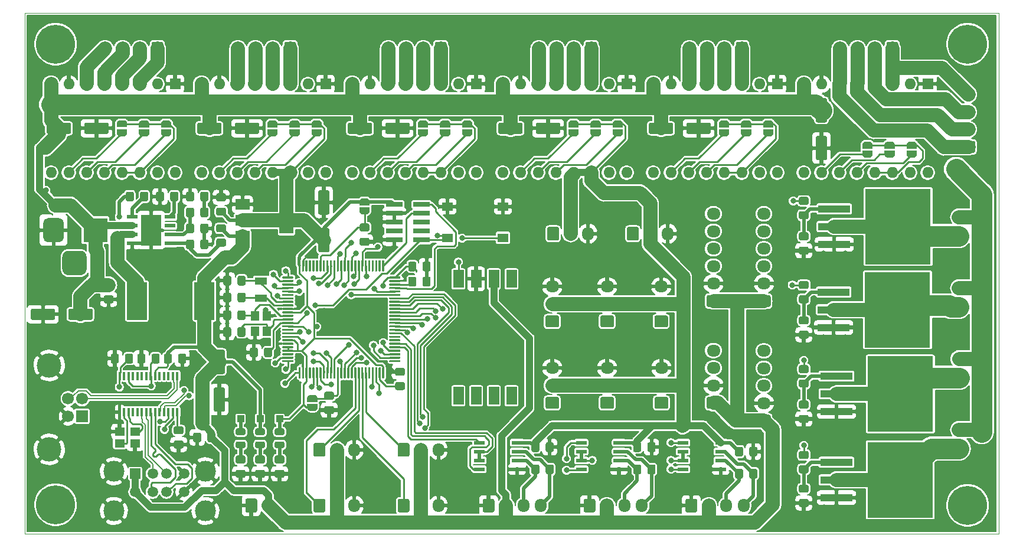
<source format=gbr>
%TF.GenerationSoftware,KiCad,Pcbnew,5.1.7+dfsg1-1~bpo10+1*%
%TF.CreationDate,2020-11-15T21:32:24+00:00*%
%TF.ProjectId,mobo,6d6f626f-2e6b-4696-9361-645f70636258,rev?*%
%TF.SameCoordinates,Original*%
%TF.FileFunction,Copper,L1,Top*%
%TF.FilePolarity,Positive*%
%FSLAX45Y45*%
G04 Gerber Fmt 4.5, Leading zero omitted, Abs format (unit mm)*
G04 Created by KiCad (PCBNEW 5.1.7+dfsg1-1~bpo10+1) date 2020-11-15 21:32:24*
%MOMM*%
%LPD*%
G01*
G04 APERTURE LIST*
%TA.AperFunction,Profile*%
%ADD10C,0.050000*%
%TD*%
%TA.AperFunction,ComponentPad*%
%ADD11R,3.500000X3.500000*%
%TD*%
%TA.AperFunction,SMDPad,CuDef*%
%ADD12R,2.400000X0.740000*%
%TD*%
%TA.AperFunction,ComponentPad*%
%ADD13O,1.950000X1.700000*%
%TD*%
%TA.AperFunction,ComponentPad*%
%ADD14R,1.000000X1.000000*%
%TD*%
%TA.AperFunction,ComponentPad*%
%ADD15C,5.600000*%
%TD*%
%TA.AperFunction,ComponentPad*%
%ADD16C,3.500000*%
%TD*%
%TA.AperFunction,ComponentPad*%
%ADD17C,1.700000*%
%TD*%
%TA.AperFunction,ComponentPad*%
%ADD18R,1.700000X1.700000*%
%TD*%
%TA.AperFunction,ComponentPad*%
%ADD19C,3.000000*%
%TD*%
%TA.AperFunction,ComponentPad*%
%ADD20R,1.500000X1.500000*%
%TD*%
%TA.AperFunction,ComponentPad*%
%ADD21C,1.500000*%
%TD*%
%TA.AperFunction,SMDPad,CuDef*%
%ADD22C,0.150000*%
%TD*%
%TA.AperFunction,SMDPad,CuDef*%
%ADD23R,2.900000X5.400000*%
%TD*%
%TA.AperFunction,SMDPad,CuDef*%
%ADD24R,4.600000X1.100000*%
%TD*%
%TA.AperFunction,SMDPad,CuDef*%
%ADD25R,9.400000X10.800000*%
%TD*%
%TA.AperFunction,SMDPad,CuDef*%
%ADD26R,1.550000X1.300000*%
%TD*%
%TA.AperFunction,SMDPad,CuDef*%
%ADD27R,1.550000X0.600000*%
%TD*%
%TA.AperFunction,SMDPad,CuDef*%
%ADD28R,2.000000X1.500000*%
%TD*%
%TA.AperFunction,SMDPad,CuDef*%
%ADD29R,2.000000X3.800000*%
%TD*%
%TA.AperFunction,ComponentPad*%
%ADD30C,0.600000*%
%TD*%
%TA.AperFunction,SMDPad,CuDef*%
%ADD31R,2.950000X4.500000*%
%TD*%
%TA.AperFunction,SMDPad,CuDef*%
%ADD32R,2.600000X3.100000*%
%TD*%
%TA.AperFunction,SMDPad,CuDef*%
%ADD33R,0.400000X1.200000*%
%TD*%
%TA.AperFunction,ComponentPad*%
%ADD34O,1.700000X1.950000*%
%TD*%
%TA.AperFunction,ComponentPad*%
%ADD35O,2.000000X1.700000*%
%TD*%
%TA.AperFunction,SMDPad,CuDef*%
%ADD36R,1.800000X1.000000*%
%TD*%
%TA.AperFunction,SMDPad,CuDef*%
%ADD37R,1.200000X1.400000*%
%TD*%
%TA.AperFunction,SMDPad,CuDef*%
%ADD38R,1.400000X1.200000*%
%TD*%
%TA.AperFunction,ComponentPad*%
%ADD39R,1.600000X1.600000*%
%TD*%
%TA.AperFunction,ComponentPad*%
%ADD40O,1.600000X1.600000*%
%TD*%
%TA.AperFunction,ComponentPad*%
%ADD41O,1.700000X2.000000*%
%TD*%
%TA.AperFunction,SMDPad,CuDef*%
%ADD42R,1.524000X2.540000*%
%TD*%
%TA.AperFunction,ViaPad*%
%ADD43C,0.800000*%
%TD*%
%TA.AperFunction,Conductor*%
%ADD44C,0.500000*%
%TD*%
%TA.AperFunction,Conductor*%
%ADD45C,0.250000*%
%TD*%
%TA.AperFunction,Conductor*%
%ADD46C,2.000000*%
%TD*%
%TA.AperFunction,Conductor*%
%ADD47C,1.000000*%
%TD*%
%TA.AperFunction,Conductor*%
%ADD48C,0.200000*%
%TD*%
%TA.AperFunction,Conductor*%
%ADD49C,3.000000*%
%TD*%
%TA.AperFunction,Conductor*%
%ADD50C,0.150000*%
%TD*%
%ADD51C,0.350000*%
%ADD52O,3.000000X1.000000*%
%ADD53O,1.000000X3.000000*%
%ADD54C,0.300000*%
G04 APERTURE END LIST*
D10*
X0Y-7467600D02*
X13970000Y-7467600D01*
X13970000Y-7467600D02*
X13970000Y0D01*
X13970000Y0D02*
X0Y0D01*
X0Y0D02*
X0Y-7467600D01*
%TA.AperFunction,SMDPad,CuDef*%
G36*
G01*
X3928800Y-3694800D02*
X3928800Y-3549800D01*
G75*
G02*
X3936300Y-3542300I7500J0D01*
G01*
X3951300Y-3542300D01*
G75*
G02*
X3958800Y-3549800I0J-7500D01*
G01*
X3958800Y-3694800D01*
G75*
G02*
X3951300Y-3702300I-7500J0D01*
G01*
X3936300Y-3702300D01*
G75*
G02*
X3928800Y-3694800I0J7500D01*
G01*
G37*
%TD.AperFunction*%
%TA.AperFunction,SMDPad,CuDef*%
G36*
G01*
X3978800Y-3694800D02*
X3978800Y-3549800D01*
G75*
G02*
X3986300Y-3542300I7500J0D01*
G01*
X4001300Y-3542300D01*
G75*
G02*
X4008800Y-3549800I0J-7500D01*
G01*
X4008800Y-3694800D01*
G75*
G02*
X4001300Y-3702300I-7500J0D01*
G01*
X3986300Y-3702300D01*
G75*
G02*
X3978800Y-3694800I0J7500D01*
G01*
G37*
%TD.AperFunction*%
%TA.AperFunction,SMDPad,CuDef*%
G36*
G01*
X4028800Y-3694800D02*
X4028800Y-3549800D01*
G75*
G02*
X4036300Y-3542300I7500J0D01*
G01*
X4051300Y-3542300D01*
G75*
G02*
X4058800Y-3549800I0J-7500D01*
G01*
X4058800Y-3694800D01*
G75*
G02*
X4051300Y-3702300I-7500J0D01*
G01*
X4036300Y-3702300D01*
G75*
G02*
X4028800Y-3694800I0J7500D01*
G01*
G37*
%TD.AperFunction*%
%TA.AperFunction,SMDPad,CuDef*%
G36*
G01*
X4078800Y-3694800D02*
X4078800Y-3549800D01*
G75*
G02*
X4086300Y-3542300I7500J0D01*
G01*
X4101300Y-3542300D01*
G75*
G02*
X4108800Y-3549800I0J-7500D01*
G01*
X4108800Y-3694800D01*
G75*
G02*
X4101300Y-3702300I-7500J0D01*
G01*
X4086300Y-3702300D01*
G75*
G02*
X4078800Y-3694800I0J7500D01*
G01*
G37*
%TD.AperFunction*%
%TA.AperFunction,SMDPad,CuDef*%
G36*
G01*
X4128800Y-3694800D02*
X4128800Y-3549800D01*
G75*
G02*
X4136300Y-3542300I7500J0D01*
G01*
X4151300Y-3542300D01*
G75*
G02*
X4158800Y-3549800I0J-7500D01*
G01*
X4158800Y-3694800D01*
G75*
G02*
X4151300Y-3702300I-7500J0D01*
G01*
X4136300Y-3702300D01*
G75*
G02*
X4128800Y-3694800I0J7500D01*
G01*
G37*
%TD.AperFunction*%
%TA.AperFunction,SMDPad,CuDef*%
G36*
G01*
X4178800Y-3694800D02*
X4178800Y-3549800D01*
G75*
G02*
X4186300Y-3542300I7500J0D01*
G01*
X4201300Y-3542300D01*
G75*
G02*
X4208800Y-3549800I0J-7500D01*
G01*
X4208800Y-3694800D01*
G75*
G02*
X4201300Y-3702300I-7500J0D01*
G01*
X4186300Y-3702300D01*
G75*
G02*
X4178800Y-3694800I0J7500D01*
G01*
G37*
%TD.AperFunction*%
%TA.AperFunction,SMDPad,CuDef*%
G36*
G01*
X4228800Y-3694800D02*
X4228800Y-3549800D01*
G75*
G02*
X4236300Y-3542300I7500J0D01*
G01*
X4251300Y-3542300D01*
G75*
G02*
X4258800Y-3549800I0J-7500D01*
G01*
X4258800Y-3694800D01*
G75*
G02*
X4251300Y-3702300I-7500J0D01*
G01*
X4236300Y-3702300D01*
G75*
G02*
X4228800Y-3694800I0J7500D01*
G01*
G37*
%TD.AperFunction*%
%TA.AperFunction,SMDPad,CuDef*%
G36*
G01*
X4278800Y-3694800D02*
X4278800Y-3549800D01*
G75*
G02*
X4286300Y-3542300I7500J0D01*
G01*
X4301300Y-3542300D01*
G75*
G02*
X4308800Y-3549800I0J-7500D01*
G01*
X4308800Y-3694800D01*
G75*
G02*
X4301300Y-3702300I-7500J0D01*
G01*
X4286300Y-3702300D01*
G75*
G02*
X4278800Y-3694800I0J7500D01*
G01*
G37*
%TD.AperFunction*%
%TA.AperFunction,SMDPad,CuDef*%
G36*
G01*
X4328800Y-3694800D02*
X4328800Y-3549800D01*
G75*
G02*
X4336300Y-3542300I7500J0D01*
G01*
X4351300Y-3542300D01*
G75*
G02*
X4358800Y-3549800I0J-7500D01*
G01*
X4358800Y-3694800D01*
G75*
G02*
X4351300Y-3702300I-7500J0D01*
G01*
X4336300Y-3702300D01*
G75*
G02*
X4328800Y-3694800I0J7500D01*
G01*
G37*
%TD.AperFunction*%
%TA.AperFunction,SMDPad,CuDef*%
G36*
G01*
X4378800Y-3694800D02*
X4378800Y-3549800D01*
G75*
G02*
X4386300Y-3542300I7500J0D01*
G01*
X4401300Y-3542300D01*
G75*
G02*
X4408800Y-3549800I0J-7500D01*
G01*
X4408800Y-3694800D01*
G75*
G02*
X4401300Y-3702300I-7500J0D01*
G01*
X4386300Y-3702300D01*
G75*
G02*
X4378800Y-3694800I0J7500D01*
G01*
G37*
%TD.AperFunction*%
%TA.AperFunction,SMDPad,CuDef*%
G36*
G01*
X4428800Y-3694800D02*
X4428800Y-3549800D01*
G75*
G02*
X4436300Y-3542300I7500J0D01*
G01*
X4451300Y-3542300D01*
G75*
G02*
X4458800Y-3549800I0J-7500D01*
G01*
X4458800Y-3694800D01*
G75*
G02*
X4451300Y-3702300I-7500J0D01*
G01*
X4436300Y-3702300D01*
G75*
G02*
X4428800Y-3694800I0J7500D01*
G01*
G37*
%TD.AperFunction*%
%TA.AperFunction,SMDPad,CuDef*%
G36*
G01*
X4478800Y-3694800D02*
X4478800Y-3549800D01*
G75*
G02*
X4486300Y-3542300I7500J0D01*
G01*
X4501300Y-3542300D01*
G75*
G02*
X4508800Y-3549800I0J-7500D01*
G01*
X4508800Y-3694800D01*
G75*
G02*
X4501300Y-3702300I-7500J0D01*
G01*
X4486300Y-3702300D01*
G75*
G02*
X4478800Y-3694800I0J7500D01*
G01*
G37*
%TD.AperFunction*%
%TA.AperFunction,SMDPad,CuDef*%
G36*
G01*
X4528800Y-3694800D02*
X4528800Y-3549800D01*
G75*
G02*
X4536300Y-3542300I7500J0D01*
G01*
X4551300Y-3542300D01*
G75*
G02*
X4558800Y-3549800I0J-7500D01*
G01*
X4558800Y-3694800D01*
G75*
G02*
X4551300Y-3702300I-7500J0D01*
G01*
X4536300Y-3702300D01*
G75*
G02*
X4528800Y-3694800I0J7500D01*
G01*
G37*
%TD.AperFunction*%
%TA.AperFunction,SMDPad,CuDef*%
G36*
G01*
X4578800Y-3694800D02*
X4578800Y-3549800D01*
G75*
G02*
X4586300Y-3542300I7500J0D01*
G01*
X4601300Y-3542300D01*
G75*
G02*
X4608800Y-3549800I0J-7500D01*
G01*
X4608800Y-3694800D01*
G75*
G02*
X4601300Y-3702300I-7500J0D01*
G01*
X4586300Y-3702300D01*
G75*
G02*
X4578800Y-3694800I0J7500D01*
G01*
G37*
%TD.AperFunction*%
%TA.AperFunction,SMDPad,CuDef*%
G36*
G01*
X4628800Y-3694800D02*
X4628800Y-3549800D01*
G75*
G02*
X4636300Y-3542300I7500J0D01*
G01*
X4651300Y-3542300D01*
G75*
G02*
X4658800Y-3549800I0J-7500D01*
G01*
X4658800Y-3694800D01*
G75*
G02*
X4651300Y-3702300I-7500J0D01*
G01*
X4636300Y-3702300D01*
G75*
G02*
X4628800Y-3694800I0J7500D01*
G01*
G37*
%TD.AperFunction*%
%TA.AperFunction,SMDPad,CuDef*%
G36*
G01*
X4678800Y-3694800D02*
X4678800Y-3549800D01*
G75*
G02*
X4686300Y-3542300I7500J0D01*
G01*
X4701300Y-3542300D01*
G75*
G02*
X4708800Y-3549800I0J-7500D01*
G01*
X4708800Y-3694800D01*
G75*
G02*
X4701300Y-3702300I-7500J0D01*
G01*
X4686300Y-3702300D01*
G75*
G02*
X4678800Y-3694800I0J7500D01*
G01*
G37*
%TD.AperFunction*%
%TA.AperFunction,SMDPad,CuDef*%
G36*
G01*
X4728800Y-3694800D02*
X4728800Y-3549800D01*
G75*
G02*
X4736300Y-3542300I7500J0D01*
G01*
X4751300Y-3542300D01*
G75*
G02*
X4758800Y-3549800I0J-7500D01*
G01*
X4758800Y-3694800D01*
G75*
G02*
X4751300Y-3702300I-7500J0D01*
G01*
X4736300Y-3702300D01*
G75*
G02*
X4728800Y-3694800I0J7500D01*
G01*
G37*
%TD.AperFunction*%
%TA.AperFunction,SMDPad,CuDef*%
G36*
G01*
X4778800Y-3694800D02*
X4778800Y-3549800D01*
G75*
G02*
X4786300Y-3542300I7500J0D01*
G01*
X4801300Y-3542300D01*
G75*
G02*
X4808800Y-3549800I0J-7500D01*
G01*
X4808800Y-3694800D01*
G75*
G02*
X4801300Y-3702300I-7500J0D01*
G01*
X4786300Y-3702300D01*
G75*
G02*
X4778800Y-3694800I0J7500D01*
G01*
G37*
%TD.AperFunction*%
%TA.AperFunction,SMDPad,CuDef*%
G36*
G01*
X4828800Y-3694800D02*
X4828800Y-3549800D01*
G75*
G02*
X4836300Y-3542300I7500J0D01*
G01*
X4851300Y-3542300D01*
G75*
G02*
X4858800Y-3549800I0J-7500D01*
G01*
X4858800Y-3694800D01*
G75*
G02*
X4851300Y-3702300I-7500J0D01*
G01*
X4836300Y-3702300D01*
G75*
G02*
X4828800Y-3694800I0J7500D01*
G01*
G37*
%TD.AperFunction*%
%TA.AperFunction,SMDPad,CuDef*%
G36*
G01*
X4878800Y-3694800D02*
X4878800Y-3549800D01*
G75*
G02*
X4886300Y-3542300I7500J0D01*
G01*
X4901300Y-3542300D01*
G75*
G02*
X4908800Y-3549800I0J-7500D01*
G01*
X4908800Y-3694800D01*
G75*
G02*
X4901300Y-3702300I-7500J0D01*
G01*
X4886300Y-3702300D01*
G75*
G02*
X4878800Y-3694800I0J7500D01*
G01*
G37*
%TD.AperFunction*%
%TA.AperFunction,SMDPad,CuDef*%
G36*
G01*
X4928800Y-3694800D02*
X4928800Y-3549800D01*
G75*
G02*
X4936300Y-3542300I7500J0D01*
G01*
X4951300Y-3542300D01*
G75*
G02*
X4958800Y-3549800I0J-7500D01*
G01*
X4958800Y-3694800D01*
G75*
G02*
X4951300Y-3702300I-7500J0D01*
G01*
X4936300Y-3702300D01*
G75*
G02*
X4928800Y-3694800I0J7500D01*
G01*
G37*
%TD.AperFunction*%
%TA.AperFunction,SMDPad,CuDef*%
G36*
G01*
X4978800Y-3694800D02*
X4978800Y-3549800D01*
G75*
G02*
X4986300Y-3542300I7500J0D01*
G01*
X5001300Y-3542300D01*
G75*
G02*
X5008800Y-3549800I0J-7500D01*
G01*
X5008800Y-3694800D01*
G75*
G02*
X5001300Y-3702300I-7500J0D01*
G01*
X4986300Y-3702300D01*
G75*
G02*
X4978800Y-3694800I0J7500D01*
G01*
G37*
%TD.AperFunction*%
%TA.AperFunction,SMDPad,CuDef*%
G36*
G01*
X5028800Y-3694800D02*
X5028800Y-3549800D01*
G75*
G02*
X5036300Y-3542300I7500J0D01*
G01*
X5051300Y-3542300D01*
G75*
G02*
X5058800Y-3549800I0J-7500D01*
G01*
X5058800Y-3694800D01*
G75*
G02*
X5051300Y-3702300I-7500J0D01*
G01*
X5036300Y-3702300D01*
G75*
G02*
X5028800Y-3694800I0J7500D01*
G01*
G37*
%TD.AperFunction*%
%TA.AperFunction,SMDPad,CuDef*%
G36*
G01*
X5078800Y-3694800D02*
X5078800Y-3549800D01*
G75*
G02*
X5086300Y-3542300I7500J0D01*
G01*
X5101300Y-3542300D01*
G75*
G02*
X5108800Y-3549800I0J-7500D01*
G01*
X5108800Y-3694800D01*
G75*
G02*
X5101300Y-3702300I-7500J0D01*
G01*
X5086300Y-3702300D01*
G75*
G02*
X5078800Y-3694800I0J7500D01*
G01*
G37*
%TD.AperFunction*%
%TA.AperFunction,SMDPad,CuDef*%
G36*
G01*
X5128800Y-3694800D02*
X5128800Y-3549800D01*
G75*
G02*
X5136300Y-3542300I7500J0D01*
G01*
X5151300Y-3542300D01*
G75*
G02*
X5158800Y-3549800I0J-7500D01*
G01*
X5158800Y-3694800D01*
G75*
G02*
X5151300Y-3702300I-7500J0D01*
G01*
X5136300Y-3702300D01*
G75*
G02*
X5128800Y-3694800I0J7500D01*
G01*
G37*
%TD.AperFunction*%
%TA.AperFunction,SMDPad,CuDef*%
G36*
G01*
X5231300Y-3797300D02*
X5231300Y-3782300D01*
G75*
G02*
X5238800Y-3774800I7500J0D01*
G01*
X5383800Y-3774800D01*
G75*
G02*
X5391300Y-3782300I0J-7500D01*
G01*
X5391300Y-3797300D01*
G75*
G02*
X5383800Y-3804800I-7500J0D01*
G01*
X5238800Y-3804800D01*
G75*
G02*
X5231300Y-3797300I0J7500D01*
G01*
G37*
%TD.AperFunction*%
%TA.AperFunction,SMDPad,CuDef*%
G36*
G01*
X5231300Y-3847300D02*
X5231300Y-3832300D01*
G75*
G02*
X5238800Y-3824800I7500J0D01*
G01*
X5383800Y-3824800D01*
G75*
G02*
X5391300Y-3832300I0J-7500D01*
G01*
X5391300Y-3847300D01*
G75*
G02*
X5383800Y-3854800I-7500J0D01*
G01*
X5238800Y-3854800D01*
G75*
G02*
X5231300Y-3847300I0J7500D01*
G01*
G37*
%TD.AperFunction*%
%TA.AperFunction,SMDPad,CuDef*%
G36*
G01*
X5231300Y-3897300D02*
X5231300Y-3882300D01*
G75*
G02*
X5238800Y-3874800I7500J0D01*
G01*
X5383800Y-3874800D01*
G75*
G02*
X5391300Y-3882300I0J-7500D01*
G01*
X5391300Y-3897300D01*
G75*
G02*
X5383800Y-3904800I-7500J0D01*
G01*
X5238800Y-3904800D01*
G75*
G02*
X5231300Y-3897300I0J7500D01*
G01*
G37*
%TD.AperFunction*%
%TA.AperFunction,SMDPad,CuDef*%
G36*
G01*
X5231300Y-3947300D02*
X5231300Y-3932300D01*
G75*
G02*
X5238800Y-3924800I7500J0D01*
G01*
X5383800Y-3924800D01*
G75*
G02*
X5391300Y-3932300I0J-7500D01*
G01*
X5391300Y-3947300D01*
G75*
G02*
X5383800Y-3954800I-7500J0D01*
G01*
X5238800Y-3954800D01*
G75*
G02*
X5231300Y-3947300I0J7500D01*
G01*
G37*
%TD.AperFunction*%
%TA.AperFunction,SMDPad,CuDef*%
G36*
G01*
X5231300Y-3997300D02*
X5231300Y-3982300D01*
G75*
G02*
X5238800Y-3974800I7500J0D01*
G01*
X5383800Y-3974800D01*
G75*
G02*
X5391300Y-3982300I0J-7500D01*
G01*
X5391300Y-3997300D01*
G75*
G02*
X5383800Y-4004800I-7500J0D01*
G01*
X5238800Y-4004800D01*
G75*
G02*
X5231300Y-3997300I0J7500D01*
G01*
G37*
%TD.AperFunction*%
%TA.AperFunction,SMDPad,CuDef*%
G36*
G01*
X5231300Y-4047300D02*
X5231300Y-4032300D01*
G75*
G02*
X5238800Y-4024800I7500J0D01*
G01*
X5383800Y-4024800D01*
G75*
G02*
X5391300Y-4032300I0J-7500D01*
G01*
X5391300Y-4047300D01*
G75*
G02*
X5383800Y-4054800I-7500J0D01*
G01*
X5238800Y-4054800D01*
G75*
G02*
X5231300Y-4047300I0J7500D01*
G01*
G37*
%TD.AperFunction*%
%TA.AperFunction,SMDPad,CuDef*%
G36*
G01*
X5231300Y-4097300D02*
X5231300Y-4082300D01*
G75*
G02*
X5238800Y-4074800I7500J0D01*
G01*
X5383800Y-4074800D01*
G75*
G02*
X5391300Y-4082300I0J-7500D01*
G01*
X5391300Y-4097300D01*
G75*
G02*
X5383800Y-4104800I-7500J0D01*
G01*
X5238800Y-4104800D01*
G75*
G02*
X5231300Y-4097300I0J7500D01*
G01*
G37*
%TD.AperFunction*%
%TA.AperFunction,SMDPad,CuDef*%
G36*
G01*
X5231300Y-4147300D02*
X5231300Y-4132300D01*
G75*
G02*
X5238800Y-4124800I7500J0D01*
G01*
X5383800Y-4124800D01*
G75*
G02*
X5391300Y-4132300I0J-7500D01*
G01*
X5391300Y-4147300D01*
G75*
G02*
X5383800Y-4154800I-7500J0D01*
G01*
X5238800Y-4154800D01*
G75*
G02*
X5231300Y-4147300I0J7500D01*
G01*
G37*
%TD.AperFunction*%
%TA.AperFunction,SMDPad,CuDef*%
G36*
G01*
X5231300Y-4197300D02*
X5231300Y-4182300D01*
G75*
G02*
X5238800Y-4174800I7500J0D01*
G01*
X5383800Y-4174800D01*
G75*
G02*
X5391300Y-4182300I0J-7500D01*
G01*
X5391300Y-4197300D01*
G75*
G02*
X5383800Y-4204800I-7500J0D01*
G01*
X5238800Y-4204800D01*
G75*
G02*
X5231300Y-4197300I0J7500D01*
G01*
G37*
%TD.AperFunction*%
%TA.AperFunction,SMDPad,CuDef*%
G36*
G01*
X5231300Y-4247300D02*
X5231300Y-4232300D01*
G75*
G02*
X5238800Y-4224800I7500J0D01*
G01*
X5383800Y-4224800D01*
G75*
G02*
X5391300Y-4232300I0J-7500D01*
G01*
X5391300Y-4247300D01*
G75*
G02*
X5383800Y-4254800I-7500J0D01*
G01*
X5238800Y-4254800D01*
G75*
G02*
X5231300Y-4247300I0J7500D01*
G01*
G37*
%TD.AperFunction*%
%TA.AperFunction,SMDPad,CuDef*%
G36*
G01*
X5231300Y-4297300D02*
X5231300Y-4282300D01*
G75*
G02*
X5238800Y-4274800I7500J0D01*
G01*
X5383800Y-4274800D01*
G75*
G02*
X5391300Y-4282300I0J-7500D01*
G01*
X5391300Y-4297300D01*
G75*
G02*
X5383800Y-4304800I-7500J0D01*
G01*
X5238800Y-4304800D01*
G75*
G02*
X5231300Y-4297300I0J7500D01*
G01*
G37*
%TD.AperFunction*%
%TA.AperFunction,SMDPad,CuDef*%
G36*
G01*
X5231300Y-4347300D02*
X5231300Y-4332300D01*
G75*
G02*
X5238800Y-4324800I7500J0D01*
G01*
X5383800Y-4324800D01*
G75*
G02*
X5391300Y-4332300I0J-7500D01*
G01*
X5391300Y-4347300D01*
G75*
G02*
X5383800Y-4354800I-7500J0D01*
G01*
X5238800Y-4354800D01*
G75*
G02*
X5231300Y-4347300I0J7500D01*
G01*
G37*
%TD.AperFunction*%
%TA.AperFunction,SMDPad,CuDef*%
G36*
G01*
X5231300Y-4397300D02*
X5231300Y-4382300D01*
G75*
G02*
X5238800Y-4374800I7500J0D01*
G01*
X5383800Y-4374800D01*
G75*
G02*
X5391300Y-4382300I0J-7500D01*
G01*
X5391300Y-4397300D01*
G75*
G02*
X5383800Y-4404800I-7500J0D01*
G01*
X5238800Y-4404800D01*
G75*
G02*
X5231300Y-4397300I0J7500D01*
G01*
G37*
%TD.AperFunction*%
%TA.AperFunction,SMDPad,CuDef*%
G36*
G01*
X5231300Y-4447300D02*
X5231300Y-4432300D01*
G75*
G02*
X5238800Y-4424800I7500J0D01*
G01*
X5383800Y-4424800D01*
G75*
G02*
X5391300Y-4432300I0J-7500D01*
G01*
X5391300Y-4447300D01*
G75*
G02*
X5383800Y-4454800I-7500J0D01*
G01*
X5238800Y-4454800D01*
G75*
G02*
X5231300Y-4447300I0J7500D01*
G01*
G37*
%TD.AperFunction*%
%TA.AperFunction,SMDPad,CuDef*%
G36*
G01*
X5231300Y-4497300D02*
X5231300Y-4482300D01*
G75*
G02*
X5238800Y-4474800I7500J0D01*
G01*
X5383800Y-4474800D01*
G75*
G02*
X5391300Y-4482300I0J-7500D01*
G01*
X5391300Y-4497300D01*
G75*
G02*
X5383800Y-4504800I-7500J0D01*
G01*
X5238800Y-4504800D01*
G75*
G02*
X5231300Y-4497300I0J7500D01*
G01*
G37*
%TD.AperFunction*%
%TA.AperFunction,SMDPad,CuDef*%
G36*
G01*
X5231300Y-4547300D02*
X5231300Y-4532300D01*
G75*
G02*
X5238800Y-4524800I7500J0D01*
G01*
X5383800Y-4524800D01*
G75*
G02*
X5391300Y-4532300I0J-7500D01*
G01*
X5391300Y-4547300D01*
G75*
G02*
X5383800Y-4554800I-7500J0D01*
G01*
X5238800Y-4554800D01*
G75*
G02*
X5231300Y-4547300I0J7500D01*
G01*
G37*
%TD.AperFunction*%
%TA.AperFunction,SMDPad,CuDef*%
G36*
G01*
X5231300Y-4597300D02*
X5231300Y-4582300D01*
G75*
G02*
X5238800Y-4574800I7500J0D01*
G01*
X5383800Y-4574800D01*
G75*
G02*
X5391300Y-4582300I0J-7500D01*
G01*
X5391300Y-4597300D01*
G75*
G02*
X5383800Y-4604800I-7500J0D01*
G01*
X5238800Y-4604800D01*
G75*
G02*
X5231300Y-4597300I0J7500D01*
G01*
G37*
%TD.AperFunction*%
%TA.AperFunction,SMDPad,CuDef*%
G36*
G01*
X5231300Y-4647300D02*
X5231300Y-4632300D01*
G75*
G02*
X5238800Y-4624800I7500J0D01*
G01*
X5383800Y-4624800D01*
G75*
G02*
X5391300Y-4632300I0J-7500D01*
G01*
X5391300Y-4647300D01*
G75*
G02*
X5383800Y-4654800I-7500J0D01*
G01*
X5238800Y-4654800D01*
G75*
G02*
X5231300Y-4647300I0J7500D01*
G01*
G37*
%TD.AperFunction*%
%TA.AperFunction,SMDPad,CuDef*%
G36*
G01*
X5231300Y-4697300D02*
X5231300Y-4682300D01*
G75*
G02*
X5238800Y-4674800I7500J0D01*
G01*
X5383800Y-4674800D01*
G75*
G02*
X5391300Y-4682300I0J-7500D01*
G01*
X5391300Y-4697300D01*
G75*
G02*
X5383800Y-4704800I-7500J0D01*
G01*
X5238800Y-4704800D01*
G75*
G02*
X5231300Y-4697300I0J7500D01*
G01*
G37*
%TD.AperFunction*%
%TA.AperFunction,SMDPad,CuDef*%
G36*
G01*
X5231300Y-4747300D02*
X5231300Y-4732300D01*
G75*
G02*
X5238800Y-4724800I7500J0D01*
G01*
X5383800Y-4724800D01*
G75*
G02*
X5391300Y-4732300I0J-7500D01*
G01*
X5391300Y-4747300D01*
G75*
G02*
X5383800Y-4754800I-7500J0D01*
G01*
X5238800Y-4754800D01*
G75*
G02*
X5231300Y-4747300I0J7500D01*
G01*
G37*
%TD.AperFunction*%
%TA.AperFunction,SMDPad,CuDef*%
G36*
G01*
X5231300Y-4797300D02*
X5231300Y-4782300D01*
G75*
G02*
X5238800Y-4774800I7500J0D01*
G01*
X5383800Y-4774800D01*
G75*
G02*
X5391300Y-4782300I0J-7500D01*
G01*
X5391300Y-4797300D01*
G75*
G02*
X5383800Y-4804800I-7500J0D01*
G01*
X5238800Y-4804800D01*
G75*
G02*
X5231300Y-4797300I0J7500D01*
G01*
G37*
%TD.AperFunction*%
%TA.AperFunction,SMDPad,CuDef*%
G36*
G01*
X5231300Y-4847300D02*
X5231300Y-4832300D01*
G75*
G02*
X5238800Y-4824800I7500J0D01*
G01*
X5383800Y-4824800D01*
G75*
G02*
X5391300Y-4832300I0J-7500D01*
G01*
X5391300Y-4847300D01*
G75*
G02*
X5383800Y-4854800I-7500J0D01*
G01*
X5238800Y-4854800D01*
G75*
G02*
X5231300Y-4847300I0J7500D01*
G01*
G37*
%TD.AperFunction*%
%TA.AperFunction,SMDPad,CuDef*%
G36*
G01*
X5231300Y-4897300D02*
X5231300Y-4882300D01*
G75*
G02*
X5238800Y-4874800I7500J0D01*
G01*
X5383800Y-4874800D01*
G75*
G02*
X5391300Y-4882300I0J-7500D01*
G01*
X5391300Y-4897300D01*
G75*
G02*
X5383800Y-4904800I-7500J0D01*
G01*
X5238800Y-4904800D01*
G75*
G02*
X5231300Y-4897300I0J7500D01*
G01*
G37*
%TD.AperFunction*%
%TA.AperFunction,SMDPad,CuDef*%
G36*
G01*
X5231300Y-4947300D02*
X5231300Y-4932300D01*
G75*
G02*
X5238800Y-4924800I7500J0D01*
G01*
X5383800Y-4924800D01*
G75*
G02*
X5391300Y-4932300I0J-7500D01*
G01*
X5391300Y-4947300D01*
G75*
G02*
X5383800Y-4954800I-7500J0D01*
G01*
X5238800Y-4954800D01*
G75*
G02*
X5231300Y-4947300I0J7500D01*
G01*
G37*
%TD.AperFunction*%
%TA.AperFunction,SMDPad,CuDef*%
G36*
G01*
X5231300Y-4997300D02*
X5231300Y-4982300D01*
G75*
G02*
X5238800Y-4974800I7500J0D01*
G01*
X5383800Y-4974800D01*
G75*
G02*
X5391300Y-4982300I0J-7500D01*
G01*
X5391300Y-4997300D01*
G75*
G02*
X5383800Y-5004800I-7500J0D01*
G01*
X5238800Y-5004800D01*
G75*
G02*
X5231300Y-4997300I0J7500D01*
G01*
G37*
%TD.AperFunction*%
%TA.AperFunction,SMDPad,CuDef*%
G36*
G01*
X5128800Y-5229800D02*
X5128800Y-5084800D01*
G75*
G02*
X5136300Y-5077300I7500J0D01*
G01*
X5151300Y-5077300D01*
G75*
G02*
X5158800Y-5084800I0J-7500D01*
G01*
X5158800Y-5229800D01*
G75*
G02*
X5151300Y-5237300I-7500J0D01*
G01*
X5136300Y-5237300D01*
G75*
G02*
X5128800Y-5229800I0J7500D01*
G01*
G37*
%TD.AperFunction*%
%TA.AperFunction,SMDPad,CuDef*%
G36*
G01*
X5078800Y-5229800D02*
X5078800Y-5084800D01*
G75*
G02*
X5086300Y-5077300I7500J0D01*
G01*
X5101300Y-5077300D01*
G75*
G02*
X5108800Y-5084800I0J-7500D01*
G01*
X5108800Y-5229800D01*
G75*
G02*
X5101300Y-5237300I-7500J0D01*
G01*
X5086300Y-5237300D01*
G75*
G02*
X5078800Y-5229800I0J7500D01*
G01*
G37*
%TD.AperFunction*%
%TA.AperFunction,SMDPad,CuDef*%
G36*
G01*
X5028800Y-5229800D02*
X5028800Y-5084800D01*
G75*
G02*
X5036300Y-5077300I7500J0D01*
G01*
X5051300Y-5077300D01*
G75*
G02*
X5058800Y-5084800I0J-7500D01*
G01*
X5058800Y-5229800D01*
G75*
G02*
X5051300Y-5237300I-7500J0D01*
G01*
X5036300Y-5237300D01*
G75*
G02*
X5028800Y-5229800I0J7500D01*
G01*
G37*
%TD.AperFunction*%
%TA.AperFunction,SMDPad,CuDef*%
G36*
G01*
X4978800Y-5229800D02*
X4978800Y-5084800D01*
G75*
G02*
X4986300Y-5077300I7500J0D01*
G01*
X5001300Y-5077300D01*
G75*
G02*
X5008800Y-5084800I0J-7500D01*
G01*
X5008800Y-5229800D01*
G75*
G02*
X5001300Y-5237300I-7500J0D01*
G01*
X4986300Y-5237300D01*
G75*
G02*
X4978800Y-5229800I0J7500D01*
G01*
G37*
%TD.AperFunction*%
%TA.AperFunction,SMDPad,CuDef*%
G36*
G01*
X4928800Y-5229800D02*
X4928800Y-5084800D01*
G75*
G02*
X4936300Y-5077300I7500J0D01*
G01*
X4951300Y-5077300D01*
G75*
G02*
X4958800Y-5084800I0J-7500D01*
G01*
X4958800Y-5229800D01*
G75*
G02*
X4951300Y-5237300I-7500J0D01*
G01*
X4936300Y-5237300D01*
G75*
G02*
X4928800Y-5229800I0J7500D01*
G01*
G37*
%TD.AperFunction*%
%TA.AperFunction,SMDPad,CuDef*%
G36*
G01*
X4878800Y-5229800D02*
X4878800Y-5084800D01*
G75*
G02*
X4886300Y-5077300I7500J0D01*
G01*
X4901300Y-5077300D01*
G75*
G02*
X4908800Y-5084800I0J-7500D01*
G01*
X4908800Y-5229800D01*
G75*
G02*
X4901300Y-5237300I-7500J0D01*
G01*
X4886300Y-5237300D01*
G75*
G02*
X4878800Y-5229800I0J7500D01*
G01*
G37*
%TD.AperFunction*%
%TA.AperFunction,SMDPad,CuDef*%
G36*
G01*
X4828800Y-5229800D02*
X4828800Y-5084800D01*
G75*
G02*
X4836300Y-5077300I7500J0D01*
G01*
X4851300Y-5077300D01*
G75*
G02*
X4858800Y-5084800I0J-7500D01*
G01*
X4858800Y-5229800D01*
G75*
G02*
X4851300Y-5237300I-7500J0D01*
G01*
X4836300Y-5237300D01*
G75*
G02*
X4828800Y-5229800I0J7500D01*
G01*
G37*
%TD.AperFunction*%
%TA.AperFunction,SMDPad,CuDef*%
G36*
G01*
X4778800Y-5229800D02*
X4778800Y-5084800D01*
G75*
G02*
X4786300Y-5077300I7500J0D01*
G01*
X4801300Y-5077300D01*
G75*
G02*
X4808800Y-5084800I0J-7500D01*
G01*
X4808800Y-5229800D01*
G75*
G02*
X4801300Y-5237300I-7500J0D01*
G01*
X4786300Y-5237300D01*
G75*
G02*
X4778800Y-5229800I0J7500D01*
G01*
G37*
%TD.AperFunction*%
%TA.AperFunction,SMDPad,CuDef*%
G36*
G01*
X4728800Y-5229800D02*
X4728800Y-5084800D01*
G75*
G02*
X4736300Y-5077300I7500J0D01*
G01*
X4751300Y-5077300D01*
G75*
G02*
X4758800Y-5084800I0J-7500D01*
G01*
X4758800Y-5229800D01*
G75*
G02*
X4751300Y-5237300I-7500J0D01*
G01*
X4736300Y-5237300D01*
G75*
G02*
X4728800Y-5229800I0J7500D01*
G01*
G37*
%TD.AperFunction*%
%TA.AperFunction,SMDPad,CuDef*%
G36*
G01*
X4678800Y-5229800D02*
X4678800Y-5084800D01*
G75*
G02*
X4686300Y-5077300I7500J0D01*
G01*
X4701300Y-5077300D01*
G75*
G02*
X4708800Y-5084800I0J-7500D01*
G01*
X4708800Y-5229800D01*
G75*
G02*
X4701300Y-5237300I-7500J0D01*
G01*
X4686300Y-5237300D01*
G75*
G02*
X4678800Y-5229800I0J7500D01*
G01*
G37*
%TD.AperFunction*%
%TA.AperFunction,SMDPad,CuDef*%
G36*
G01*
X4628800Y-5229800D02*
X4628800Y-5084800D01*
G75*
G02*
X4636300Y-5077300I7500J0D01*
G01*
X4651300Y-5077300D01*
G75*
G02*
X4658800Y-5084800I0J-7500D01*
G01*
X4658800Y-5229800D01*
G75*
G02*
X4651300Y-5237300I-7500J0D01*
G01*
X4636300Y-5237300D01*
G75*
G02*
X4628800Y-5229800I0J7500D01*
G01*
G37*
%TD.AperFunction*%
%TA.AperFunction,SMDPad,CuDef*%
G36*
G01*
X4578800Y-5229800D02*
X4578800Y-5084800D01*
G75*
G02*
X4586300Y-5077300I7500J0D01*
G01*
X4601300Y-5077300D01*
G75*
G02*
X4608800Y-5084800I0J-7500D01*
G01*
X4608800Y-5229800D01*
G75*
G02*
X4601300Y-5237300I-7500J0D01*
G01*
X4586300Y-5237300D01*
G75*
G02*
X4578800Y-5229800I0J7500D01*
G01*
G37*
%TD.AperFunction*%
%TA.AperFunction,SMDPad,CuDef*%
G36*
G01*
X4528800Y-5229800D02*
X4528800Y-5084800D01*
G75*
G02*
X4536300Y-5077300I7500J0D01*
G01*
X4551300Y-5077300D01*
G75*
G02*
X4558800Y-5084800I0J-7500D01*
G01*
X4558800Y-5229800D01*
G75*
G02*
X4551300Y-5237300I-7500J0D01*
G01*
X4536300Y-5237300D01*
G75*
G02*
X4528800Y-5229800I0J7500D01*
G01*
G37*
%TD.AperFunction*%
%TA.AperFunction,SMDPad,CuDef*%
G36*
G01*
X4478800Y-5229800D02*
X4478800Y-5084800D01*
G75*
G02*
X4486300Y-5077300I7500J0D01*
G01*
X4501300Y-5077300D01*
G75*
G02*
X4508800Y-5084800I0J-7500D01*
G01*
X4508800Y-5229800D01*
G75*
G02*
X4501300Y-5237300I-7500J0D01*
G01*
X4486300Y-5237300D01*
G75*
G02*
X4478800Y-5229800I0J7500D01*
G01*
G37*
%TD.AperFunction*%
%TA.AperFunction,SMDPad,CuDef*%
G36*
G01*
X4428800Y-5229800D02*
X4428800Y-5084800D01*
G75*
G02*
X4436300Y-5077300I7500J0D01*
G01*
X4451300Y-5077300D01*
G75*
G02*
X4458800Y-5084800I0J-7500D01*
G01*
X4458800Y-5229800D01*
G75*
G02*
X4451300Y-5237300I-7500J0D01*
G01*
X4436300Y-5237300D01*
G75*
G02*
X4428800Y-5229800I0J7500D01*
G01*
G37*
%TD.AperFunction*%
%TA.AperFunction,SMDPad,CuDef*%
G36*
G01*
X4378800Y-5229800D02*
X4378800Y-5084800D01*
G75*
G02*
X4386300Y-5077300I7500J0D01*
G01*
X4401300Y-5077300D01*
G75*
G02*
X4408800Y-5084800I0J-7500D01*
G01*
X4408800Y-5229800D01*
G75*
G02*
X4401300Y-5237300I-7500J0D01*
G01*
X4386300Y-5237300D01*
G75*
G02*
X4378800Y-5229800I0J7500D01*
G01*
G37*
%TD.AperFunction*%
%TA.AperFunction,SMDPad,CuDef*%
G36*
G01*
X4328800Y-5229800D02*
X4328800Y-5084800D01*
G75*
G02*
X4336300Y-5077300I7500J0D01*
G01*
X4351300Y-5077300D01*
G75*
G02*
X4358800Y-5084800I0J-7500D01*
G01*
X4358800Y-5229800D01*
G75*
G02*
X4351300Y-5237300I-7500J0D01*
G01*
X4336300Y-5237300D01*
G75*
G02*
X4328800Y-5229800I0J7500D01*
G01*
G37*
%TD.AperFunction*%
%TA.AperFunction,SMDPad,CuDef*%
G36*
G01*
X4278800Y-5229800D02*
X4278800Y-5084800D01*
G75*
G02*
X4286300Y-5077300I7500J0D01*
G01*
X4301300Y-5077300D01*
G75*
G02*
X4308800Y-5084800I0J-7500D01*
G01*
X4308800Y-5229800D01*
G75*
G02*
X4301300Y-5237300I-7500J0D01*
G01*
X4286300Y-5237300D01*
G75*
G02*
X4278800Y-5229800I0J7500D01*
G01*
G37*
%TD.AperFunction*%
%TA.AperFunction,SMDPad,CuDef*%
G36*
G01*
X4228800Y-5229800D02*
X4228800Y-5084800D01*
G75*
G02*
X4236300Y-5077300I7500J0D01*
G01*
X4251300Y-5077300D01*
G75*
G02*
X4258800Y-5084800I0J-7500D01*
G01*
X4258800Y-5229800D01*
G75*
G02*
X4251300Y-5237300I-7500J0D01*
G01*
X4236300Y-5237300D01*
G75*
G02*
X4228800Y-5229800I0J7500D01*
G01*
G37*
%TD.AperFunction*%
%TA.AperFunction,SMDPad,CuDef*%
G36*
G01*
X4178800Y-5229800D02*
X4178800Y-5084800D01*
G75*
G02*
X4186300Y-5077300I7500J0D01*
G01*
X4201300Y-5077300D01*
G75*
G02*
X4208800Y-5084800I0J-7500D01*
G01*
X4208800Y-5229800D01*
G75*
G02*
X4201300Y-5237300I-7500J0D01*
G01*
X4186300Y-5237300D01*
G75*
G02*
X4178800Y-5229800I0J7500D01*
G01*
G37*
%TD.AperFunction*%
%TA.AperFunction,SMDPad,CuDef*%
G36*
G01*
X4128800Y-5229800D02*
X4128800Y-5084800D01*
G75*
G02*
X4136300Y-5077300I7500J0D01*
G01*
X4151300Y-5077300D01*
G75*
G02*
X4158800Y-5084800I0J-7500D01*
G01*
X4158800Y-5229800D01*
G75*
G02*
X4151300Y-5237300I-7500J0D01*
G01*
X4136300Y-5237300D01*
G75*
G02*
X4128800Y-5229800I0J7500D01*
G01*
G37*
%TD.AperFunction*%
%TA.AperFunction,SMDPad,CuDef*%
G36*
G01*
X4078800Y-5229800D02*
X4078800Y-5084800D01*
G75*
G02*
X4086300Y-5077300I7500J0D01*
G01*
X4101300Y-5077300D01*
G75*
G02*
X4108800Y-5084800I0J-7500D01*
G01*
X4108800Y-5229800D01*
G75*
G02*
X4101300Y-5237300I-7500J0D01*
G01*
X4086300Y-5237300D01*
G75*
G02*
X4078800Y-5229800I0J7500D01*
G01*
G37*
%TD.AperFunction*%
%TA.AperFunction,SMDPad,CuDef*%
G36*
G01*
X4028800Y-5229800D02*
X4028800Y-5084800D01*
G75*
G02*
X4036300Y-5077300I7500J0D01*
G01*
X4051300Y-5077300D01*
G75*
G02*
X4058800Y-5084800I0J-7500D01*
G01*
X4058800Y-5229800D01*
G75*
G02*
X4051300Y-5237300I-7500J0D01*
G01*
X4036300Y-5237300D01*
G75*
G02*
X4028800Y-5229800I0J7500D01*
G01*
G37*
%TD.AperFunction*%
%TA.AperFunction,SMDPad,CuDef*%
G36*
G01*
X3978800Y-5229800D02*
X3978800Y-5084800D01*
G75*
G02*
X3986300Y-5077300I7500J0D01*
G01*
X4001300Y-5077300D01*
G75*
G02*
X4008800Y-5084800I0J-7500D01*
G01*
X4008800Y-5229800D01*
G75*
G02*
X4001300Y-5237300I-7500J0D01*
G01*
X3986300Y-5237300D01*
G75*
G02*
X3978800Y-5229800I0J7500D01*
G01*
G37*
%TD.AperFunction*%
%TA.AperFunction,SMDPad,CuDef*%
G36*
G01*
X3928800Y-5229800D02*
X3928800Y-5084800D01*
G75*
G02*
X3936300Y-5077300I7500J0D01*
G01*
X3951300Y-5077300D01*
G75*
G02*
X3958800Y-5084800I0J-7500D01*
G01*
X3958800Y-5229800D01*
G75*
G02*
X3951300Y-5237300I-7500J0D01*
G01*
X3936300Y-5237300D01*
G75*
G02*
X3928800Y-5229800I0J7500D01*
G01*
G37*
%TD.AperFunction*%
%TA.AperFunction,SMDPad,CuDef*%
G36*
G01*
X3696300Y-4997300D02*
X3696300Y-4982300D01*
G75*
G02*
X3703800Y-4974800I7500J0D01*
G01*
X3848800Y-4974800D01*
G75*
G02*
X3856300Y-4982300I0J-7500D01*
G01*
X3856300Y-4997300D01*
G75*
G02*
X3848800Y-5004800I-7500J0D01*
G01*
X3703800Y-5004800D01*
G75*
G02*
X3696300Y-4997300I0J7500D01*
G01*
G37*
%TD.AperFunction*%
%TA.AperFunction,SMDPad,CuDef*%
G36*
G01*
X3696300Y-4947300D02*
X3696300Y-4932300D01*
G75*
G02*
X3703800Y-4924800I7500J0D01*
G01*
X3848800Y-4924800D01*
G75*
G02*
X3856300Y-4932300I0J-7500D01*
G01*
X3856300Y-4947300D01*
G75*
G02*
X3848800Y-4954800I-7500J0D01*
G01*
X3703800Y-4954800D01*
G75*
G02*
X3696300Y-4947300I0J7500D01*
G01*
G37*
%TD.AperFunction*%
%TA.AperFunction,SMDPad,CuDef*%
G36*
G01*
X3696300Y-4897300D02*
X3696300Y-4882300D01*
G75*
G02*
X3703800Y-4874800I7500J0D01*
G01*
X3848800Y-4874800D01*
G75*
G02*
X3856300Y-4882300I0J-7500D01*
G01*
X3856300Y-4897300D01*
G75*
G02*
X3848800Y-4904800I-7500J0D01*
G01*
X3703800Y-4904800D01*
G75*
G02*
X3696300Y-4897300I0J7500D01*
G01*
G37*
%TD.AperFunction*%
%TA.AperFunction,SMDPad,CuDef*%
G36*
G01*
X3696300Y-4847300D02*
X3696300Y-4832300D01*
G75*
G02*
X3703800Y-4824800I7500J0D01*
G01*
X3848800Y-4824800D01*
G75*
G02*
X3856300Y-4832300I0J-7500D01*
G01*
X3856300Y-4847300D01*
G75*
G02*
X3848800Y-4854800I-7500J0D01*
G01*
X3703800Y-4854800D01*
G75*
G02*
X3696300Y-4847300I0J7500D01*
G01*
G37*
%TD.AperFunction*%
%TA.AperFunction,SMDPad,CuDef*%
G36*
G01*
X3696300Y-4797300D02*
X3696300Y-4782300D01*
G75*
G02*
X3703800Y-4774800I7500J0D01*
G01*
X3848800Y-4774800D01*
G75*
G02*
X3856300Y-4782300I0J-7500D01*
G01*
X3856300Y-4797300D01*
G75*
G02*
X3848800Y-4804800I-7500J0D01*
G01*
X3703800Y-4804800D01*
G75*
G02*
X3696300Y-4797300I0J7500D01*
G01*
G37*
%TD.AperFunction*%
%TA.AperFunction,SMDPad,CuDef*%
G36*
G01*
X3696300Y-4747300D02*
X3696300Y-4732300D01*
G75*
G02*
X3703800Y-4724800I7500J0D01*
G01*
X3848800Y-4724800D01*
G75*
G02*
X3856300Y-4732300I0J-7500D01*
G01*
X3856300Y-4747300D01*
G75*
G02*
X3848800Y-4754800I-7500J0D01*
G01*
X3703800Y-4754800D01*
G75*
G02*
X3696300Y-4747300I0J7500D01*
G01*
G37*
%TD.AperFunction*%
%TA.AperFunction,SMDPad,CuDef*%
G36*
G01*
X3696300Y-4697300D02*
X3696300Y-4682300D01*
G75*
G02*
X3703800Y-4674800I7500J0D01*
G01*
X3848800Y-4674800D01*
G75*
G02*
X3856300Y-4682300I0J-7500D01*
G01*
X3856300Y-4697300D01*
G75*
G02*
X3848800Y-4704800I-7500J0D01*
G01*
X3703800Y-4704800D01*
G75*
G02*
X3696300Y-4697300I0J7500D01*
G01*
G37*
%TD.AperFunction*%
%TA.AperFunction,SMDPad,CuDef*%
G36*
G01*
X3696300Y-4647300D02*
X3696300Y-4632300D01*
G75*
G02*
X3703800Y-4624800I7500J0D01*
G01*
X3848800Y-4624800D01*
G75*
G02*
X3856300Y-4632300I0J-7500D01*
G01*
X3856300Y-4647300D01*
G75*
G02*
X3848800Y-4654800I-7500J0D01*
G01*
X3703800Y-4654800D01*
G75*
G02*
X3696300Y-4647300I0J7500D01*
G01*
G37*
%TD.AperFunction*%
%TA.AperFunction,SMDPad,CuDef*%
G36*
G01*
X3696300Y-4597300D02*
X3696300Y-4582300D01*
G75*
G02*
X3703800Y-4574800I7500J0D01*
G01*
X3848800Y-4574800D01*
G75*
G02*
X3856300Y-4582300I0J-7500D01*
G01*
X3856300Y-4597300D01*
G75*
G02*
X3848800Y-4604800I-7500J0D01*
G01*
X3703800Y-4604800D01*
G75*
G02*
X3696300Y-4597300I0J7500D01*
G01*
G37*
%TD.AperFunction*%
%TA.AperFunction,SMDPad,CuDef*%
G36*
G01*
X3696300Y-4547300D02*
X3696300Y-4532300D01*
G75*
G02*
X3703800Y-4524800I7500J0D01*
G01*
X3848800Y-4524800D01*
G75*
G02*
X3856300Y-4532300I0J-7500D01*
G01*
X3856300Y-4547300D01*
G75*
G02*
X3848800Y-4554800I-7500J0D01*
G01*
X3703800Y-4554800D01*
G75*
G02*
X3696300Y-4547300I0J7500D01*
G01*
G37*
%TD.AperFunction*%
%TA.AperFunction,SMDPad,CuDef*%
G36*
G01*
X3696300Y-4497300D02*
X3696300Y-4482300D01*
G75*
G02*
X3703800Y-4474800I7500J0D01*
G01*
X3848800Y-4474800D01*
G75*
G02*
X3856300Y-4482300I0J-7500D01*
G01*
X3856300Y-4497300D01*
G75*
G02*
X3848800Y-4504800I-7500J0D01*
G01*
X3703800Y-4504800D01*
G75*
G02*
X3696300Y-4497300I0J7500D01*
G01*
G37*
%TD.AperFunction*%
%TA.AperFunction,SMDPad,CuDef*%
G36*
G01*
X3696300Y-4447300D02*
X3696300Y-4432300D01*
G75*
G02*
X3703800Y-4424800I7500J0D01*
G01*
X3848800Y-4424800D01*
G75*
G02*
X3856300Y-4432300I0J-7500D01*
G01*
X3856300Y-4447300D01*
G75*
G02*
X3848800Y-4454800I-7500J0D01*
G01*
X3703800Y-4454800D01*
G75*
G02*
X3696300Y-4447300I0J7500D01*
G01*
G37*
%TD.AperFunction*%
%TA.AperFunction,SMDPad,CuDef*%
G36*
G01*
X3696300Y-4397300D02*
X3696300Y-4382300D01*
G75*
G02*
X3703800Y-4374800I7500J0D01*
G01*
X3848800Y-4374800D01*
G75*
G02*
X3856300Y-4382300I0J-7500D01*
G01*
X3856300Y-4397300D01*
G75*
G02*
X3848800Y-4404800I-7500J0D01*
G01*
X3703800Y-4404800D01*
G75*
G02*
X3696300Y-4397300I0J7500D01*
G01*
G37*
%TD.AperFunction*%
%TA.AperFunction,SMDPad,CuDef*%
G36*
G01*
X3696300Y-4347300D02*
X3696300Y-4332300D01*
G75*
G02*
X3703800Y-4324800I7500J0D01*
G01*
X3848800Y-4324800D01*
G75*
G02*
X3856300Y-4332300I0J-7500D01*
G01*
X3856300Y-4347300D01*
G75*
G02*
X3848800Y-4354800I-7500J0D01*
G01*
X3703800Y-4354800D01*
G75*
G02*
X3696300Y-4347300I0J7500D01*
G01*
G37*
%TD.AperFunction*%
%TA.AperFunction,SMDPad,CuDef*%
G36*
G01*
X3696300Y-4297300D02*
X3696300Y-4282300D01*
G75*
G02*
X3703800Y-4274800I7500J0D01*
G01*
X3848800Y-4274800D01*
G75*
G02*
X3856300Y-4282300I0J-7500D01*
G01*
X3856300Y-4297300D01*
G75*
G02*
X3848800Y-4304800I-7500J0D01*
G01*
X3703800Y-4304800D01*
G75*
G02*
X3696300Y-4297300I0J7500D01*
G01*
G37*
%TD.AperFunction*%
%TA.AperFunction,SMDPad,CuDef*%
G36*
G01*
X3696300Y-4247300D02*
X3696300Y-4232300D01*
G75*
G02*
X3703800Y-4224800I7500J0D01*
G01*
X3848800Y-4224800D01*
G75*
G02*
X3856300Y-4232300I0J-7500D01*
G01*
X3856300Y-4247300D01*
G75*
G02*
X3848800Y-4254800I-7500J0D01*
G01*
X3703800Y-4254800D01*
G75*
G02*
X3696300Y-4247300I0J7500D01*
G01*
G37*
%TD.AperFunction*%
%TA.AperFunction,SMDPad,CuDef*%
G36*
G01*
X3696300Y-4197300D02*
X3696300Y-4182300D01*
G75*
G02*
X3703800Y-4174800I7500J0D01*
G01*
X3848800Y-4174800D01*
G75*
G02*
X3856300Y-4182300I0J-7500D01*
G01*
X3856300Y-4197300D01*
G75*
G02*
X3848800Y-4204800I-7500J0D01*
G01*
X3703800Y-4204800D01*
G75*
G02*
X3696300Y-4197300I0J7500D01*
G01*
G37*
%TD.AperFunction*%
%TA.AperFunction,SMDPad,CuDef*%
G36*
G01*
X3696300Y-4147300D02*
X3696300Y-4132300D01*
G75*
G02*
X3703800Y-4124800I7500J0D01*
G01*
X3848800Y-4124800D01*
G75*
G02*
X3856300Y-4132300I0J-7500D01*
G01*
X3856300Y-4147300D01*
G75*
G02*
X3848800Y-4154800I-7500J0D01*
G01*
X3703800Y-4154800D01*
G75*
G02*
X3696300Y-4147300I0J7500D01*
G01*
G37*
%TD.AperFunction*%
%TA.AperFunction,SMDPad,CuDef*%
G36*
G01*
X3696300Y-4097300D02*
X3696300Y-4082300D01*
G75*
G02*
X3703800Y-4074800I7500J0D01*
G01*
X3848800Y-4074800D01*
G75*
G02*
X3856300Y-4082300I0J-7500D01*
G01*
X3856300Y-4097300D01*
G75*
G02*
X3848800Y-4104800I-7500J0D01*
G01*
X3703800Y-4104800D01*
G75*
G02*
X3696300Y-4097300I0J7500D01*
G01*
G37*
%TD.AperFunction*%
%TA.AperFunction,SMDPad,CuDef*%
G36*
G01*
X3696300Y-4047300D02*
X3696300Y-4032300D01*
G75*
G02*
X3703800Y-4024800I7500J0D01*
G01*
X3848800Y-4024800D01*
G75*
G02*
X3856300Y-4032300I0J-7500D01*
G01*
X3856300Y-4047300D01*
G75*
G02*
X3848800Y-4054800I-7500J0D01*
G01*
X3703800Y-4054800D01*
G75*
G02*
X3696300Y-4047300I0J7500D01*
G01*
G37*
%TD.AperFunction*%
%TA.AperFunction,SMDPad,CuDef*%
G36*
G01*
X3696300Y-3997300D02*
X3696300Y-3982300D01*
G75*
G02*
X3703800Y-3974800I7500J0D01*
G01*
X3848800Y-3974800D01*
G75*
G02*
X3856300Y-3982300I0J-7500D01*
G01*
X3856300Y-3997300D01*
G75*
G02*
X3848800Y-4004800I-7500J0D01*
G01*
X3703800Y-4004800D01*
G75*
G02*
X3696300Y-3997300I0J7500D01*
G01*
G37*
%TD.AperFunction*%
%TA.AperFunction,SMDPad,CuDef*%
G36*
G01*
X3696300Y-3947300D02*
X3696300Y-3932300D01*
G75*
G02*
X3703800Y-3924800I7500J0D01*
G01*
X3848800Y-3924800D01*
G75*
G02*
X3856300Y-3932300I0J-7500D01*
G01*
X3856300Y-3947300D01*
G75*
G02*
X3848800Y-3954800I-7500J0D01*
G01*
X3703800Y-3954800D01*
G75*
G02*
X3696300Y-3947300I0J7500D01*
G01*
G37*
%TD.AperFunction*%
%TA.AperFunction,SMDPad,CuDef*%
G36*
G01*
X3696300Y-3897300D02*
X3696300Y-3882300D01*
G75*
G02*
X3703800Y-3874800I7500J0D01*
G01*
X3848800Y-3874800D01*
G75*
G02*
X3856300Y-3882300I0J-7500D01*
G01*
X3856300Y-3897300D01*
G75*
G02*
X3848800Y-3904800I-7500J0D01*
G01*
X3703800Y-3904800D01*
G75*
G02*
X3696300Y-3897300I0J7500D01*
G01*
G37*
%TD.AperFunction*%
%TA.AperFunction,SMDPad,CuDef*%
G36*
G01*
X3696300Y-3847300D02*
X3696300Y-3832300D01*
G75*
G02*
X3703800Y-3824800I7500J0D01*
G01*
X3848800Y-3824800D01*
G75*
G02*
X3856300Y-3832300I0J-7500D01*
G01*
X3856300Y-3847300D01*
G75*
G02*
X3848800Y-3854800I-7500J0D01*
G01*
X3703800Y-3854800D01*
G75*
G02*
X3696300Y-3847300I0J7500D01*
G01*
G37*
%TD.AperFunction*%
%TA.AperFunction,SMDPad,CuDef*%
G36*
G01*
X3696300Y-3797300D02*
X3696300Y-3782300D01*
G75*
G02*
X3703800Y-3774800I7500J0D01*
G01*
X3848800Y-3774800D01*
G75*
G02*
X3856300Y-3782300I0J-7500D01*
G01*
X3856300Y-3797300D01*
G75*
G02*
X3848800Y-3804800I-7500J0D01*
G01*
X3703800Y-3804800D01*
G75*
G02*
X3696300Y-3797300I0J7500D01*
G01*
G37*
%TD.AperFunction*%
%TA.AperFunction,ComponentPad*%
G36*
G01*
X541000Y-3669000D02*
X541000Y-3494000D01*
G75*
G02*
X628500Y-3406500I87500J0D01*
G01*
X803500Y-3406500D01*
G75*
G02*
X891000Y-3494000I0J-87500D01*
G01*
X891000Y-3669000D01*
G75*
G02*
X803500Y-3756500I-87500J0D01*
G01*
X628500Y-3756500D01*
G75*
G02*
X541000Y-3669000I0J87500D01*
G01*
G37*
%TD.AperFunction*%
%TA.AperFunction,ComponentPad*%
G36*
G01*
X266000Y-3211500D02*
X266000Y-3011500D01*
G75*
G02*
X341000Y-2936500I75000J0D01*
G01*
X491000Y-2936500D01*
G75*
G02*
X566000Y-3011500I0J-75000D01*
G01*
X566000Y-3211500D01*
G75*
G02*
X491000Y-3286500I-75000J0D01*
G01*
X341000Y-3286500D01*
G75*
G02*
X266000Y-3211500I0J75000D01*
G01*
G37*
%TD.AperFunction*%
D11*
X1016000Y-3111500D03*
D12*
X5694100Y-3251200D03*
X5304100Y-3251200D03*
X5694100Y-3124200D03*
X5304100Y-3124200D03*
X5694100Y-2997200D03*
X5304100Y-2997200D03*
X5694100Y-2870200D03*
X5304100Y-2870200D03*
X5694100Y-2743200D03*
X5304100Y-2743200D03*
D13*
X10604500Y-2877500D03*
X10604500Y-3127500D03*
X10604500Y-3377500D03*
X10604500Y-3627500D03*
X10604500Y-3877500D03*
%TA.AperFunction,ComponentPad*%
G36*
G01*
X10677000Y-4212500D02*
X10532000Y-4212500D01*
G75*
G02*
X10507000Y-4187500I0J25000D01*
G01*
X10507000Y-4067500D01*
G75*
G02*
X10532000Y-4042500I25000J0D01*
G01*
X10677000Y-4042500D01*
G75*
G02*
X10702000Y-4067500I0J-25000D01*
G01*
X10702000Y-4187500D01*
G75*
G02*
X10677000Y-4212500I-25000J0D01*
G01*
G37*
%TD.AperFunction*%
X9880600Y-2877500D03*
X9880600Y-3127500D03*
X9880600Y-3377500D03*
X9880600Y-3627500D03*
X9880600Y-3877500D03*
%TA.AperFunction,ComponentPad*%
G36*
G01*
X9953100Y-4212500D02*
X9808100Y-4212500D01*
G75*
G02*
X9783100Y-4187500I0J25000D01*
G01*
X9783100Y-4067500D01*
G75*
G02*
X9808100Y-4042500I25000J0D01*
G01*
X9953100Y-4042500D01*
G75*
G02*
X9978100Y-4067500I0J-25000D01*
G01*
X9978100Y-4187500D01*
G75*
G02*
X9953100Y-4212500I-25000J0D01*
G01*
G37*
%TD.AperFunction*%
X10604500Y-4842000D03*
X10604500Y-5092000D03*
X10604500Y-5342000D03*
X10604500Y-5592000D03*
%TA.AperFunction,ComponentPad*%
G36*
G01*
X10677000Y-5927000D02*
X10532000Y-5927000D01*
G75*
G02*
X10507000Y-5902000I0J25000D01*
G01*
X10507000Y-5782000D01*
G75*
G02*
X10532000Y-5757000I25000J0D01*
G01*
X10677000Y-5757000D01*
G75*
G02*
X10702000Y-5782000I0J-25000D01*
G01*
X10702000Y-5902000D01*
G75*
G02*
X10677000Y-5927000I-25000J0D01*
G01*
G37*
%TD.AperFunction*%
X9880600Y-4838000D03*
X9880600Y-5088000D03*
X9880600Y-5338000D03*
%TA.AperFunction,ComponentPad*%
G36*
G01*
X9953100Y-5673000D02*
X9808100Y-5673000D01*
G75*
G02*
X9783100Y-5648000I0J25000D01*
G01*
X9783100Y-5528000D01*
G75*
G02*
X9808100Y-5503000I25000J0D01*
G01*
X9953100Y-5503000D01*
G75*
G02*
X9978100Y-5528000I0J-25000D01*
G01*
X9978100Y-5648000D01*
G75*
G02*
X9953100Y-5673000I-25000J0D01*
G01*
G37*
%TD.AperFunction*%
D14*
X3098800Y-5816600D03*
X3378200Y-5816600D03*
X3657600Y-5816600D03*
%TA.AperFunction,SMDPad,CuDef*%
G36*
G01*
X4347600Y-2889500D02*
X4237600Y-2889500D01*
G75*
G02*
X4212600Y-2864500I0J25000D01*
G01*
X4212600Y-2564500D01*
G75*
G02*
X4237600Y-2539500I25000J0D01*
G01*
X4347600Y-2539500D01*
G75*
G02*
X4372600Y-2564500I0J-25000D01*
G01*
X4372600Y-2864500D01*
G75*
G02*
X4347600Y-2889500I-25000J0D01*
G01*
G37*
%TD.AperFunction*%
%TA.AperFunction,SMDPad,CuDef*%
G36*
G01*
X4347600Y-3429500D02*
X4237600Y-3429500D01*
G75*
G02*
X4212600Y-3404500I0J25000D01*
G01*
X4212600Y-3104500D01*
G75*
G02*
X4237600Y-3079500I25000J0D01*
G01*
X4347600Y-3079500D01*
G75*
G02*
X4372600Y-3104500I0J-25000D01*
G01*
X4372600Y-3404500D01*
G75*
G02*
X4347600Y-3429500I-25000J0D01*
G01*
G37*
%TD.AperFunction*%
%TA.AperFunction,SMDPad,CuDef*%
G36*
G01*
X2739000Y-5365500D02*
X2849000Y-5365500D01*
G75*
G02*
X2874000Y-5390500I0J-25000D01*
G01*
X2874000Y-5690500D01*
G75*
G02*
X2849000Y-5715500I-25000J0D01*
G01*
X2739000Y-5715500D01*
G75*
G02*
X2714000Y-5690500I0J25000D01*
G01*
X2714000Y-5390500D01*
G75*
G02*
X2739000Y-5365500I25000J0D01*
G01*
G37*
%TD.AperFunction*%
%TA.AperFunction,SMDPad,CuDef*%
G36*
G01*
X2739000Y-4825500D02*
X2849000Y-4825500D01*
G75*
G02*
X2874000Y-4850500I0J-25000D01*
G01*
X2874000Y-5150500D01*
G75*
G02*
X2849000Y-5175500I-25000J0D01*
G01*
X2739000Y-5175500D01*
G75*
G02*
X2714000Y-5150500I0J25000D01*
G01*
X2714000Y-4850500D01*
G75*
G02*
X2739000Y-4825500I25000J0D01*
G01*
G37*
%TD.AperFunction*%
%TA.AperFunction,SMDPad,CuDef*%
G36*
G01*
X438400Y-4263000D02*
X438400Y-4373000D01*
G75*
G02*
X413400Y-4398000I-25000J0D01*
G01*
X113400Y-4398000D01*
G75*
G02*
X88400Y-4373000I0J25000D01*
G01*
X88400Y-4263000D01*
G75*
G02*
X113400Y-4238000I25000J0D01*
G01*
X413400Y-4238000D01*
G75*
G02*
X438400Y-4263000I0J-25000D01*
G01*
G37*
%TD.AperFunction*%
%TA.AperFunction,SMDPad,CuDef*%
G36*
G01*
X978400Y-4263000D02*
X978400Y-4373000D01*
G75*
G02*
X953400Y-4398000I-25000J0D01*
G01*
X653400Y-4398000D01*
G75*
G02*
X628400Y-4373000I0J25000D01*
G01*
X628400Y-4263000D01*
G75*
G02*
X653400Y-4238000I25000J0D01*
G01*
X953400Y-4238000D01*
G75*
G02*
X978400Y-4263000I0J-25000D01*
G01*
G37*
%TD.AperFunction*%
%TA.AperFunction,SMDPad,CuDef*%
G36*
G01*
X7334000Y-1706000D02*
X7334000Y-1596000D01*
G75*
G02*
X7359000Y-1571000I25000J0D01*
G01*
X7659000Y-1571000D01*
G75*
G02*
X7684000Y-1596000I0J-25000D01*
G01*
X7684000Y-1706000D01*
G75*
G02*
X7659000Y-1731000I-25000J0D01*
G01*
X7359000Y-1731000D01*
G75*
G02*
X7334000Y-1706000I0J25000D01*
G01*
G37*
%TD.AperFunction*%
%TA.AperFunction,SMDPad,CuDef*%
G36*
G01*
X6794000Y-1706000D02*
X6794000Y-1596000D01*
G75*
G02*
X6819000Y-1571000I25000J0D01*
G01*
X7119000Y-1571000D01*
G75*
G02*
X7144000Y-1596000I0J-25000D01*
G01*
X7144000Y-1706000D01*
G75*
G02*
X7119000Y-1731000I-25000J0D01*
G01*
X6819000Y-1731000D01*
G75*
G02*
X6794000Y-1706000I0J25000D01*
G01*
G37*
%TD.AperFunction*%
%TA.AperFunction,SMDPad,CuDef*%
G36*
G01*
X857000Y-1706000D02*
X857000Y-1596000D01*
G75*
G02*
X882000Y-1571000I25000J0D01*
G01*
X1182000Y-1571000D01*
G75*
G02*
X1207000Y-1596000I0J-25000D01*
G01*
X1207000Y-1706000D01*
G75*
G02*
X1182000Y-1731000I-25000J0D01*
G01*
X882000Y-1731000D01*
G75*
G02*
X857000Y-1706000I0J25000D01*
G01*
G37*
%TD.AperFunction*%
%TA.AperFunction,SMDPad,CuDef*%
G36*
G01*
X317000Y-1706000D02*
X317000Y-1596000D01*
G75*
G02*
X342000Y-1571000I25000J0D01*
G01*
X642000Y-1571000D01*
G75*
G02*
X667000Y-1596000I0J-25000D01*
G01*
X667000Y-1706000D01*
G75*
G02*
X642000Y-1731000I-25000J0D01*
G01*
X342000Y-1731000D01*
G75*
G02*
X317000Y-1706000I0J25000D01*
G01*
G37*
%TD.AperFunction*%
%TA.AperFunction,SMDPad,CuDef*%
G36*
G01*
X5175000Y-1706000D02*
X5175000Y-1596000D01*
G75*
G02*
X5200000Y-1571000I25000J0D01*
G01*
X5500000Y-1571000D01*
G75*
G02*
X5525000Y-1596000I0J-25000D01*
G01*
X5525000Y-1706000D01*
G75*
G02*
X5500000Y-1731000I-25000J0D01*
G01*
X5200000Y-1731000D01*
G75*
G02*
X5175000Y-1706000I0J25000D01*
G01*
G37*
%TD.AperFunction*%
%TA.AperFunction,SMDPad,CuDef*%
G36*
G01*
X4635000Y-1706000D02*
X4635000Y-1596000D01*
G75*
G02*
X4660000Y-1571000I25000J0D01*
G01*
X4960000Y-1571000D01*
G75*
G02*
X4985000Y-1596000I0J-25000D01*
G01*
X4985000Y-1706000D01*
G75*
G02*
X4960000Y-1731000I-25000J0D01*
G01*
X4660000Y-1731000D01*
G75*
G02*
X4635000Y-1706000I0J25000D01*
G01*
G37*
%TD.AperFunction*%
%TA.AperFunction,SMDPad,CuDef*%
G36*
G01*
X9493000Y-1706000D02*
X9493000Y-1596000D01*
G75*
G02*
X9518000Y-1571000I25000J0D01*
G01*
X9818000Y-1571000D01*
G75*
G02*
X9843000Y-1596000I0J-25000D01*
G01*
X9843000Y-1706000D01*
G75*
G02*
X9818000Y-1731000I-25000J0D01*
G01*
X9518000Y-1731000D01*
G75*
G02*
X9493000Y-1706000I0J25000D01*
G01*
G37*
%TD.AperFunction*%
%TA.AperFunction,SMDPad,CuDef*%
G36*
G01*
X8953000Y-1706000D02*
X8953000Y-1596000D01*
G75*
G02*
X8978000Y-1571000I25000J0D01*
G01*
X9278000Y-1571000D01*
G75*
G02*
X9303000Y-1596000I0J-25000D01*
G01*
X9303000Y-1706000D01*
G75*
G02*
X9278000Y-1731000I-25000J0D01*
G01*
X8978000Y-1731000D01*
G75*
G02*
X8953000Y-1706000I0J25000D01*
G01*
G37*
%TD.AperFunction*%
%TA.AperFunction,SMDPad,CuDef*%
G36*
G01*
X3016000Y-1706000D02*
X3016000Y-1596000D01*
G75*
G02*
X3041000Y-1571000I25000J0D01*
G01*
X3341000Y-1571000D01*
G75*
G02*
X3366000Y-1596000I0J-25000D01*
G01*
X3366000Y-1706000D01*
G75*
G02*
X3341000Y-1731000I-25000J0D01*
G01*
X3041000Y-1731000D01*
G75*
G02*
X3016000Y-1706000I0J25000D01*
G01*
G37*
%TD.AperFunction*%
%TA.AperFunction,SMDPad,CuDef*%
G36*
G01*
X2476000Y-1706000D02*
X2476000Y-1596000D01*
G75*
G02*
X2501000Y-1571000I25000J0D01*
G01*
X2801000Y-1571000D01*
G75*
G02*
X2826000Y-1596000I0J-25000D01*
G01*
X2826000Y-1706000D01*
G75*
G02*
X2801000Y-1731000I-25000J0D01*
G01*
X2501000Y-1731000D01*
G75*
G02*
X2476000Y-1706000I0J25000D01*
G01*
G37*
%TD.AperFunction*%
%TA.AperFunction,SMDPad,CuDef*%
G36*
G01*
X11375000Y-1758700D02*
X11485000Y-1758700D01*
G75*
G02*
X11510000Y-1783700I0J-25000D01*
G01*
X11510000Y-2083700D01*
G75*
G02*
X11485000Y-2108700I-25000J0D01*
G01*
X11375000Y-2108700D01*
G75*
G02*
X11350000Y-2083700I0J25000D01*
G01*
X11350000Y-1783700D01*
G75*
G02*
X11375000Y-1758700I25000J0D01*
G01*
G37*
%TD.AperFunction*%
%TA.AperFunction,SMDPad,CuDef*%
G36*
G01*
X11375000Y-1218700D02*
X11485000Y-1218700D01*
G75*
G02*
X11510000Y-1243700I0J-25000D01*
G01*
X11510000Y-1543700D01*
G75*
G02*
X11485000Y-1568700I-25000J0D01*
G01*
X11375000Y-1568700D01*
G75*
G02*
X11350000Y-1543700I0J25000D01*
G01*
X11350000Y-1243700D01*
G75*
G02*
X11375000Y-1218700I25000J0D01*
G01*
G37*
%TD.AperFunction*%
%TA.AperFunction,SMDPad,CuDef*%
G36*
G01*
X1161500Y-4045500D02*
X1251500Y-4045500D01*
G75*
G02*
X1276500Y-4070500I0J-25000D01*
G01*
X1276500Y-4135500D01*
G75*
G02*
X1251500Y-4160500I-25000J0D01*
G01*
X1161500Y-4160500D01*
G75*
G02*
X1136500Y-4135500I0J25000D01*
G01*
X1136500Y-4070500D01*
G75*
G02*
X1161500Y-4045500I25000J0D01*
G01*
G37*
%TD.AperFunction*%
%TA.AperFunction,SMDPad,CuDef*%
G36*
G01*
X1161500Y-3840500D02*
X1251500Y-3840500D01*
G75*
G02*
X1276500Y-3865500I0J-25000D01*
G01*
X1276500Y-3930500D01*
G75*
G02*
X1251500Y-3955500I-25000J0D01*
G01*
X1161500Y-3955500D01*
G75*
G02*
X1136500Y-3930500I0J25000D01*
G01*
X1136500Y-3865500D01*
G75*
G02*
X1161500Y-3840500I25000J0D01*
G01*
G37*
%TD.AperFunction*%
%TA.AperFunction,SMDPad,CuDef*%
G36*
G01*
X2089700Y-2673900D02*
X2089700Y-2583900D01*
G75*
G02*
X2114700Y-2558900I25000J0D01*
G01*
X2179700Y-2558900D01*
G75*
G02*
X2204700Y-2583900I0J-25000D01*
G01*
X2204700Y-2673900D01*
G75*
G02*
X2179700Y-2698900I-25000J0D01*
G01*
X2114700Y-2698900D01*
G75*
G02*
X2089700Y-2673900I0J25000D01*
G01*
G37*
%TD.AperFunction*%
%TA.AperFunction,SMDPad,CuDef*%
G36*
G01*
X1884700Y-2673900D02*
X1884700Y-2583900D01*
G75*
G02*
X1909700Y-2558900I25000J0D01*
G01*
X1974700Y-2558900D01*
G75*
G02*
X1999700Y-2583900I0J-25000D01*
G01*
X1999700Y-2673900D01*
G75*
G02*
X1974700Y-2698900I-25000J0D01*
G01*
X1909700Y-2698900D01*
G75*
G02*
X1884700Y-2673900I0J25000D01*
G01*
G37*
%TD.AperFunction*%
%TA.AperFunction,SMDPad,CuDef*%
G36*
G01*
X2636500Y-3041100D02*
X2636500Y-3131100D01*
G75*
G02*
X2611500Y-3156100I-25000J0D01*
G01*
X2546500Y-3156100D01*
G75*
G02*
X2521500Y-3131100I0J25000D01*
G01*
X2521500Y-3041100D01*
G75*
G02*
X2546500Y-3016100I25000J0D01*
G01*
X2611500Y-3016100D01*
G75*
G02*
X2636500Y-3041100I0J-25000D01*
G01*
G37*
%TD.AperFunction*%
%TA.AperFunction,SMDPad,CuDef*%
G36*
G01*
X2431500Y-3041100D02*
X2431500Y-3131100D01*
G75*
G02*
X2406500Y-3156100I-25000J0D01*
G01*
X2341500Y-3156100D01*
G75*
G02*
X2316500Y-3131100I0J25000D01*
G01*
X2316500Y-3041100D01*
G75*
G02*
X2341500Y-3016100I25000J0D01*
G01*
X2406500Y-3016100D01*
G75*
G02*
X2431500Y-3041100I0J-25000D01*
G01*
G37*
%TD.AperFunction*%
%TA.AperFunction,SMDPad,CuDef*%
G36*
G01*
X2636500Y-2812500D02*
X2636500Y-2902500D01*
G75*
G02*
X2611500Y-2927500I-25000J0D01*
G01*
X2546500Y-2927500D01*
G75*
G02*
X2521500Y-2902500I0J25000D01*
G01*
X2521500Y-2812500D01*
G75*
G02*
X2546500Y-2787500I25000J0D01*
G01*
X2611500Y-2787500D01*
G75*
G02*
X2636500Y-2812500I0J-25000D01*
G01*
G37*
%TD.AperFunction*%
%TA.AperFunction,SMDPad,CuDef*%
G36*
G01*
X2431500Y-2812500D02*
X2431500Y-2902500D01*
G75*
G02*
X2406500Y-2927500I-25000J0D01*
G01*
X2341500Y-2927500D01*
G75*
G02*
X2316500Y-2902500I0J25000D01*
G01*
X2316500Y-2812500D01*
G75*
G02*
X2341500Y-2787500I25000J0D01*
G01*
X2406500Y-2787500D01*
G75*
G02*
X2431500Y-2812500I0J-25000D01*
G01*
G37*
%TD.AperFunction*%
%TA.AperFunction,SMDPad,CuDef*%
G36*
G01*
X1657900Y-2673900D02*
X1657900Y-2583900D01*
G75*
G02*
X1682900Y-2558900I25000J0D01*
G01*
X1747900Y-2558900D01*
G75*
G02*
X1772900Y-2583900I0J-25000D01*
G01*
X1772900Y-2673900D01*
G75*
G02*
X1747900Y-2698900I-25000J0D01*
G01*
X1682900Y-2698900D01*
G75*
G02*
X1657900Y-2673900I0J25000D01*
G01*
G37*
%TD.AperFunction*%
%TA.AperFunction,SMDPad,CuDef*%
G36*
G01*
X1452900Y-2673900D02*
X1452900Y-2583900D01*
G75*
G02*
X1477900Y-2558900I25000J0D01*
G01*
X1542900Y-2558900D01*
G75*
G02*
X1567900Y-2583900I0J-25000D01*
G01*
X1567900Y-2673900D01*
G75*
G02*
X1542900Y-2698900I-25000J0D01*
G01*
X1477900Y-2698900D01*
G75*
G02*
X1452900Y-2673900I0J25000D01*
G01*
G37*
%TD.AperFunction*%
%TA.AperFunction,SMDPad,CuDef*%
G36*
G01*
X2964000Y-4285700D02*
X2964000Y-4375700D01*
G75*
G02*
X2939000Y-4400700I-25000J0D01*
G01*
X2874000Y-4400700D01*
G75*
G02*
X2849000Y-4375700I0J25000D01*
G01*
X2849000Y-4285700D01*
G75*
G02*
X2874000Y-4260700I25000J0D01*
G01*
X2939000Y-4260700D01*
G75*
G02*
X2964000Y-4285700I0J-25000D01*
G01*
G37*
%TD.AperFunction*%
%TA.AperFunction,SMDPad,CuDef*%
G36*
G01*
X3169000Y-4285700D02*
X3169000Y-4375700D01*
G75*
G02*
X3144000Y-4400700I-25000J0D01*
G01*
X3079000Y-4400700D01*
G75*
G02*
X3054000Y-4375700I0J25000D01*
G01*
X3054000Y-4285700D01*
G75*
G02*
X3079000Y-4260700I25000J0D01*
G01*
X3144000Y-4260700D01*
G75*
G02*
X3169000Y-4285700I0J-25000D01*
G01*
G37*
%TD.AperFunction*%
%TA.AperFunction,SMDPad,CuDef*%
G36*
G01*
X3169000Y-4527000D02*
X3169000Y-4617000D01*
G75*
G02*
X3144000Y-4642000I-25000J0D01*
G01*
X3079000Y-4642000D01*
G75*
G02*
X3054000Y-4617000I0J25000D01*
G01*
X3054000Y-4527000D01*
G75*
G02*
X3079000Y-4502000I25000J0D01*
G01*
X3144000Y-4502000D01*
G75*
G02*
X3169000Y-4527000I0J-25000D01*
G01*
G37*
%TD.AperFunction*%
%TA.AperFunction,SMDPad,CuDef*%
G36*
G01*
X2964000Y-4527000D02*
X2964000Y-4617000D01*
G75*
G02*
X2939000Y-4642000I-25000J0D01*
G01*
X2874000Y-4642000D01*
G75*
G02*
X2849000Y-4617000I0J25000D01*
G01*
X2849000Y-4527000D01*
G75*
G02*
X2874000Y-4502000I25000J0D01*
G01*
X2939000Y-4502000D01*
G75*
G02*
X2964000Y-4527000I0J-25000D01*
G01*
G37*
%TD.AperFunction*%
%TA.AperFunction,SMDPad,CuDef*%
G36*
G01*
X3345900Y-4819100D02*
X3345900Y-4909100D01*
G75*
G02*
X3320900Y-4934100I-25000J0D01*
G01*
X3255900Y-4934100D01*
G75*
G02*
X3230900Y-4909100I0J25000D01*
G01*
X3230900Y-4819100D01*
G75*
G02*
X3255900Y-4794100I25000J0D01*
G01*
X3320900Y-4794100D01*
G75*
G02*
X3345900Y-4819100I0J-25000D01*
G01*
G37*
%TD.AperFunction*%
%TA.AperFunction,SMDPad,CuDef*%
G36*
G01*
X3550900Y-4819100D02*
X3550900Y-4909100D01*
G75*
G02*
X3525900Y-4934100I-25000J0D01*
G01*
X3460900Y-4934100D01*
G75*
G02*
X3435900Y-4909100I0J25000D01*
G01*
X3435900Y-4819100D01*
G75*
G02*
X3460900Y-4794100I25000J0D01*
G01*
X3525900Y-4794100D01*
G75*
G02*
X3550900Y-4819100I0J-25000D01*
G01*
G37*
%TD.AperFunction*%
%TA.AperFunction,SMDPad,CuDef*%
G36*
G01*
X5429800Y-5405100D02*
X5339800Y-5405100D01*
G75*
G02*
X5314800Y-5380100I0J25000D01*
G01*
X5314800Y-5315100D01*
G75*
G02*
X5339800Y-5290100I25000J0D01*
G01*
X5429800Y-5290100D01*
G75*
G02*
X5454800Y-5315100I0J-25000D01*
G01*
X5454800Y-5380100D01*
G75*
G02*
X5429800Y-5405100I-25000J0D01*
G01*
G37*
%TD.AperFunction*%
%TA.AperFunction,SMDPad,CuDef*%
G36*
G01*
X5429800Y-5200100D02*
X5339800Y-5200100D01*
G75*
G02*
X5314800Y-5175100I0J25000D01*
G01*
X5314800Y-5110100D01*
G75*
G02*
X5339800Y-5085100I25000J0D01*
G01*
X5429800Y-5085100D01*
G75*
G02*
X5454800Y-5110100I0J-25000D01*
G01*
X5454800Y-5175100D01*
G75*
G02*
X5429800Y-5200100I-25000J0D01*
G01*
G37*
%TD.AperFunction*%
%TA.AperFunction,SMDPad,CuDef*%
G36*
G01*
X1938000Y-4908000D02*
X1938000Y-4998000D01*
G75*
G02*
X1913000Y-5023000I-25000J0D01*
G01*
X1848000Y-5023000D01*
G75*
G02*
X1823000Y-4998000I0J25000D01*
G01*
X1823000Y-4908000D01*
G75*
G02*
X1848000Y-4883000I25000J0D01*
G01*
X1913000Y-4883000D01*
G75*
G02*
X1938000Y-4908000I0J-25000D01*
G01*
G37*
%TD.AperFunction*%
%TA.AperFunction,SMDPad,CuDef*%
G36*
G01*
X1733000Y-4908000D02*
X1733000Y-4998000D01*
G75*
G02*
X1708000Y-5023000I-25000J0D01*
G01*
X1643000Y-5023000D01*
G75*
G02*
X1618000Y-4998000I0J25000D01*
G01*
X1618000Y-4908000D01*
G75*
G02*
X1643000Y-4883000I25000J0D01*
G01*
X1708000Y-4883000D01*
G75*
G02*
X1733000Y-4908000I0J-25000D01*
G01*
G37*
%TD.AperFunction*%
%TA.AperFunction,SMDPad,CuDef*%
G36*
G01*
X2204000Y-4998000D02*
X2204000Y-4908000D01*
G75*
G02*
X2229000Y-4883000I25000J0D01*
G01*
X2294000Y-4883000D01*
G75*
G02*
X2319000Y-4908000I0J-25000D01*
G01*
X2319000Y-4998000D01*
G75*
G02*
X2294000Y-5023000I-25000J0D01*
G01*
X2229000Y-5023000D01*
G75*
G02*
X2204000Y-4998000I0J25000D01*
G01*
G37*
%TD.AperFunction*%
%TA.AperFunction,SMDPad,CuDef*%
G36*
G01*
X1999000Y-4998000D02*
X1999000Y-4908000D01*
G75*
G02*
X2024000Y-4883000I25000J0D01*
G01*
X2089000Y-4883000D01*
G75*
G02*
X2114000Y-4908000I0J-25000D01*
G01*
X2114000Y-4998000D01*
G75*
G02*
X2089000Y-5023000I-25000J0D01*
G01*
X2024000Y-5023000D01*
G75*
G02*
X1999000Y-4998000I0J25000D01*
G01*
G37*
%TD.AperFunction*%
%TA.AperFunction,SMDPad,CuDef*%
G36*
G01*
X1352000Y-4908000D02*
X1352000Y-4998000D01*
G75*
G02*
X1327000Y-5023000I-25000J0D01*
G01*
X1262000Y-5023000D01*
G75*
G02*
X1237000Y-4998000I0J25000D01*
G01*
X1237000Y-4908000D01*
G75*
G02*
X1262000Y-4883000I25000J0D01*
G01*
X1327000Y-4883000D01*
G75*
G02*
X1352000Y-4908000I0J-25000D01*
G01*
G37*
%TD.AperFunction*%
%TA.AperFunction,SMDPad,CuDef*%
G36*
G01*
X1557000Y-4908000D02*
X1557000Y-4998000D01*
G75*
G02*
X1532000Y-5023000I-25000J0D01*
G01*
X1467000Y-5023000D01*
G75*
G02*
X1442000Y-4998000I0J25000D01*
G01*
X1442000Y-4908000D01*
G75*
G02*
X1467000Y-4883000I25000J0D01*
G01*
X1532000Y-4883000D01*
G75*
G02*
X1557000Y-4908000I0J-25000D01*
G01*
G37*
%TD.AperFunction*%
%TA.AperFunction,SMDPad,CuDef*%
G36*
G01*
X5709200Y-3893100D02*
X5709200Y-3803100D01*
G75*
G02*
X5734200Y-3778100I25000J0D01*
G01*
X5799200Y-3778100D01*
G75*
G02*
X5824200Y-3803100I0J-25000D01*
G01*
X5824200Y-3893100D01*
G75*
G02*
X5799200Y-3918100I-25000J0D01*
G01*
X5734200Y-3918100D01*
G75*
G02*
X5709200Y-3893100I0J25000D01*
G01*
G37*
%TD.AperFunction*%
%TA.AperFunction,SMDPad,CuDef*%
G36*
G01*
X5504200Y-3893100D02*
X5504200Y-3803100D01*
G75*
G02*
X5529200Y-3778100I25000J0D01*
G01*
X5594200Y-3778100D01*
G75*
G02*
X5619200Y-3803100I0J-25000D01*
G01*
X5619200Y-3893100D01*
G75*
G02*
X5594200Y-3918100I-25000J0D01*
G01*
X5529200Y-3918100D01*
G75*
G02*
X5504200Y-3893100I0J25000D01*
G01*
G37*
%TD.AperFunction*%
%TA.AperFunction,SMDPad,CuDef*%
G36*
G01*
X5504200Y-3677200D02*
X5504200Y-3587200D01*
G75*
G02*
X5529200Y-3562200I25000J0D01*
G01*
X5594200Y-3562200D01*
G75*
G02*
X5619200Y-3587200I0J-25000D01*
G01*
X5619200Y-3677200D01*
G75*
G02*
X5594200Y-3702200I-25000J0D01*
G01*
X5529200Y-3702200D01*
G75*
G02*
X5504200Y-3677200I0J25000D01*
G01*
G37*
%TD.AperFunction*%
%TA.AperFunction,SMDPad,CuDef*%
G36*
G01*
X5709200Y-3677200D02*
X5709200Y-3587200D01*
G75*
G02*
X5734200Y-3562200I25000J0D01*
G01*
X5799200Y-3562200D01*
G75*
G02*
X5824200Y-3587200I0J-25000D01*
G01*
X5824200Y-3677200D01*
G75*
G02*
X5799200Y-3702200I-25000J0D01*
G01*
X5734200Y-3702200D01*
G75*
G02*
X5709200Y-3677200I0J25000D01*
G01*
G37*
%TD.AperFunction*%
%TA.AperFunction,SMDPad,CuDef*%
G36*
G01*
X2964900Y-4031700D02*
X2964900Y-4121700D01*
G75*
G02*
X2939900Y-4146700I-25000J0D01*
G01*
X2874900Y-4146700D01*
G75*
G02*
X2849900Y-4121700I0J25000D01*
G01*
X2849900Y-4031700D01*
G75*
G02*
X2874900Y-4006700I25000J0D01*
G01*
X2939900Y-4006700D01*
G75*
G02*
X2964900Y-4031700I0J-25000D01*
G01*
G37*
%TD.AperFunction*%
%TA.AperFunction,SMDPad,CuDef*%
G36*
G01*
X3169900Y-4031700D02*
X3169900Y-4121700D01*
G75*
G02*
X3144900Y-4146700I-25000J0D01*
G01*
X3079900Y-4146700D01*
G75*
G02*
X3054900Y-4121700I0J25000D01*
G01*
X3054900Y-4031700D01*
G75*
G02*
X3079900Y-4006700I25000J0D01*
G01*
X3144900Y-4006700D01*
G75*
G02*
X3169900Y-4031700I0J-25000D01*
G01*
G37*
%TD.AperFunction*%
%TA.AperFunction,SMDPad,CuDef*%
G36*
G01*
X3169900Y-3790400D02*
X3169900Y-3880400D01*
G75*
G02*
X3144900Y-3905400I-25000J0D01*
G01*
X3079900Y-3905400D01*
G75*
G02*
X3054900Y-3880400I0J25000D01*
G01*
X3054900Y-3790400D01*
G75*
G02*
X3079900Y-3765400I25000J0D01*
G01*
X3144900Y-3765400D01*
G75*
G02*
X3169900Y-3790400I0J-25000D01*
G01*
G37*
%TD.AperFunction*%
%TA.AperFunction,SMDPad,CuDef*%
G36*
G01*
X2964900Y-3790400D02*
X2964900Y-3880400D01*
G75*
G02*
X2939900Y-3905400I-25000J0D01*
G01*
X2874900Y-3905400D01*
G75*
G02*
X2849900Y-3880400I0J25000D01*
G01*
X2849900Y-3790400D01*
G75*
G02*
X2874900Y-3765400I25000J0D01*
G01*
X2939900Y-3765400D01*
G75*
G02*
X2964900Y-3790400I0J-25000D01*
G01*
G37*
%TD.AperFunction*%
%TA.AperFunction,SMDPad,CuDef*%
G36*
G01*
X7269500Y-6268000D02*
X7269500Y-6178000D01*
G75*
G02*
X7294500Y-6153000I25000J0D01*
G01*
X7359500Y-6153000D01*
G75*
G02*
X7384500Y-6178000I0J-25000D01*
G01*
X7384500Y-6268000D01*
G75*
G02*
X7359500Y-6293000I-25000J0D01*
G01*
X7294500Y-6293000D01*
G75*
G02*
X7269500Y-6268000I0J25000D01*
G01*
G37*
%TD.AperFunction*%
%TA.AperFunction,SMDPad,CuDef*%
G36*
G01*
X7474500Y-6268000D02*
X7474500Y-6178000D01*
G75*
G02*
X7499500Y-6153000I25000J0D01*
G01*
X7564500Y-6153000D01*
G75*
G02*
X7589500Y-6178000I0J-25000D01*
G01*
X7589500Y-6268000D01*
G75*
G02*
X7564500Y-6293000I-25000J0D01*
G01*
X7499500Y-6293000D01*
G75*
G02*
X7474500Y-6268000I0J25000D01*
G01*
G37*
%TD.AperFunction*%
%TA.AperFunction,SMDPad,CuDef*%
G36*
G01*
X8935000Y-6268000D02*
X8935000Y-6178000D01*
G75*
G02*
X8960000Y-6153000I25000J0D01*
G01*
X9025000Y-6153000D01*
G75*
G02*
X9050000Y-6178000I0J-25000D01*
G01*
X9050000Y-6268000D01*
G75*
G02*
X9025000Y-6293000I-25000J0D01*
G01*
X8960000Y-6293000D01*
G75*
G02*
X8935000Y-6268000I0J25000D01*
G01*
G37*
%TD.AperFunction*%
%TA.AperFunction,SMDPad,CuDef*%
G36*
G01*
X8730000Y-6268000D02*
X8730000Y-6178000D01*
G75*
G02*
X8755000Y-6153000I25000J0D01*
G01*
X8820000Y-6153000D01*
G75*
G02*
X8845000Y-6178000I0J-25000D01*
G01*
X8845000Y-6268000D01*
G75*
G02*
X8820000Y-6293000I-25000J0D01*
G01*
X8755000Y-6293000D01*
G75*
G02*
X8730000Y-6268000I0J25000D01*
G01*
G37*
%TD.AperFunction*%
%TA.AperFunction,SMDPad,CuDef*%
G36*
G01*
X10190500Y-6331500D02*
X10190500Y-6241500D01*
G75*
G02*
X10215500Y-6216500I25000J0D01*
G01*
X10280500Y-6216500D01*
G75*
G02*
X10305500Y-6241500I0J-25000D01*
G01*
X10305500Y-6331500D01*
G75*
G02*
X10280500Y-6356500I-25000J0D01*
G01*
X10215500Y-6356500D01*
G75*
G02*
X10190500Y-6331500I0J25000D01*
G01*
G37*
%TD.AperFunction*%
%TA.AperFunction,SMDPad,CuDef*%
G36*
G01*
X10395500Y-6331500D02*
X10395500Y-6241500D01*
G75*
G02*
X10420500Y-6216500I25000J0D01*
G01*
X10485500Y-6216500D01*
G75*
G02*
X10510500Y-6241500I0J-25000D01*
G01*
X10510500Y-6331500D01*
G75*
G02*
X10485500Y-6356500I-25000J0D01*
G01*
X10420500Y-6356500D01*
G75*
G02*
X10395500Y-6331500I0J25000D01*
G01*
G37*
%TD.AperFunction*%
%TA.AperFunction,SMDPad,CuDef*%
G36*
G01*
X2864400Y-2903200D02*
X2774400Y-2903200D01*
G75*
G02*
X2749400Y-2878200I0J25000D01*
G01*
X2749400Y-2813200D01*
G75*
G02*
X2774400Y-2788200I25000J0D01*
G01*
X2864400Y-2788200D01*
G75*
G02*
X2889400Y-2813200I0J-25000D01*
G01*
X2889400Y-2878200D01*
G75*
G02*
X2864400Y-2903200I-25000J0D01*
G01*
G37*
%TD.AperFunction*%
%TA.AperFunction,SMDPad,CuDef*%
G36*
G01*
X2864400Y-2698200D02*
X2774400Y-2698200D01*
G75*
G02*
X2749400Y-2673200I0J25000D01*
G01*
X2749400Y-2608200D01*
G75*
G02*
X2774400Y-2583200I25000J0D01*
G01*
X2864400Y-2583200D01*
G75*
G02*
X2889400Y-2608200I0J-25000D01*
G01*
X2889400Y-2673200D01*
G75*
G02*
X2864400Y-2698200I-25000J0D01*
G01*
G37*
%TD.AperFunction*%
%TA.AperFunction,SMDPad,CuDef*%
G36*
G01*
X2533100Y-6038300D02*
X2533100Y-6128300D01*
G75*
G02*
X2508100Y-6153300I-25000J0D01*
G01*
X2443100Y-6153300D01*
G75*
G02*
X2418100Y-6128300I0J25000D01*
G01*
X2418100Y-6038300D01*
G75*
G02*
X2443100Y-6013300I25000J0D01*
G01*
X2508100Y-6013300D01*
G75*
G02*
X2533100Y-6038300I0J-25000D01*
G01*
G37*
%TD.AperFunction*%
%TA.AperFunction,SMDPad,CuDef*%
G36*
G01*
X2738100Y-6038300D02*
X2738100Y-6128300D01*
G75*
G02*
X2713100Y-6153300I-25000J0D01*
G01*
X2648100Y-6153300D01*
G75*
G02*
X2623100Y-6128300I0J25000D01*
G01*
X2623100Y-6038300D01*
G75*
G02*
X2648100Y-6013300I25000J0D01*
G01*
X2713100Y-6013300D01*
G75*
G02*
X2738100Y-6038300I0J-25000D01*
G01*
G37*
%TD.AperFunction*%
%TA.AperFunction,SMDPad,CuDef*%
G36*
G01*
X3423825Y-6051000D02*
X3332575Y-6051000D01*
G75*
G02*
X3308200Y-6026625I0J24375D01*
G01*
X3308200Y-5977875D01*
G75*
G02*
X3332575Y-5953500I24375J0D01*
G01*
X3423825Y-5953500D01*
G75*
G02*
X3448200Y-5977875I0J-24375D01*
G01*
X3448200Y-6026625D01*
G75*
G02*
X3423825Y-6051000I-24375J0D01*
G01*
G37*
%TD.AperFunction*%
%TA.AperFunction,SMDPad,CuDef*%
G36*
G01*
X3423825Y-6238500D02*
X3332575Y-6238500D01*
G75*
G02*
X3308200Y-6214125I0J24375D01*
G01*
X3308200Y-6165375D01*
G75*
G02*
X3332575Y-6141000I24375J0D01*
G01*
X3423825Y-6141000D01*
G75*
G02*
X3448200Y-6165375I0J-24375D01*
G01*
X3448200Y-6214125D01*
G75*
G02*
X3423825Y-6238500I-24375J0D01*
G01*
G37*
%TD.AperFunction*%
D15*
X444500Y-444500D03*
X444500Y-7048500D03*
X13525500Y-7058300D03*
X13525500Y-444500D03*
D16*
X354500Y-5051500D03*
X354500Y-6255500D03*
D17*
X625500Y-5778500D03*
X625500Y-5528500D03*
X825500Y-5528500D03*
D18*
X825500Y-5778500D03*
D19*
X2594500Y-6569000D03*
X1280500Y-6569000D03*
D20*
X1587500Y-6604000D03*
D21*
X1837500Y-6604000D03*
X2037500Y-6604000D03*
X2287500Y-6604000D03*
D19*
X1280500Y-7137000D03*
X2594500Y-7137000D03*
D21*
X1587500Y-6866000D03*
X1837500Y-6866000D03*
X2037500Y-6866000D03*
X2287500Y-6866000D03*
%TA.AperFunction,SMDPad,CuDef*%
D22*
G36*
X7799000Y-1636000D02*
G01*
X7799000Y-1586000D01*
X7799060Y-1586000D01*
X7799060Y-1583547D01*
X7799541Y-1578663D01*
X7800498Y-1573851D01*
X7801923Y-1569155D01*
X7803800Y-1564622D01*
X7806114Y-1560295D01*
X7808840Y-1556215D01*
X7811952Y-1552422D01*
X7815422Y-1548952D01*
X7819215Y-1545840D01*
X7823295Y-1543114D01*
X7827622Y-1540800D01*
X7832155Y-1538923D01*
X7836851Y-1537498D01*
X7841663Y-1536541D01*
X7846547Y-1536060D01*
X7849000Y-1536060D01*
X7849000Y-1536000D01*
X7899000Y-1536000D01*
X7899000Y-1536060D01*
X7901453Y-1536060D01*
X7906336Y-1536541D01*
X7911149Y-1537498D01*
X7915844Y-1538923D01*
X7920378Y-1540800D01*
X7924705Y-1543114D01*
X7928785Y-1545840D01*
X7932578Y-1548952D01*
X7936048Y-1552422D01*
X7939160Y-1556215D01*
X7941886Y-1560295D01*
X7944199Y-1564622D01*
X7946077Y-1569155D01*
X7947502Y-1573851D01*
X7948459Y-1578663D01*
X7948940Y-1583547D01*
X7948940Y-1586000D01*
X7949000Y-1586000D01*
X7949000Y-1636000D01*
X7799000Y-1636000D01*
G37*
%TD.AperFunction*%
%TA.AperFunction,SMDPad,CuDef*%
G36*
X7948940Y-1716000D02*
G01*
X7948940Y-1718453D01*
X7948459Y-1723336D01*
X7947502Y-1728149D01*
X7946077Y-1732844D01*
X7944199Y-1737378D01*
X7941886Y-1741705D01*
X7939160Y-1745785D01*
X7936048Y-1749578D01*
X7932578Y-1753048D01*
X7928785Y-1756160D01*
X7924705Y-1758886D01*
X7920378Y-1761199D01*
X7915844Y-1763077D01*
X7911149Y-1764502D01*
X7906336Y-1765459D01*
X7901453Y-1765940D01*
X7899000Y-1765940D01*
X7899000Y-1766000D01*
X7849000Y-1766000D01*
X7849000Y-1765940D01*
X7846547Y-1765940D01*
X7841663Y-1765459D01*
X7836851Y-1764502D01*
X7832155Y-1763077D01*
X7827622Y-1761199D01*
X7823295Y-1758886D01*
X7819215Y-1756160D01*
X7815422Y-1753048D01*
X7811952Y-1749578D01*
X7808840Y-1745785D01*
X7806114Y-1741705D01*
X7803800Y-1737378D01*
X7801923Y-1732844D01*
X7800498Y-1728149D01*
X7799541Y-1723336D01*
X7799060Y-1718453D01*
X7799060Y-1716000D01*
X7799000Y-1716000D01*
X7799000Y-1666000D01*
X7949000Y-1666000D01*
X7949000Y-1716000D01*
X7948940Y-1716000D01*
G37*
%TD.AperFunction*%
%TA.AperFunction,SMDPad,CuDef*%
G36*
X8266440Y-1716000D02*
G01*
X8266440Y-1718453D01*
X8265959Y-1723336D01*
X8265002Y-1728149D01*
X8263577Y-1732844D01*
X8261699Y-1737378D01*
X8259386Y-1741705D01*
X8256660Y-1745785D01*
X8253548Y-1749578D01*
X8250078Y-1753048D01*
X8246285Y-1756160D01*
X8242205Y-1758886D01*
X8237878Y-1761199D01*
X8233344Y-1763077D01*
X8228649Y-1764502D01*
X8223836Y-1765459D01*
X8218953Y-1765940D01*
X8216500Y-1765940D01*
X8216500Y-1766000D01*
X8166500Y-1766000D01*
X8166500Y-1765940D01*
X8164047Y-1765940D01*
X8159163Y-1765459D01*
X8154351Y-1764502D01*
X8149655Y-1763077D01*
X8145122Y-1761199D01*
X8140795Y-1758886D01*
X8136715Y-1756160D01*
X8132922Y-1753048D01*
X8129452Y-1749578D01*
X8126340Y-1745785D01*
X8123614Y-1741705D01*
X8121300Y-1737378D01*
X8119423Y-1732844D01*
X8117998Y-1728149D01*
X8117041Y-1723336D01*
X8116560Y-1718453D01*
X8116560Y-1716000D01*
X8116500Y-1716000D01*
X8116500Y-1666000D01*
X8266500Y-1666000D01*
X8266500Y-1716000D01*
X8266440Y-1716000D01*
G37*
%TD.AperFunction*%
%TA.AperFunction,SMDPad,CuDef*%
G36*
X8116500Y-1636000D02*
G01*
X8116500Y-1586000D01*
X8116560Y-1586000D01*
X8116560Y-1583547D01*
X8117041Y-1578663D01*
X8117998Y-1573851D01*
X8119423Y-1569155D01*
X8121300Y-1564622D01*
X8123614Y-1560295D01*
X8126340Y-1556215D01*
X8129452Y-1552422D01*
X8132922Y-1548952D01*
X8136715Y-1545840D01*
X8140795Y-1543114D01*
X8145122Y-1540800D01*
X8149655Y-1538923D01*
X8154351Y-1537498D01*
X8159163Y-1536541D01*
X8164047Y-1536060D01*
X8166500Y-1536060D01*
X8166500Y-1536000D01*
X8216500Y-1536000D01*
X8216500Y-1536060D01*
X8218953Y-1536060D01*
X8223836Y-1536541D01*
X8228649Y-1537498D01*
X8233344Y-1538923D01*
X8237878Y-1540800D01*
X8242205Y-1543114D01*
X8246285Y-1545840D01*
X8250078Y-1548952D01*
X8253548Y-1552422D01*
X8256660Y-1556215D01*
X8259386Y-1560295D01*
X8261699Y-1564622D01*
X8263577Y-1569155D01*
X8265002Y-1573851D01*
X8265959Y-1578663D01*
X8266440Y-1583547D01*
X8266440Y-1586000D01*
X8266500Y-1586000D01*
X8266500Y-1636000D01*
X8116500Y-1636000D01*
G37*
%TD.AperFunction*%
%TA.AperFunction,SMDPad,CuDef*%
G36*
X8434000Y-1636000D02*
G01*
X8434000Y-1586000D01*
X8434060Y-1586000D01*
X8434060Y-1583547D01*
X8434541Y-1578663D01*
X8435498Y-1573851D01*
X8436923Y-1569155D01*
X8438801Y-1564622D01*
X8441114Y-1560295D01*
X8443840Y-1556215D01*
X8446952Y-1552422D01*
X8450422Y-1548952D01*
X8454215Y-1545840D01*
X8458295Y-1543114D01*
X8462622Y-1540800D01*
X8467156Y-1538923D01*
X8471851Y-1537498D01*
X8476664Y-1536541D01*
X8481547Y-1536060D01*
X8484000Y-1536060D01*
X8484000Y-1536000D01*
X8534000Y-1536000D01*
X8534000Y-1536060D01*
X8536453Y-1536060D01*
X8541337Y-1536541D01*
X8546149Y-1537498D01*
X8550845Y-1538923D01*
X8555378Y-1540800D01*
X8559705Y-1543114D01*
X8563785Y-1545840D01*
X8567578Y-1548952D01*
X8571048Y-1552422D01*
X8574160Y-1556215D01*
X8576886Y-1560295D01*
X8579200Y-1564622D01*
X8581077Y-1569155D01*
X8582502Y-1573851D01*
X8583459Y-1578663D01*
X8583940Y-1583547D01*
X8583940Y-1586000D01*
X8584000Y-1586000D01*
X8584000Y-1636000D01*
X8434000Y-1636000D01*
G37*
%TD.AperFunction*%
%TA.AperFunction,SMDPad,CuDef*%
G36*
X8583940Y-1716000D02*
G01*
X8583940Y-1718453D01*
X8583459Y-1723336D01*
X8582502Y-1728149D01*
X8581077Y-1732844D01*
X8579200Y-1737378D01*
X8576886Y-1741705D01*
X8574160Y-1745785D01*
X8571048Y-1749578D01*
X8567578Y-1753048D01*
X8563785Y-1756160D01*
X8559705Y-1758886D01*
X8555378Y-1761199D01*
X8550845Y-1763077D01*
X8546149Y-1764502D01*
X8541337Y-1765459D01*
X8536453Y-1765940D01*
X8534000Y-1765940D01*
X8534000Y-1766000D01*
X8484000Y-1766000D01*
X8484000Y-1765940D01*
X8481547Y-1765940D01*
X8476664Y-1765459D01*
X8471851Y-1764502D01*
X8467156Y-1763077D01*
X8462622Y-1761199D01*
X8458295Y-1758886D01*
X8454215Y-1756160D01*
X8450422Y-1753048D01*
X8446952Y-1749578D01*
X8443840Y-1745785D01*
X8441114Y-1741705D01*
X8438801Y-1737378D01*
X8436923Y-1732844D01*
X8435498Y-1728149D01*
X8434541Y-1723336D01*
X8434060Y-1718453D01*
X8434060Y-1716000D01*
X8434000Y-1716000D01*
X8434000Y-1666000D01*
X8584000Y-1666000D01*
X8584000Y-1716000D01*
X8583940Y-1716000D01*
G37*
%TD.AperFunction*%
%TA.AperFunction,SMDPad,CuDef*%
G36*
X12015400Y-1940800D02*
G01*
X12015400Y-1890800D01*
X12015460Y-1890800D01*
X12015460Y-1888347D01*
X12015941Y-1883463D01*
X12016898Y-1878651D01*
X12018323Y-1873955D01*
X12020200Y-1869422D01*
X12022514Y-1865095D01*
X12025240Y-1861015D01*
X12028352Y-1857222D01*
X12031822Y-1853752D01*
X12035615Y-1850640D01*
X12039695Y-1847914D01*
X12044022Y-1845600D01*
X12048555Y-1843723D01*
X12053251Y-1842298D01*
X12058063Y-1841341D01*
X12062947Y-1840860D01*
X12065400Y-1840860D01*
X12065400Y-1840800D01*
X12115400Y-1840800D01*
X12115400Y-1840860D01*
X12117853Y-1840860D01*
X12122736Y-1841341D01*
X12127549Y-1842298D01*
X12132244Y-1843723D01*
X12136778Y-1845600D01*
X12141105Y-1847914D01*
X12145185Y-1850640D01*
X12148978Y-1853752D01*
X12152448Y-1857222D01*
X12155560Y-1861015D01*
X12158286Y-1865095D01*
X12160599Y-1869422D01*
X12162477Y-1873955D01*
X12163902Y-1878651D01*
X12164859Y-1883463D01*
X12165340Y-1888347D01*
X12165340Y-1890800D01*
X12165400Y-1890800D01*
X12165400Y-1940800D01*
X12015400Y-1940800D01*
G37*
%TD.AperFunction*%
%TA.AperFunction,SMDPad,CuDef*%
G36*
X12165340Y-2020800D02*
G01*
X12165340Y-2023253D01*
X12164859Y-2028136D01*
X12163902Y-2032949D01*
X12162477Y-2037644D01*
X12160599Y-2042178D01*
X12158286Y-2046505D01*
X12155560Y-2050585D01*
X12152448Y-2054378D01*
X12148978Y-2057848D01*
X12145185Y-2060960D01*
X12141105Y-2063686D01*
X12136778Y-2065999D01*
X12132244Y-2067877D01*
X12127549Y-2069302D01*
X12122736Y-2070259D01*
X12117853Y-2070740D01*
X12115400Y-2070740D01*
X12115400Y-2070800D01*
X12065400Y-2070800D01*
X12065400Y-2070740D01*
X12062947Y-2070740D01*
X12058063Y-2070259D01*
X12053251Y-2069302D01*
X12048555Y-2067877D01*
X12044022Y-2065999D01*
X12039695Y-2063686D01*
X12035615Y-2060960D01*
X12031822Y-2057848D01*
X12028352Y-2054378D01*
X12025240Y-2050585D01*
X12022514Y-2046505D01*
X12020200Y-2042178D01*
X12018323Y-2037644D01*
X12016898Y-2032949D01*
X12015941Y-2028136D01*
X12015460Y-2023253D01*
X12015460Y-2020800D01*
X12015400Y-2020800D01*
X12015400Y-1970800D01*
X12165400Y-1970800D01*
X12165400Y-2020800D01*
X12165340Y-2020800D01*
G37*
%TD.AperFunction*%
%TA.AperFunction,SMDPad,CuDef*%
G36*
X12332900Y-1940800D02*
G01*
X12332900Y-1890800D01*
X12332960Y-1890800D01*
X12332960Y-1888347D01*
X12333441Y-1883463D01*
X12334398Y-1878651D01*
X12335823Y-1873955D01*
X12337700Y-1869422D01*
X12340014Y-1865095D01*
X12342740Y-1861015D01*
X12345852Y-1857222D01*
X12349322Y-1853752D01*
X12353115Y-1850640D01*
X12357195Y-1847914D01*
X12361522Y-1845600D01*
X12366055Y-1843723D01*
X12370751Y-1842298D01*
X12375563Y-1841341D01*
X12380447Y-1840860D01*
X12382900Y-1840860D01*
X12382900Y-1840800D01*
X12432900Y-1840800D01*
X12432900Y-1840860D01*
X12435353Y-1840860D01*
X12440236Y-1841341D01*
X12445049Y-1842298D01*
X12449744Y-1843723D01*
X12454278Y-1845600D01*
X12458605Y-1847914D01*
X12462685Y-1850640D01*
X12466478Y-1853752D01*
X12469948Y-1857222D01*
X12473060Y-1861015D01*
X12475786Y-1865095D01*
X12478099Y-1869422D01*
X12479977Y-1873955D01*
X12481402Y-1878651D01*
X12482359Y-1883463D01*
X12482840Y-1888347D01*
X12482840Y-1890800D01*
X12482900Y-1890800D01*
X12482900Y-1940800D01*
X12332900Y-1940800D01*
G37*
%TD.AperFunction*%
%TA.AperFunction,SMDPad,CuDef*%
G36*
X12482840Y-2020800D02*
G01*
X12482840Y-2023253D01*
X12482359Y-2028136D01*
X12481402Y-2032949D01*
X12479977Y-2037644D01*
X12478099Y-2042178D01*
X12475786Y-2046505D01*
X12473060Y-2050585D01*
X12469948Y-2054378D01*
X12466478Y-2057848D01*
X12462685Y-2060960D01*
X12458605Y-2063686D01*
X12454278Y-2065999D01*
X12449744Y-2067877D01*
X12445049Y-2069302D01*
X12440236Y-2070259D01*
X12435353Y-2070740D01*
X12432900Y-2070740D01*
X12432900Y-2070800D01*
X12382900Y-2070800D01*
X12382900Y-2070740D01*
X12380447Y-2070740D01*
X12375563Y-2070259D01*
X12370751Y-2069302D01*
X12366055Y-2067877D01*
X12361522Y-2065999D01*
X12357195Y-2063686D01*
X12353115Y-2060960D01*
X12349322Y-2057848D01*
X12345852Y-2054378D01*
X12342740Y-2050585D01*
X12340014Y-2046505D01*
X12337700Y-2042178D01*
X12335823Y-2037644D01*
X12334398Y-2032949D01*
X12333441Y-2028136D01*
X12332960Y-2023253D01*
X12332960Y-2020800D01*
X12332900Y-2020800D01*
X12332900Y-1970800D01*
X12482900Y-1970800D01*
X12482900Y-2020800D01*
X12482840Y-2020800D01*
G37*
%TD.AperFunction*%
%TA.AperFunction,SMDPad,CuDef*%
G36*
X12800340Y-2020800D02*
G01*
X12800340Y-2023253D01*
X12799859Y-2028136D01*
X12798902Y-2032949D01*
X12797477Y-2037644D01*
X12795599Y-2042178D01*
X12793286Y-2046505D01*
X12790560Y-2050585D01*
X12787448Y-2054378D01*
X12783978Y-2057848D01*
X12780185Y-2060960D01*
X12776105Y-2063686D01*
X12771778Y-2065999D01*
X12767244Y-2067877D01*
X12762549Y-2069302D01*
X12757736Y-2070259D01*
X12752853Y-2070740D01*
X12750400Y-2070740D01*
X12750400Y-2070800D01*
X12700400Y-2070800D01*
X12700400Y-2070740D01*
X12697947Y-2070740D01*
X12693063Y-2070259D01*
X12688251Y-2069302D01*
X12683555Y-2067877D01*
X12679022Y-2065999D01*
X12674695Y-2063686D01*
X12670615Y-2060960D01*
X12666822Y-2057848D01*
X12663352Y-2054378D01*
X12660240Y-2050585D01*
X12657514Y-2046505D01*
X12655200Y-2042178D01*
X12653323Y-2037644D01*
X12651898Y-2032949D01*
X12650941Y-2028136D01*
X12650460Y-2023253D01*
X12650460Y-2020800D01*
X12650400Y-2020800D01*
X12650400Y-1970800D01*
X12800400Y-1970800D01*
X12800400Y-2020800D01*
X12800340Y-2020800D01*
G37*
%TD.AperFunction*%
%TA.AperFunction,SMDPad,CuDef*%
G36*
X12650400Y-1940800D02*
G01*
X12650400Y-1890800D01*
X12650460Y-1890800D01*
X12650460Y-1888347D01*
X12650941Y-1883463D01*
X12651898Y-1878651D01*
X12653323Y-1873955D01*
X12655200Y-1869422D01*
X12657514Y-1865095D01*
X12660240Y-1861015D01*
X12663352Y-1857222D01*
X12666822Y-1853752D01*
X12670615Y-1850640D01*
X12674695Y-1847914D01*
X12679022Y-1845600D01*
X12683555Y-1843723D01*
X12688251Y-1842298D01*
X12693063Y-1841341D01*
X12697947Y-1840860D01*
X12700400Y-1840860D01*
X12700400Y-1840800D01*
X12750400Y-1840800D01*
X12750400Y-1840860D01*
X12752853Y-1840860D01*
X12757736Y-1841341D01*
X12762549Y-1842298D01*
X12767244Y-1843723D01*
X12771778Y-1845600D01*
X12776105Y-1847914D01*
X12780185Y-1850640D01*
X12783978Y-1853752D01*
X12787448Y-1857222D01*
X12790560Y-1861015D01*
X12793286Y-1865095D01*
X12795599Y-1869422D01*
X12797477Y-1873955D01*
X12798902Y-1878651D01*
X12799859Y-1883463D01*
X12800340Y-1888347D01*
X12800340Y-1890800D01*
X12800400Y-1890800D01*
X12800400Y-1940800D01*
X12650400Y-1940800D01*
G37*
%TD.AperFunction*%
%TA.AperFunction,SMDPad,CuDef*%
G36*
X1471940Y-1714500D02*
G01*
X1471940Y-1716953D01*
X1471459Y-1721836D01*
X1470502Y-1726649D01*
X1469077Y-1731344D01*
X1467199Y-1735878D01*
X1464886Y-1740205D01*
X1462160Y-1744285D01*
X1459048Y-1748078D01*
X1455578Y-1751548D01*
X1451785Y-1754660D01*
X1447705Y-1757386D01*
X1443378Y-1759699D01*
X1438844Y-1761577D01*
X1434149Y-1763002D01*
X1429336Y-1763959D01*
X1424453Y-1764440D01*
X1422000Y-1764440D01*
X1422000Y-1764500D01*
X1372000Y-1764500D01*
X1372000Y-1764440D01*
X1369547Y-1764440D01*
X1364664Y-1763959D01*
X1359851Y-1763002D01*
X1355156Y-1761577D01*
X1350622Y-1759699D01*
X1346295Y-1757386D01*
X1342215Y-1754660D01*
X1338422Y-1751548D01*
X1334952Y-1748078D01*
X1331840Y-1744285D01*
X1329114Y-1740205D01*
X1326801Y-1735878D01*
X1324923Y-1731344D01*
X1323498Y-1726649D01*
X1322541Y-1721836D01*
X1322060Y-1716953D01*
X1322060Y-1714500D01*
X1322000Y-1714500D01*
X1322000Y-1664500D01*
X1472000Y-1664500D01*
X1472000Y-1714500D01*
X1471940Y-1714500D01*
G37*
%TD.AperFunction*%
%TA.AperFunction,SMDPad,CuDef*%
G36*
X1322000Y-1634500D02*
G01*
X1322000Y-1584500D01*
X1322060Y-1584500D01*
X1322060Y-1582047D01*
X1322541Y-1577163D01*
X1323498Y-1572351D01*
X1324923Y-1567655D01*
X1326801Y-1563122D01*
X1329114Y-1558795D01*
X1331840Y-1554715D01*
X1334952Y-1550922D01*
X1338422Y-1547452D01*
X1342215Y-1544340D01*
X1346295Y-1541614D01*
X1350622Y-1539300D01*
X1355156Y-1537423D01*
X1359851Y-1535998D01*
X1364664Y-1535041D01*
X1369547Y-1534560D01*
X1372000Y-1534560D01*
X1372000Y-1534500D01*
X1422000Y-1534500D01*
X1422000Y-1534560D01*
X1424453Y-1534560D01*
X1429336Y-1535041D01*
X1434149Y-1535998D01*
X1438844Y-1537423D01*
X1443378Y-1539300D01*
X1447705Y-1541614D01*
X1451785Y-1544340D01*
X1455578Y-1547452D01*
X1459048Y-1550922D01*
X1462160Y-1554715D01*
X1464886Y-1558795D01*
X1467199Y-1563122D01*
X1469077Y-1567655D01*
X1470502Y-1572351D01*
X1471459Y-1577163D01*
X1471940Y-1582047D01*
X1471940Y-1584500D01*
X1472000Y-1584500D01*
X1472000Y-1634500D01*
X1322000Y-1634500D01*
G37*
%TD.AperFunction*%
%TA.AperFunction,SMDPad,CuDef*%
G36*
X1639500Y-1636000D02*
G01*
X1639500Y-1586000D01*
X1639560Y-1586000D01*
X1639560Y-1583547D01*
X1640041Y-1578663D01*
X1640998Y-1573851D01*
X1642423Y-1569155D01*
X1644300Y-1564622D01*
X1646614Y-1560295D01*
X1649340Y-1556215D01*
X1652452Y-1552422D01*
X1655922Y-1548952D01*
X1659715Y-1545840D01*
X1663795Y-1543114D01*
X1668122Y-1540800D01*
X1672655Y-1538923D01*
X1677351Y-1537498D01*
X1682163Y-1536541D01*
X1687047Y-1536060D01*
X1689500Y-1536060D01*
X1689500Y-1536000D01*
X1739500Y-1536000D01*
X1739500Y-1536060D01*
X1741953Y-1536060D01*
X1746836Y-1536541D01*
X1751649Y-1537498D01*
X1756344Y-1538923D01*
X1760878Y-1540800D01*
X1765205Y-1543114D01*
X1769285Y-1545840D01*
X1773078Y-1548952D01*
X1776548Y-1552422D01*
X1779660Y-1556215D01*
X1782386Y-1560295D01*
X1784699Y-1564622D01*
X1786577Y-1569155D01*
X1788002Y-1573851D01*
X1788959Y-1578663D01*
X1789440Y-1583547D01*
X1789440Y-1586000D01*
X1789500Y-1586000D01*
X1789500Y-1636000D01*
X1639500Y-1636000D01*
G37*
%TD.AperFunction*%
%TA.AperFunction,SMDPad,CuDef*%
G36*
X1789440Y-1716000D02*
G01*
X1789440Y-1718453D01*
X1788959Y-1723336D01*
X1788002Y-1728149D01*
X1786577Y-1732844D01*
X1784699Y-1737378D01*
X1782386Y-1741705D01*
X1779660Y-1745785D01*
X1776548Y-1749578D01*
X1773078Y-1753048D01*
X1769285Y-1756160D01*
X1765205Y-1758886D01*
X1760878Y-1761199D01*
X1756344Y-1763077D01*
X1751649Y-1764502D01*
X1746836Y-1765459D01*
X1741953Y-1765940D01*
X1739500Y-1765940D01*
X1739500Y-1766000D01*
X1689500Y-1766000D01*
X1689500Y-1765940D01*
X1687047Y-1765940D01*
X1682163Y-1765459D01*
X1677351Y-1764502D01*
X1672655Y-1763077D01*
X1668122Y-1761199D01*
X1663795Y-1758886D01*
X1659715Y-1756160D01*
X1655922Y-1753048D01*
X1652452Y-1749578D01*
X1649340Y-1745785D01*
X1646614Y-1741705D01*
X1644300Y-1737378D01*
X1642423Y-1732844D01*
X1640998Y-1728149D01*
X1640041Y-1723336D01*
X1639560Y-1718453D01*
X1639560Y-1716000D01*
X1639500Y-1716000D01*
X1639500Y-1666000D01*
X1789500Y-1666000D01*
X1789500Y-1716000D01*
X1789440Y-1716000D01*
G37*
%TD.AperFunction*%
%TA.AperFunction,SMDPad,CuDef*%
G36*
X2106940Y-1716000D02*
G01*
X2106940Y-1718453D01*
X2106459Y-1723336D01*
X2105502Y-1728149D01*
X2104077Y-1732844D01*
X2102200Y-1737378D01*
X2099886Y-1741705D01*
X2097160Y-1745785D01*
X2094048Y-1749578D01*
X2090578Y-1753048D01*
X2086785Y-1756160D01*
X2082705Y-1758886D01*
X2078378Y-1761199D01*
X2073844Y-1763077D01*
X2069149Y-1764502D01*
X2064336Y-1765459D01*
X2059453Y-1765940D01*
X2057000Y-1765940D01*
X2057000Y-1766000D01*
X2007000Y-1766000D01*
X2007000Y-1765940D01*
X2004547Y-1765940D01*
X1999663Y-1765459D01*
X1994851Y-1764502D01*
X1990155Y-1763077D01*
X1985622Y-1761199D01*
X1981295Y-1758886D01*
X1977215Y-1756160D01*
X1973422Y-1753048D01*
X1969952Y-1749578D01*
X1966840Y-1745785D01*
X1964114Y-1741705D01*
X1961800Y-1737378D01*
X1959923Y-1732844D01*
X1958498Y-1728149D01*
X1957541Y-1723336D01*
X1957060Y-1718453D01*
X1957060Y-1716000D01*
X1957000Y-1716000D01*
X1957000Y-1666000D01*
X2107000Y-1666000D01*
X2107000Y-1716000D01*
X2106940Y-1716000D01*
G37*
%TD.AperFunction*%
%TA.AperFunction,SMDPad,CuDef*%
G36*
X1957000Y-1636000D02*
G01*
X1957000Y-1586000D01*
X1957060Y-1586000D01*
X1957060Y-1583547D01*
X1957541Y-1578663D01*
X1958498Y-1573851D01*
X1959923Y-1569155D01*
X1961800Y-1564622D01*
X1964114Y-1560295D01*
X1966840Y-1556215D01*
X1969952Y-1552422D01*
X1973422Y-1548952D01*
X1977215Y-1545840D01*
X1981295Y-1543114D01*
X1985622Y-1540800D01*
X1990155Y-1538923D01*
X1994851Y-1537498D01*
X1999663Y-1536541D01*
X2004547Y-1536060D01*
X2007000Y-1536060D01*
X2007000Y-1536000D01*
X2057000Y-1536000D01*
X2057000Y-1536060D01*
X2059453Y-1536060D01*
X2064336Y-1536541D01*
X2069149Y-1537498D01*
X2073844Y-1538923D01*
X2078378Y-1540800D01*
X2082705Y-1543114D01*
X2086785Y-1545840D01*
X2090578Y-1548952D01*
X2094048Y-1552422D01*
X2097160Y-1556215D01*
X2099886Y-1560295D01*
X2102200Y-1564622D01*
X2104077Y-1569155D01*
X2105502Y-1573851D01*
X2106459Y-1578663D01*
X2106940Y-1583547D01*
X2106940Y-1586000D01*
X2107000Y-1586000D01*
X2107000Y-1636000D01*
X1957000Y-1636000D01*
G37*
%TD.AperFunction*%
%TA.AperFunction,SMDPad,CuDef*%
G36*
X3630940Y-1716000D02*
G01*
X3630940Y-1718453D01*
X3630459Y-1723336D01*
X3629502Y-1728149D01*
X3628077Y-1732844D01*
X3626199Y-1737378D01*
X3623886Y-1741705D01*
X3621160Y-1745785D01*
X3618048Y-1749578D01*
X3614578Y-1753048D01*
X3610785Y-1756160D01*
X3606705Y-1758886D01*
X3602378Y-1761199D01*
X3597844Y-1763077D01*
X3593149Y-1764502D01*
X3588336Y-1765459D01*
X3583453Y-1765940D01*
X3581000Y-1765940D01*
X3581000Y-1766000D01*
X3531000Y-1766000D01*
X3531000Y-1765940D01*
X3528547Y-1765940D01*
X3523663Y-1765459D01*
X3518851Y-1764502D01*
X3514155Y-1763077D01*
X3509622Y-1761199D01*
X3505295Y-1758886D01*
X3501215Y-1756160D01*
X3497422Y-1753048D01*
X3493952Y-1749578D01*
X3490840Y-1745785D01*
X3488114Y-1741705D01*
X3485800Y-1737378D01*
X3483923Y-1732844D01*
X3482498Y-1728149D01*
X3481541Y-1723336D01*
X3481060Y-1718453D01*
X3481060Y-1716000D01*
X3481000Y-1716000D01*
X3481000Y-1666000D01*
X3631000Y-1666000D01*
X3631000Y-1716000D01*
X3630940Y-1716000D01*
G37*
%TD.AperFunction*%
%TA.AperFunction,SMDPad,CuDef*%
G36*
X3481000Y-1636000D02*
G01*
X3481000Y-1586000D01*
X3481060Y-1586000D01*
X3481060Y-1583547D01*
X3481541Y-1578663D01*
X3482498Y-1573851D01*
X3483923Y-1569155D01*
X3485800Y-1564622D01*
X3488114Y-1560295D01*
X3490840Y-1556215D01*
X3493952Y-1552422D01*
X3497422Y-1548952D01*
X3501215Y-1545840D01*
X3505295Y-1543114D01*
X3509622Y-1540800D01*
X3514155Y-1538923D01*
X3518851Y-1537498D01*
X3523663Y-1536541D01*
X3528547Y-1536060D01*
X3531000Y-1536060D01*
X3531000Y-1536000D01*
X3581000Y-1536000D01*
X3581000Y-1536060D01*
X3583453Y-1536060D01*
X3588336Y-1536541D01*
X3593149Y-1537498D01*
X3597844Y-1538923D01*
X3602378Y-1540800D01*
X3606705Y-1543114D01*
X3610785Y-1545840D01*
X3614578Y-1548952D01*
X3618048Y-1552422D01*
X3621160Y-1556215D01*
X3623886Y-1560295D01*
X3626199Y-1564622D01*
X3628077Y-1569155D01*
X3629502Y-1573851D01*
X3630459Y-1578663D01*
X3630940Y-1583547D01*
X3630940Y-1586000D01*
X3631000Y-1586000D01*
X3631000Y-1636000D01*
X3481000Y-1636000D01*
G37*
%TD.AperFunction*%
%TA.AperFunction,SMDPad,CuDef*%
G36*
X3798500Y-1637500D02*
G01*
X3798500Y-1587500D01*
X3798560Y-1587500D01*
X3798560Y-1585047D01*
X3799041Y-1580163D01*
X3799998Y-1575351D01*
X3801423Y-1570655D01*
X3803300Y-1566122D01*
X3805614Y-1561795D01*
X3808340Y-1557715D01*
X3811452Y-1553922D01*
X3814922Y-1550452D01*
X3818715Y-1547340D01*
X3822795Y-1544614D01*
X3827122Y-1542300D01*
X3831655Y-1540423D01*
X3836351Y-1538998D01*
X3841163Y-1538041D01*
X3846047Y-1537560D01*
X3848500Y-1537560D01*
X3848500Y-1537500D01*
X3898500Y-1537500D01*
X3898500Y-1537560D01*
X3900953Y-1537560D01*
X3905836Y-1538041D01*
X3910649Y-1538998D01*
X3915344Y-1540423D01*
X3919878Y-1542300D01*
X3924205Y-1544614D01*
X3928285Y-1547340D01*
X3932078Y-1550452D01*
X3935548Y-1553922D01*
X3938660Y-1557715D01*
X3941386Y-1561795D01*
X3943699Y-1566122D01*
X3945577Y-1570655D01*
X3947002Y-1575351D01*
X3947959Y-1580163D01*
X3948440Y-1585047D01*
X3948440Y-1587500D01*
X3948500Y-1587500D01*
X3948500Y-1637500D01*
X3798500Y-1637500D01*
G37*
%TD.AperFunction*%
%TA.AperFunction,SMDPad,CuDef*%
G36*
X3948440Y-1717500D02*
G01*
X3948440Y-1719953D01*
X3947959Y-1724836D01*
X3947002Y-1729649D01*
X3945577Y-1734344D01*
X3943699Y-1738878D01*
X3941386Y-1743205D01*
X3938660Y-1747285D01*
X3935548Y-1751078D01*
X3932078Y-1754548D01*
X3928285Y-1757660D01*
X3924205Y-1760386D01*
X3919878Y-1762699D01*
X3915344Y-1764577D01*
X3910649Y-1766002D01*
X3905836Y-1766959D01*
X3900953Y-1767440D01*
X3898500Y-1767440D01*
X3898500Y-1767500D01*
X3848500Y-1767500D01*
X3848500Y-1767440D01*
X3846047Y-1767440D01*
X3841163Y-1766959D01*
X3836351Y-1766002D01*
X3831655Y-1764577D01*
X3827122Y-1762699D01*
X3822795Y-1760386D01*
X3818715Y-1757660D01*
X3814922Y-1754548D01*
X3811452Y-1751078D01*
X3808340Y-1747285D01*
X3805614Y-1743205D01*
X3803300Y-1738878D01*
X3801423Y-1734344D01*
X3799998Y-1729649D01*
X3799041Y-1724836D01*
X3798560Y-1719953D01*
X3798560Y-1717500D01*
X3798500Y-1717500D01*
X3798500Y-1667500D01*
X3948500Y-1667500D01*
X3948500Y-1717500D01*
X3948440Y-1717500D01*
G37*
%TD.AperFunction*%
%TA.AperFunction,SMDPad,CuDef*%
G36*
X4265940Y-1716000D02*
G01*
X4265940Y-1718453D01*
X4265459Y-1723336D01*
X4264502Y-1728149D01*
X4263077Y-1732844D01*
X4261200Y-1737378D01*
X4258886Y-1741705D01*
X4256160Y-1745785D01*
X4253048Y-1749578D01*
X4249578Y-1753048D01*
X4245785Y-1756160D01*
X4241705Y-1758886D01*
X4237378Y-1761199D01*
X4232845Y-1763077D01*
X4228149Y-1764502D01*
X4223337Y-1765459D01*
X4218453Y-1765940D01*
X4216000Y-1765940D01*
X4216000Y-1766000D01*
X4166000Y-1766000D01*
X4166000Y-1765940D01*
X4163547Y-1765940D01*
X4158663Y-1765459D01*
X4153851Y-1764502D01*
X4149155Y-1763077D01*
X4144622Y-1761199D01*
X4140295Y-1758886D01*
X4136215Y-1756160D01*
X4132422Y-1753048D01*
X4128952Y-1749578D01*
X4125840Y-1745785D01*
X4123114Y-1741705D01*
X4120800Y-1737378D01*
X4118923Y-1732844D01*
X4117498Y-1728149D01*
X4116541Y-1723336D01*
X4116060Y-1718453D01*
X4116060Y-1716000D01*
X4116000Y-1716000D01*
X4116000Y-1666000D01*
X4266000Y-1666000D01*
X4266000Y-1716000D01*
X4265940Y-1716000D01*
G37*
%TD.AperFunction*%
%TA.AperFunction,SMDPad,CuDef*%
G36*
X4116000Y-1636000D02*
G01*
X4116000Y-1586000D01*
X4116060Y-1586000D01*
X4116060Y-1583547D01*
X4116541Y-1578663D01*
X4117498Y-1573851D01*
X4118923Y-1569155D01*
X4120800Y-1564622D01*
X4123114Y-1560295D01*
X4125840Y-1556215D01*
X4128952Y-1552422D01*
X4132422Y-1548952D01*
X4136215Y-1545840D01*
X4140295Y-1543114D01*
X4144622Y-1540800D01*
X4149155Y-1538923D01*
X4153851Y-1537498D01*
X4158663Y-1536541D01*
X4163547Y-1536060D01*
X4166000Y-1536060D01*
X4166000Y-1536000D01*
X4216000Y-1536000D01*
X4216000Y-1536060D01*
X4218453Y-1536060D01*
X4223337Y-1536541D01*
X4228149Y-1537498D01*
X4232845Y-1538923D01*
X4237378Y-1540800D01*
X4241705Y-1543114D01*
X4245785Y-1545840D01*
X4249578Y-1548952D01*
X4253048Y-1552422D01*
X4256160Y-1556215D01*
X4258886Y-1560295D01*
X4261200Y-1564622D01*
X4263077Y-1569155D01*
X4264502Y-1573851D01*
X4265459Y-1578663D01*
X4265940Y-1583547D01*
X4265940Y-1586000D01*
X4266000Y-1586000D01*
X4266000Y-1636000D01*
X4116000Y-1636000D01*
G37*
%TD.AperFunction*%
%TA.AperFunction,SMDPad,CuDef*%
G36*
X5640000Y-1636000D02*
G01*
X5640000Y-1586000D01*
X5640060Y-1586000D01*
X5640060Y-1583547D01*
X5640541Y-1578663D01*
X5641498Y-1573851D01*
X5642923Y-1569155D01*
X5644800Y-1564622D01*
X5647114Y-1560295D01*
X5649840Y-1556215D01*
X5652952Y-1552422D01*
X5656422Y-1548952D01*
X5660215Y-1545840D01*
X5664295Y-1543114D01*
X5668622Y-1540800D01*
X5673155Y-1538923D01*
X5677851Y-1537498D01*
X5682663Y-1536541D01*
X5687547Y-1536060D01*
X5690000Y-1536060D01*
X5690000Y-1536000D01*
X5740000Y-1536000D01*
X5740000Y-1536060D01*
X5742453Y-1536060D01*
X5747336Y-1536541D01*
X5752149Y-1537498D01*
X5756844Y-1538923D01*
X5761378Y-1540800D01*
X5765705Y-1543114D01*
X5769785Y-1545840D01*
X5773578Y-1548952D01*
X5777048Y-1552422D01*
X5780160Y-1556215D01*
X5782886Y-1560295D01*
X5785199Y-1564622D01*
X5787077Y-1569155D01*
X5788502Y-1573851D01*
X5789459Y-1578663D01*
X5789940Y-1583547D01*
X5789940Y-1586000D01*
X5790000Y-1586000D01*
X5790000Y-1636000D01*
X5640000Y-1636000D01*
G37*
%TD.AperFunction*%
%TA.AperFunction,SMDPad,CuDef*%
G36*
X5789940Y-1716000D02*
G01*
X5789940Y-1718453D01*
X5789459Y-1723336D01*
X5788502Y-1728149D01*
X5787077Y-1732844D01*
X5785199Y-1737378D01*
X5782886Y-1741705D01*
X5780160Y-1745785D01*
X5777048Y-1749578D01*
X5773578Y-1753048D01*
X5769785Y-1756160D01*
X5765705Y-1758886D01*
X5761378Y-1761199D01*
X5756844Y-1763077D01*
X5752149Y-1764502D01*
X5747336Y-1765459D01*
X5742453Y-1765940D01*
X5740000Y-1765940D01*
X5740000Y-1766000D01*
X5690000Y-1766000D01*
X5690000Y-1765940D01*
X5687547Y-1765940D01*
X5682663Y-1765459D01*
X5677851Y-1764502D01*
X5673155Y-1763077D01*
X5668622Y-1761199D01*
X5664295Y-1758886D01*
X5660215Y-1756160D01*
X5656422Y-1753048D01*
X5652952Y-1749578D01*
X5649840Y-1745785D01*
X5647114Y-1741705D01*
X5644800Y-1737378D01*
X5642923Y-1732844D01*
X5641498Y-1728149D01*
X5640541Y-1723336D01*
X5640060Y-1718453D01*
X5640060Y-1716000D01*
X5640000Y-1716000D01*
X5640000Y-1666000D01*
X5790000Y-1666000D01*
X5790000Y-1716000D01*
X5789940Y-1716000D01*
G37*
%TD.AperFunction*%
%TA.AperFunction,SMDPad,CuDef*%
G36*
X6107440Y-1716000D02*
G01*
X6107440Y-1718453D01*
X6106959Y-1723336D01*
X6106002Y-1728149D01*
X6104577Y-1732844D01*
X6102699Y-1737378D01*
X6100386Y-1741705D01*
X6097660Y-1745785D01*
X6094548Y-1749578D01*
X6091078Y-1753048D01*
X6087285Y-1756160D01*
X6083205Y-1758886D01*
X6078878Y-1761199D01*
X6074344Y-1763077D01*
X6069649Y-1764502D01*
X6064836Y-1765459D01*
X6059953Y-1765940D01*
X6057500Y-1765940D01*
X6057500Y-1766000D01*
X6007500Y-1766000D01*
X6007500Y-1765940D01*
X6005047Y-1765940D01*
X6000163Y-1765459D01*
X5995351Y-1764502D01*
X5990655Y-1763077D01*
X5986122Y-1761199D01*
X5981795Y-1758886D01*
X5977715Y-1756160D01*
X5973922Y-1753048D01*
X5970452Y-1749578D01*
X5967340Y-1745785D01*
X5964614Y-1741705D01*
X5962300Y-1737378D01*
X5960423Y-1732844D01*
X5958998Y-1728149D01*
X5958041Y-1723336D01*
X5957560Y-1718453D01*
X5957560Y-1716000D01*
X5957500Y-1716000D01*
X5957500Y-1666000D01*
X6107500Y-1666000D01*
X6107500Y-1716000D01*
X6107440Y-1716000D01*
G37*
%TD.AperFunction*%
%TA.AperFunction,SMDPad,CuDef*%
G36*
X5957500Y-1636000D02*
G01*
X5957500Y-1586000D01*
X5957560Y-1586000D01*
X5957560Y-1583547D01*
X5958041Y-1578663D01*
X5958998Y-1573851D01*
X5960423Y-1569155D01*
X5962300Y-1564622D01*
X5964614Y-1560295D01*
X5967340Y-1556215D01*
X5970452Y-1552422D01*
X5973922Y-1548952D01*
X5977715Y-1545840D01*
X5981795Y-1543114D01*
X5986122Y-1540800D01*
X5990655Y-1538923D01*
X5995351Y-1537498D01*
X6000163Y-1536541D01*
X6005047Y-1536060D01*
X6007500Y-1536060D01*
X6007500Y-1536000D01*
X6057500Y-1536000D01*
X6057500Y-1536060D01*
X6059953Y-1536060D01*
X6064836Y-1536541D01*
X6069649Y-1537498D01*
X6074344Y-1538923D01*
X6078878Y-1540800D01*
X6083205Y-1543114D01*
X6087285Y-1545840D01*
X6091078Y-1548952D01*
X6094548Y-1552422D01*
X6097660Y-1556215D01*
X6100386Y-1560295D01*
X6102699Y-1564622D01*
X6104577Y-1569155D01*
X6106002Y-1573851D01*
X6106959Y-1578663D01*
X6107440Y-1583547D01*
X6107440Y-1586000D01*
X6107500Y-1586000D01*
X6107500Y-1636000D01*
X5957500Y-1636000D01*
G37*
%TD.AperFunction*%
%TA.AperFunction,SMDPad,CuDef*%
G36*
X6424940Y-1716000D02*
G01*
X6424940Y-1718453D01*
X6424459Y-1723336D01*
X6423502Y-1728149D01*
X6422077Y-1732844D01*
X6420199Y-1737378D01*
X6417886Y-1741705D01*
X6415160Y-1745785D01*
X6412048Y-1749578D01*
X6408578Y-1753048D01*
X6404785Y-1756160D01*
X6400705Y-1758886D01*
X6396378Y-1761199D01*
X6391844Y-1763077D01*
X6387149Y-1764502D01*
X6382336Y-1765459D01*
X6377453Y-1765940D01*
X6375000Y-1765940D01*
X6375000Y-1766000D01*
X6325000Y-1766000D01*
X6325000Y-1765940D01*
X6322547Y-1765940D01*
X6317663Y-1765459D01*
X6312851Y-1764502D01*
X6308155Y-1763077D01*
X6303622Y-1761199D01*
X6299295Y-1758886D01*
X6295215Y-1756160D01*
X6291422Y-1753048D01*
X6287952Y-1749578D01*
X6284840Y-1745785D01*
X6282114Y-1741705D01*
X6279800Y-1737378D01*
X6277923Y-1732844D01*
X6276498Y-1728149D01*
X6275541Y-1723336D01*
X6275060Y-1718453D01*
X6275060Y-1716000D01*
X6275000Y-1716000D01*
X6275000Y-1666000D01*
X6425000Y-1666000D01*
X6425000Y-1716000D01*
X6424940Y-1716000D01*
G37*
%TD.AperFunction*%
%TA.AperFunction,SMDPad,CuDef*%
G36*
X6275000Y-1636000D02*
G01*
X6275000Y-1586000D01*
X6275060Y-1586000D01*
X6275060Y-1583547D01*
X6275541Y-1578663D01*
X6276498Y-1573851D01*
X6277923Y-1569155D01*
X6279800Y-1564622D01*
X6282114Y-1560295D01*
X6284840Y-1556215D01*
X6287952Y-1552422D01*
X6291422Y-1548952D01*
X6295215Y-1545840D01*
X6299295Y-1543114D01*
X6303622Y-1540800D01*
X6308155Y-1538923D01*
X6312851Y-1537498D01*
X6317663Y-1536541D01*
X6322547Y-1536060D01*
X6325000Y-1536060D01*
X6325000Y-1536000D01*
X6375000Y-1536000D01*
X6375000Y-1536060D01*
X6377453Y-1536060D01*
X6382336Y-1536541D01*
X6387149Y-1537498D01*
X6391844Y-1538923D01*
X6396378Y-1540800D01*
X6400705Y-1543114D01*
X6404785Y-1545840D01*
X6408578Y-1548952D01*
X6412048Y-1552422D01*
X6415160Y-1556215D01*
X6417886Y-1560295D01*
X6420199Y-1564622D01*
X6422077Y-1569155D01*
X6423502Y-1573851D01*
X6424459Y-1578663D01*
X6424940Y-1583547D01*
X6424940Y-1586000D01*
X6425000Y-1586000D01*
X6425000Y-1636000D01*
X6275000Y-1636000D01*
G37*
%TD.AperFunction*%
%TA.AperFunction,SMDPad,CuDef*%
G36*
X9958000Y-1636000D02*
G01*
X9958000Y-1586000D01*
X9958060Y-1586000D01*
X9958060Y-1583547D01*
X9958541Y-1578663D01*
X9959498Y-1573851D01*
X9960923Y-1569155D01*
X9962801Y-1564622D01*
X9965114Y-1560295D01*
X9967840Y-1556215D01*
X9970952Y-1552422D01*
X9974422Y-1548952D01*
X9978215Y-1545840D01*
X9982295Y-1543114D01*
X9986622Y-1540800D01*
X9991156Y-1538923D01*
X9995851Y-1537498D01*
X10000664Y-1536541D01*
X10005547Y-1536060D01*
X10008000Y-1536060D01*
X10008000Y-1536000D01*
X10058000Y-1536000D01*
X10058000Y-1536060D01*
X10060453Y-1536060D01*
X10065337Y-1536541D01*
X10070149Y-1537498D01*
X10074845Y-1538923D01*
X10079378Y-1540800D01*
X10083705Y-1543114D01*
X10087785Y-1545840D01*
X10091578Y-1548952D01*
X10095048Y-1552422D01*
X10098160Y-1556215D01*
X10100886Y-1560295D01*
X10103200Y-1564622D01*
X10105077Y-1569155D01*
X10106502Y-1573851D01*
X10107459Y-1578663D01*
X10107940Y-1583547D01*
X10107940Y-1586000D01*
X10108000Y-1586000D01*
X10108000Y-1636000D01*
X9958000Y-1636000D01*
G37*
%TD.AperFunction*%
%TA.AperFunction,SMDPad,CuDef*%
G36*
X10107940Y-1716000D02*
G01*
X10107940Y-1718453D01*
X10107459Y-1723336D01*
X10106502Y-1728149D01*
X10105077Y-1732844D01*
X10103200Y-1737378D01*
X10100886Y-1741705D01*
X10098160Y-1745785D01*
X10095048Y-1749578D01*
X10091578Y-1753048D01*
X10087785Y-1756160D01*
X10083705Y-1758886D01*
X10079378Y-1761199D01*
X10074845Y-1763077D01*
X10070149Y-1764502D01*
X10065337Y-1765459D01*
X10060453Y-1765940D01*
X10058000Y-1765940D01*
X10058000Y-1766000D01*
X10008000Y-1766000D01*
X10008000Y-1765940D01*
X10005547Y-1765940D01*
X10000664Y-1765459D01*
X9995851Y-1764502D01*
X9991156Y-1763077D01*
X9986622Y-1761199D01*
X9982295Y-1758886D01*
X9978215Y-1756160D01*
X9974422Y-1753048D01*
X9970952Y-1749578D01*
X9967840Y-1745785D01*
X9965114Y-1741705D01*
X9962801Y-1737378D01*
X9960923Y-1732844D01*
X9959498Y-1728149D01*
X9958541Y-1723336D01*
X9958060Y-1718453D01*
X9958060Y-1716000D01*
X9958000Y-1716000D01*
X9958000Y-1666000D01*
X10108000Y-1666000D01*
X10108000Y-1716000D01*
X10107940Y-1716000D01*
G37*
%TD.AperFunction*%
%TA.AperFunction,SMDPad,CuDef*%
G36*
X10275500Y-1636000D02*
G01*
X10275500Y-1586000D01*
X10275560Y-1586000D01*
X10275560Y-1583547D01*
X10276041Y-1578663D01*
X10276998Y-1573851D01*
X10278423Y-1569155D01*
X10280301Y-1564622D01*
X10282614Y-1560295D01*
X10285340Y-1556215D01*
X10288452Y-1552422D01*
X10291922Y-1548952D01*
X10295715Y-1545840D01*
X10299795Y-1543114D01*
X10304122Y-1540800D01*
X10308656Y-1538923D01*
X10313351Y-1537498D01*
X10318164Y-1536541D01*
X10323047Y-1536060D01*
X10325500Y-1536060D01*
X10325500Y-1536000D01*
X10375500Y-1536000D01*
X10375500Y-1536060D01*
X10377953Y-1536060D01*
X10382837Y-1536541D01*
X10387649Y-1537498D01*
X10392345Y-1538923D01*
X10396878Y-1540800D01*
X10401205Y-1543114D01*
X10405285Y-1545840D01*
X10409078Y-1548952D01*
X10412548Y-1552422D01*
X10415660Y-1556215D01*
X10418386Y-1560295D01*
X10420700Y-1564622D01*
X10422577Y-1569155D01*
X10424002Y-1573851D01*
X10424959Y-1578663D01*
X10425440Y-1583547D01*
X10425440Y-1586000D01*
X10425500Y-1586000D01*
X10425500Y-1636000D01*
X10275500Y-1636000D01*
G37*
%TD.AperFunction*%
%TA.AperFunction,SMDPad,CuDef*%
G36*
X10425440Y-1716000D02*
G01*
X10425440Y-1718453D01*
X10424959Y-1723336D01*
X10424002Y-1728149D01*
X10422577Y-1732844D01*
X10420700Y-1737378D01*
X10418386Y-1741705D01*
X10415660Y-1745785D01*
X10412548Y-1749578D01*
X10409078Y-1753048D01*
X10405285Y-1756160D01*
X10401205Y-1758886D01*
X10396878Y-1761199D01*
X10392345Y-1763077D01*
X10387649Y-1764502D01*
X10382837Y-1765459D01*
X10377953Y-1765940D01*
X10375500Y-1765940D01*
X10375500Y-1766000D01*
X10325500Y-1766000D01*
X10325500Y-1765940D01*
X10323047Y-1765940D01*
X10318164Y-1765459D01*
X10313351Y-1764502D01*
X10308656Y-1763077D01*
X10304122Y-1761199D01*
X10299795Y-1758886D01*
X10295715Y-1756160D01*
X10291922Y-1753048D01*
X10288452Y-1749578D01*
X10285340Y-1745785D01*
X10282614Y-1741705D01*
X10280301Y-1737378D01*
X10278423Y-1732844D01*
X10276998Y-1728149D01*
X10276041Y-1723336D01*
X10275560Y-1718453D01*
X10275560Y-1716000D01*
X10275500Y-1716000D01*
X10275500Y-1666000D01*
X10425500Y-1666000D01*
X10425500Y-1716000D01*
X10425440Y-1716000D01*
G37*
%TD.AperFunction*%
%TA.AperFunction,SMDPad,CuDef*%
G36*
X10742940Y-1716000D02*
G01*
X10742940Y-1718453D01*
X10742459Y-1723336D01*
X10741502Y-1728149D01*
X10740077Y-1732844D01*
X10738200Y-1737378D01*
X10735886Y-1741705D01*
X10733160Y-1745785D01*
X10730048Y-1749578D01*
X10726578Y-1753048D01*
X10722785Y-1756160D01*
X10718705Y-1758886D01*
X10714378Y-1761199D01*
X10709845Y-1763077D01*
X10705149Y-1764502D01*
X10700337Y-1765459D01*
X10695453Y-1765940D01*
X10693000Y-1765940D01*
X10693000Y-1766000D01*
X10643000Y-1766000D01*
X10643000Y-1765940D01*
X10640547Y-1765940D01*
X10635664Y-1765459D01*
X10630851Y-1764502D01*
X10626156Y-1763077D01*
X10621622Y-1761199D01*
X10617295Y-1758886D01*
X10613215Y-1756160D01*
X10609422Y-1753048D01*
X10605952Y-1749578D01*
X10602840Y-1745785D01*
X10600114Y-1741705D01*
X10597801Y-1737378D01*
X10595923Y-1732844D01*
X10594498Y-1728149D01*
X10593541Y-1723336D01*
X10593060Y-1718453D01*
X10593060Y-1716000D01*
X10593000Y-1716000D01*
X10593000Y-1666000D01*
X10743000Y-1666000D01*
X10743000Y-1716000D01*
X10742940Y-1716000D01*
G37*
%TD.AperFunction*%
%TA.AperFunction,SMDPad,CuDef*%
G36*
X10593000Y-1636000D02*
G01*
X10593000Y-1586000D01*
X10593060Y-1586000D01*
X10593060Y-1583547D01*
X10593541Y-1578663D01*
X10594498Y-1573851D01*
X10595923Y-1569155D01*
X10597801Y-1564622D01*
X10600114Y-1560295D01*
X10602840Y-1556215D01*
X10605952Y-1552422D01*
X10609422Y-1548952D01*
X10613215Y-1545840D01*
X10617295Y-1543114D01*
X10621622Y-1540800D01*
X10626156Y-1538923D01*
X10630851Y-1537498D01*
X10635664Y-1536541D01*
X10640547Y-1536060D01*
X10643000Y-1536060D01*
X10643000Y-1536000D01*
X10693000Y-1536000D01*
X10693000Y-1536060D01*
X10695453Y-1536060D01*
X10700337Y-1536541D01*
X10705149Y-1537498D01*
X10709845Y-1538923D01*
X10714378Y-1540800D01*
X10718705Y-1543114D01*
X10722785Y-1545840D01*
X10726578Y-1548952D01*
X10730048Y-1552422D01*
X10733160Y-1556215D01*
X10735886Y-1560295D01*
X10738200Y-1564622D01*
X10740077Y-1569155D01*
X10741502Y-1573851D01*
X10742459Y-1578663D01*
X10742940Y-1583547D01*
X10742940Y-1586000D01*
X10743000Y-1586000D01*
X10743000Y-1636000D01*
X10593000Y-1636000D01*
G37*
%TD.AperFunction*%
D23*
X1610500Y-4127500D03*
X2580500Y-4127500D03*
D24*
X11614500Y-2806700D03*
X11614500Y-3060700D03*
X11614500Y-3314700D03*
D25*
X12529500Y-3060700D03*
X12521000Y-4252600D03*
D24*
X11606000Y-4506600D03*
X11606000Y-4252600D03*
X11606000Y-3998600D03*
D25*
X12561500Y-5459100D03*
D24*
X11646500Y-5713100D03*
X11646500Y-5459100D03*
X11646500Y-5205100D03*
X11645300Y-6438900D03*
X11645300Y-6692900D03*
X11645300Y-6946900D03*
D25*
X12560300Y-6692900D03*
%TA.AperFunction,SMDPad,CuDef*%
G36*
G01*
X11131000Y-2839000D02*
X11221000Y-2839000D01*
G75*
G02*
X11246000Y-2864000I0J-25000D01*
G01*
X11246000Y-2929000D01*
G75*
G02*
X11221000Y-2954000I-25000J0D01*
G01*
X11131000Y-2954000D01*
G75*
G02*
X11106000Y-2929000I0J25000D01*
G01*
X11106000Y-2864000D01*
G75*
G02*
X11131000Y-2839000I25000J0D01*
G01*
G37*
%TD.AperFunction*%
%TA.AperFunction,SMDPad,CuDef*%
G36*
G01*
X11131000Y-2634000D02*
X11221000Y-2634000D01*
G75*
G02*
X11246000Y-2659000I0J-25000D01*
G01*
X11246000Y-2724000D01*
G75*
G02*
X11221000Y-2749000I-25000J0D01*
G01*
X11131000Y-2749000D01*
G75*
G02*
X11106000Y-2724000I0J25000D01*
G01*
X11106000Y-2659000D01*
G75*
G02*
X11131000Y-2634000I25000J0D01*
G01*
G37*
%TD.AperFunction*%
%TA.AperFunction,SMDPad,CuDef*%
G36*
G01*
X11131000Y-3840500D02*
X11221000Y-3840500D01*
G75*
G02*
X11246000Y-3865500I0J-25000D01*
G01*
X11246000Y-3930500D01*
G75*
G02*
X11221000Y-3955500I-25000J0D01*
G01*
X11131000Y-3955500D01*
G75*
G02*
X11106000Y-3930500I0J25000D01*
G01*
X11106000Y-3865500D01*
G75*
G02*
X11131000Y-3840500I25000J0D01*
G01*
G37*
%TD.AperFunction*%
%TA.AperFunction,SMDPad,CuDef*%
G36*
G01*
X11131000Y-4045500D02*
X11221000Y-4045500D01*
G75*
G02*
X11246000Y-4070500I0J-25000D01*
G01*
X11246000Y-4135500D01*
G75*
G02*
X11221000Y-4160500I-25000J0D01*
G01*
X11131000Y-4160500D01*
G75*
G02*
X11106000Y-4135500I0J25000D01*
G01*
X11106000Y-4070500D01*
G75*
G02*
X11131000Y-4045500I25000J0D01*
G01*
G37*
%TD.AperFunction*%
%TA.AperFunction,SMDPad,CuDef*%
G36*
G01*
X11131000Y-5252000D02*
X11221000Y-5252000D01*
G75*
G02*
X11246000Y-5277000I0J-25000D01*
G01*
X11246000Y-5342000D01*
G75*
G02*
X11221000Y-5367000I-25000J0D01*
G01*
X11131000Y-5367000D01*
G75*
G02*
X11106000Y-5342000I0J25000D01*
G01*
X11106000Y-5277000D01*
G75*
G02*
X11131000Y-5252000I25000J0D01*
G01*
G37*
%TD.AperFunction*%
%TA.AperFunction,SMDPad,CuDef*%
G36*
G01*
X11131000Y-5047000D02*
X11221000Y-5047000D01*
G75*
G02*
X11246000Y-5072000I0J-25000D01*
G01*
X11246000Y-5137000D01*
G75*
G02*
X11221000Y-5162000I-25000J0D01*
G01*
X11131000Y-5162000D01*
G75*
G02*
X11106000Y-5137000I0J25000D01*
G01*
X11106000Y-5072000D01*
G75*
G02*
X11131000Y-5047000I25000J0D01*
G01*
G37*
%TD.AperFunction*%
%TA.AperFunction,SMDPad,CuDef*%
G36*
G01*
X11131000Y-6483000D02*
X11221000Y-6483000D01*
G75*
G02*
X11246000Y-6508000I0J-25000D01*
G01*
X11246000Y-6573000D01*
G75*
G02*
X11221000Y-6598000I-25000J0D01*
G01*
X11131000Y-6598000D01*
G75*
G02*
X11106000Y-6573000I0J25000D01*
G01*
X11106000Y-6508000D01*
G75*
G02*
X11131000Y-6483000I25000J0D01*
G01*
G37*
%TD.AperFunction*%
%TA.AperFunction,SMDPad,CuDef*%
G36*
G01*
X11131000Y-6278000D02*
X11221000Y-6278000D01*
G75*
G02*
X11246000Y-6303000I0J-25000D01*
G01*
X11246000Y-6368000D01*
G75*
G02*
X11221000Y-6393000I-25000J0D01*
G01*
X11131000Y-6393000D01*
G75*
G02*
X11106000Y-6368000I0J25000D01*
G01*
X11106000Y-6303000D01*
G75*
G02*
X11131000Y-6278000I25000J0D01*
G01*
G37*
%TD.AperFunction*%
%TA.AperFunction,SMDPad,CuDef*%
G36*
G01*
X11221000Y-3462000D02*
X11131000Y-3462000D01*
G75*
G02*
X11106000Y-3437000I0J25000D01*
G01*
X11106000Y-3372000D01*
G75*
G02*
X11131000Y-3347000I25000J0D01*
G01*
X11221000Y-3347000D01*
G75*
G02*
X11246000Y-3372000I0J-25000D01*
G01*
X11246000Y-3437000D01*
G75*
G02*
X11221000Y-3462000I-25000J0D01*
G01*
G37*
%TD.AperFunction*%
%TA.AperFunction,SMDPad,CuDef*%
G36*
G01*
X11221000Y-3257000D02*
X11131000Y-3257000D01*
G75*
G02*
X11106000Y-3232000I0J25000D01*
G01*
X11106000Y-3167000D01*
G75*
G02*
X11131000Y-3142000I25000J0D01*
G01*
X11221000Y-3142000D01*
G75*
G02*
X11246000Y-3167000I0J-25000D01*
G01*
X11246000Y-3232000D01*
G75*
G02*
X11221000Y-3257000I-25000J0D01*
G01*
G37*
%TD.AperFunction*%
%TA.AperFunction,SMDPad,CuDef*%
G36*
G01*
X11221000Y-4463500D02*
X11131000Y-4463500D01*
G75*
G02*
X11106000Y-4438500I0J25000D01*
G01*
X11106000Y-4373500D01*
G75*
G02*
X11131000Y-4348500I25000J0D01*
G01*
X11221000Y-4348500D01*
G75*
G02*
X11246000Y-4373500I0J-25000D01*
G01*
X11246000Y-4438500D01*
G75*
G02*
X11221000Y-4463500I-25000J0D01*
G01*
G37*
%TD.AperFunction*%
%TA.AperFunction,SMDPad,CuDef*%
G36*
G01*
X11221000Y-4668500D02*
X11131000Y-4668500D01*
G75*
G02*
X11106000Y-4643500I0J25000D01*
G01*
X11106000Y-4578500D01*
G75*
G02*
X11131000Y-4553500I25000J0D01*
G01*
X11221000Y-4553500D01*
G75*
G02*
X11246000Y-4578500I0J-25000D01*
G01*
X11246000Y-4643500D01*
G75*
G02*
X11221000Y-4668500I-25000J0D01*
G01*
G37*
%TD.AperFunction*%
%TA.AperFunction,SMDPad,CuDef*%
G36*
G01*
X11221000Y-5670000D02*
X11131000Y-5670000D01*
G75*
G02*
X11106000Y-5645000I0J25000D01*
G01*
X11106000Y-5580000D01*
G75*
G02*
X11131000Y-5555000I25000J0D01*
G01*
X11221000Y-5555000D01*
G75*
G02*
X11246000Y-5580000I0J-25000D01*
G01*
X11246000Y-5645000D01*
G75*
G02*
X11221000Y-5670000I-25000J0D01*
G01*
G37*
%TD.AperFunction*%
%TA.AperFunction,SMDPad,CuDef*%
G36*
G01*
X11221000Y-5875000D02*
X11131000Y-5875000D01*
G75*
G02*
X11106000Y-5850000I0J25000D01*
G01*
X11106000Y-5785000D01*
G75*
G02*
X11131000Y-5760000I25000J0D01*
G01*
X11221000Y-5760000D01*
G75*
G02*
X11246000Y-5785000I0J-25000D01*
G01*
X11246000Y-5850000D01*
G75*
G02*
X11221000Y-5875000I-25000J0D01*
G01*
G37*
%TD.AperFunction*%
%TA.AperFunction,SMDPad,CuDef*%
G36*
G01*
X11221000Y-7081500D02*
X11131000Y-7081500D01*
G75*
G02*
X11106000Y-7056500I0J25000D01*
G01*
X11106000Y-6991500D01*
G75*
G02*
X11131000Y-6966500I25000J0D01*
G01*
X11221000Y-6966500D01*
G75*
G02*
X11246000Y-6991500I0J-25000D01*
G01*
X11246000Y-7056500D01*
G75*
G02*
X11221000Y-7081500I-25000J0D01*
G01*
G37*
%TD.AperFunction*%
%TA.AperFunction,SMDPad,CuDef*%
G36*
G01*
X11221000Y-6876500D02*
X11131000Y-6876500D01*
G75*
G02*
X11106000Y-6851500I0J25000D01*
G01*
X11106000Y-6786500D01*
G75*
G02*
X11131000Y-6761500I25000J0D01*
G01*
X11221000Y-6761500D01*
G75*
G02*
X11246000Y-6786500I0J-25000D01*
G01*
X11246000Y-6851500D01*
G75*
G02*
X11221000Y-6876500I-25000J0D01*
G01*
G37*
%TD.AperFunction*%
%TA.AperFunction,SMDPad,CuDef*%
G36*
G01*
X7269500Y-6585500D02*
X7269500Y-6495500D01*
G75*
G02*
X7294500Y-6470500I25000J0D01*
G01*
X7359500Y-6470500D01*
G75*
G02*
X7384500Y-6495500I0J-25000D01*
G01*
X7384500Y-6585500D01*
G75*
G02*
X7359500Y-6610500I-25000J0D01*
G01*
X7294500Y-6610500D01*
G75*
G02*
X7269500Y-6585500I0J25000D01*
G01*
G37*
%TD.AperFunction*%
%TA.AperFunction,SMDPad,CuDef*%
G36*
G01*
X7474500Y-6585500D02*
X7474500Y-6495500D01*
G75*
G02*
X7499500Y-6470500I25000J0D01*
G01*
X7564500Y-6470500D01*
G75*
G02*
X7589500Y-6495500I0J-25000D01*
G01*
X7589500Y-6585500D01*
G75*
G02*
X7564500Y-6610500I-25000J0D01*
G01*
X7499500Y-6610500D01*
G75*
G02*
X7474500Y-6585500I0J25000D01*
G01*
G37*
%TD.AperFunction*%
%TA.AperFunction,SMDPad,CuDef*%
G36*
G01*
X8935000Y-6585500D02*
X8935000Y-6495500D01*
G75*
G02*
X8960000Y-6470500I25000J0D01*
G01*
X9025000Y-6470500D01*
G75*
G02*
X9050000Y-6495500I0J-25000D01*
G01*
X9050000Y-6585500D01*
G75*
G02*
X9025000Y-6610500I-25000J0D01*
G01*
X8960000Y-6610500D01*
G75*
G02*
X8935000Y-6585500I0J25000D01*
G01*
G37*
%TD.AperFunction*%
%TA.AperFunction,SMDPad,CuDef*%
G36*
G01*
X8730000Y-6585500D02*
X8730000Y-6495500D01*
G75*
G02*
X8755000Y-6470500I25000J0D01*
G01*
X8820000Y-6470500D01*
G75*
G02*
X8845000Y-6495500I0J-25000D01*
G01*
X8845000Y-6585500D01*
G75*
G02*
X8820000Y-6610500I-25000J0D01*
G01*
X8755000Y-6610500D01*
G75*
G02*
X8730000Y-6585500I0J25000D01*
G01*
G37*
%TD.AperFunction*%
%TA.AperFunction,SMDPad,CuDef*%
G36*
G01*
X10395500Y-6649000D02*
X10395500Y-6559000D01*
G75*
G02*
X10420500Y-6534000I25000J0D01*
G01*
X10485500Y-6534000D01*
G75*
G02*
X10510500Y-6559000I0J-25000D01*
G01*
X10510500Y-6649000D01*
G75*
G02*
X10485500Y-6674000I-25000J0D01*
G01*
X10420500Y-6674000D01*
G75*
G02*
X10395500Y-6649000I0J25000D01*
G01*
G37*
%TD.AperFunction*%
%TA.AperFunction,SMDPad,CuDef*%
G36*
G01*
X10190500Y-6649000D02*
X10190500Y-6559000D01*
G75*
G02*
X10215500Y-6534000I25000J0D01*
G01*
X10280500Y-6534000D01*
G75*
G02*
X10305500Y-6559000I0J-25000D01*
G01*
X10305500Y-6649000D01*
G75*
G02*
X10280500Y-6674000I-25000J0D01*
G01*
X10215500Y-6674000D01*
G75*
G02*
X10190500Y-6649000I0J25000D01*
G01*
G37*
%TD.AperFunction*%
%TA.AperFunction,SMDPad,CuDef*%
G36*
G01*
X2637400Y-2583900D02*
X2637400Y-2673900D01*
G75*
G02*
X2612400Y-2698900I-25000J0D01*
G01*
X2547400Y-2698900D01*
G75*
G02*
X2522400Y-2673900I0J25000D01*
G01*
X2522400Y-2583900D01*
G75*
G02*
X2547400Y-2558900I25000J0D01*
G01*
X2612400Y-2558900D01*
G75*
G02*
X2637400Y-2583900I0J-25000D01*
G01*
G37*
%TD.AperFunction*%
%TA.AperFunction,SMDPad,CuDef*%
G36*
G01*
X2432400Y-2583900D02*
X2432400Y-2673900D01*
G75*
G02*
X2407400Y-2698900I-25000J0D01*
G01*
X2342400Y-2698900D01*
G75*
G02*
X2317400Y-2673900I0J25000D01*
G01*
X2317400Y-2583900D01*
G75*
G02*
X2342400Y-2558900I25000J0D01*
G01*
X2407400Y-2558900D01*
G75*
G02*
X2432400Y-2583900I0J-25000D01*
G01*
G37*
%TD.AperFunction*%
%TA.AperFunction,SMDPad,CuDef*%
G36*
G01*
X2774400Y-3027700D02*
X2864400Y-3027700D01*
G75*
G02*
X2889400Y-3052700I0J-25000D01*
G01*
X2889400Y-3117700D01*
G75*
G02*
X2864400Y-3142700I-25000J0D01*
G01*
X2774400Y-3142700D01*
G75*
G02*
X2749400Y-3117700I0J25000D01*
G01*
X2749400Y-3052700D01*
G75*
G02*
X2774400Y-3027700I25000J0D01*
G01*
G37*
%TD.AperFunction*%
%TA.AperFunction,SMDPad,CuDef*%
G36*
G01*
X2774400Y-3232700D02*
X2864400Y-3232700D01*
G75*
G02*
X2889400Y-3257700I0J-25000D01*
G01*
X2889400Y-3322700D01*
G75*
G02*
X2864400Y-3347700I-25000J0D01*
G01*
X2774400Y-3347700D01*
G75*
G02*
X2749400Y-3322700I0J25000D01*
G01*
X2749400Y-3257700D01*
G75*
G02*
X2774400Y-3232700I25000J0D01*
G01*
G37*
%TD.AperFunction*%
%TA.AperFunction,SMDPad,CuDef*%
G36*
G01*
X2316500Y-3359700D02*
X2316500Y-3269700D01*
G75*
G02*
X2341500Y-3244700I25000J0D01*
G01*
X2406500Y-3244700D01*
G75*
G02*
X2431500Y-3269700I0J-25000D01*
G01*
X2431500Y-3359700D01*
G75*
G02*
X2406500Y-3384700I-25000J0D01*
G01*
X2341500Y-3384700D01*
G75*
G02*
X2316500Y-3359700I0J25000D01*
G01*
G37*
%TD.AperFunction*%
%TA.AperFunction,SMDPad,CuDef*%
G36*
G01*
X2521500Y-3359700D02*
X2521500Y-3269700D01*
G75*
G02*
X2546500Y-3244700I25000J0D01*
G01*
X2611500Y-3244700D01*
G75*
G02*
X2636500Y-3269700I0J-25000D01*
G01*
X2636500Y-3359700D01*
G75*
G02*
X2611500Y-3384700I-25000J0D01*
G01*
X2546500Y-3384700D01*
G75*
G02*
X2521500Y-3359700I0J25000D01*
G01*
G37*
%TD.AperFunction*%
%TA.AperFunction,SMDPad,CuDef*%
G36*
G01*
X2164800Y-5923300D02*
X2254800Y-5923300D01*
G75*
G02*
X2279800Y-5948300I0J-25000D01*
G01*
X2279800Y-6013300D01*
G75*
G02*
X2254800Y-6038300I-25000J0D01*
G01*
X2164800Y-6038300D01*
G75*
G02*
X2139800Y-6013300I0J25000D01*
G01*
X2139800Y-5948300D01*
G75*
G02*
X2164800Y-5923300I25000J0D01*
G01*
G37*
%TD.AperFunction*%
%TA.AperFunction,SMDPad,CuDef*%
G36*
G01*
X2164800Y-6128300D02*
X2254800Y-6128300D01*
G75*
G02*
X2279800Y-6153300I0J-25000D01*
G01*
X2279800Y-6218300D01*
G75*
G02*
X2254800Y-6243300I-25000J0D01*
G01*
X2164800Y-6243300D01*
G75*
G02*
X2139800Y-6218300I0J25000D01*
G01*
X2139800Y-6153300D01*
G75*
G02*
X2164800Y-6128300I25000J0D01*
G01*
G37*
%TD.AperFunction*%
%TA.AperFunction,SMDPad,CuDef*%
G36*
G01*
X3333200Y-6547400D02*
X3423200Y-6547400D01*
G75*
G02*
X3448200Y-6572400I0J-25000D01*
G01*
X3448200Y-6637400D01*
G75*
G02*
X3423200Y-6662400I-25000J0D01*
G01*
X3333200Y-6662400D01*
G75*
G02*
X3308200Y-6637400I0J25000D01*
G01*
X3308200Y-6572400D01*
G75*
G02*
X3333200Y-6547400I25000J0D01*
G01*
G37*
%TD.AperFunction*%
%TA.AperFunction,SMDPad,CuDef*%
G36*
G01*
X3333200Y-6342400D02*
X3423200Y-6342400D01*
G75*
G02*
X3448200Y-6367400I0J-25000D01*
G01*
X3448200Y-6432400D01*
G75*
G02*
X3423200Y-6457400I-25000J0D01*
G01*
X3333200Y-6457400D01*
G75*
G02*
X3308200Y-6432400I0J25000D01*
G01*
X3308200Y-6367400D01*
G75*
G02*
X3333200Y-6342400I25000J0D01*
G01*
G37*
%TD.AperFunction*%
D26*
X6066800Y-2772200D03*
X6861800Y-2772200D03*
X6066800Y-3222200D03*
X6861800Y-3222200D03*
D27*
X7064500Y-6159500D03*
X7064500Y-6286500D03*
X7064500Y-6413500D03*
X7064500Y-6540500D03*
X6524500Y-6540500D03*
X6524500Y-6413500D03*
X6524500Y-6286500D03*
X6524500Y-6159500D03*
X7985000Y-6159500D03*
X7985000Y-6286500D03*
X7985000Y-6413500D03*
X7985000Y-6540500D03*
X8525000Y-6540500D03*
X8525000Y-6413500D03*
X8525000Y-6286500D03*
X8525000Y-6159500D03*
X9985500Y-6159500D03*
X9985500Y-6286500D03*
X9985500Y-6413500D03*
X9985500Y-6540500D03*
X9445500Y-6540500D03*
X9445500Y-6413500D03*
X9445500Y-6286500D03*
X9445500Y-6159500D03*
D28*
X3126700Y-2741800D03*
X3126700Y-3201800D03*
X3126700Y-2971800D03*
D29*
X3756700Y-2971800D03*
D30*
X1876100Y-3291500D03*
X1876100Y-3181500D03*
X1756100Y-3181500D03*
X1756100Y-3291500D03*
X1876100Y-2931500D03*
X1876100Y-3051500D03*
X1756100Y-3051500D03*
X1756100Y-2931500D03*
D27*
X2086100Y-2921000D03*
X2086100Y-3048000D03*
X2086100Y-3175000D03*
X2086100Y-3302000D03*
X1546100Y-3302000D03*
X1546100Y-3175000D03*
X1546100Y-3048000D03*
X1546100Y-2921000D03*
D31*
X1816100Y-3111500D03*
D32*
X1816100Y-3111500D03*
D33*
X1365250Y-5201000D03*
X1428750Y-5201000D03*
X1492250Y-5201000D03*
X1555750Y-5201000D03*
X1619250Y-5201000D03*
X1682750Y-5201000D03*
X1746250Y-5201000D03*
X1809750Y-5201000D03*
X1873250Y-5201000D03*
X1936750Y-5201000D03*
X2000250Y-5201000D03*
X2063750Y-5201000D03*
X2127250Y-5201000D03*
X2190750Y-5201000D03*
X2190750Y-5721000D03*
X2127250Y-5721000D03*
X2063750Y-5721000D03*
X2000250Y-5721000D03*
X1936750Y-5721000D03*
X1873250Y-5721000D03*
X1809750Y-5721000D03*
X1746250Y-5721000D03*
X1682750Y-5721000D03*
X1619250Y-5721000D03*
X1555750Y-5721000D03*
X1492250Y-5721000D03*
X1428750Y-5721000D03*
X1365250Y-5721000D03*
%TA.AperFunction,ComponentPad*%
G36*
G01*
X6569800Y-7133700D02*
X6569800Y-6988700D01*
G75*
G02*
X6594800Y-6963700I25000J0D01*
G01*
X6714800Y-6963700D01*
G75*
G02*
X6739800Y-6988700I0J-25000D01*
G01*
X6739800Y-7133700D01*
G75*
G02*
X6714800Y-7158700I-25000J0D01*
G01*
X6594800Y-7158700D01*
G75*
G02*
X6569800Y-7133700I0J25000D01*
G01*
G37*
%TD.AperFunction*%
D34*
X6904800Y-7061200D03*
X7154800Y-7061200D03*
X7404800Y-7061200D03*
X8852600Y-7061200D03*
X8602600Y-7061200D03*
X8352600Y-7061200D03*
%TA.AperFunction,ComponentPad*%
G36*
G01*
X8017600Y-7133700D02*
X8017600Y-6988700D01*
G75*
G02*
X8042600Y-6963700I25000J0D01*
G01*
X8162600Y-6963700D01*
G75*
G02*
X8187600Y-6988700I0J-25000D01*
G01*
X8187600Y-7133700D01*
G75*
G02*
X8162600Y-7158700I-25000J0D01*
G01*
X8042600Y-7158700D01*
G75*
G02*
X8017600Y-7133700I0J25000D01*
G01*
G37*
%TD.AperFunction*%
%TA.AperFunction,ComponentPad*%
G36*
G01*
X9478100Y-7133700D02*
X9478100Y-6988700D01*
G75*
G02*
X9503100Y-6963700I25000J0D01*
G01*
X9623100Y-6963700D01*
G75*
G02*
X9648100Y-6988700I0J-25000D01*
G01*
X9648100Y-7133700D01*
G75*
G02*
X9623100Y-7158700I-25000J0D01*
G01*
X9503100Y-7158700D01*
G75*
G02*
X9478100Y-7133700I0J25000D01*
G01*
G37*
%TD.AperFunction*%
X9813100Y-7061200D03*
X10063100Y-7061200D03*
X10313100Y-7061200D03*
X7378000Y-508000D03*
X7628000Y-508000D03*
X7878000Y-508000D03*
%TA.AperFunction,ComponentPad*%
G36*
G01*
X8213000Y-435500D02*
X8213000Y-580500D01*
G75*
G02*
X8188000Y-605500I-25000J0D01*
G01*
X8068000Y-605500D01*
G75*
G02*
X8043000Y-580500I0J25000D01*
G01*
X8043000Y-435500D01*
G75*
G02*
X8068000Y-410500I25000J0D01*
G01*
X8188000Y-410500D01*
G75*
G02*
X8213000Y-435500I0J-25000D01*
G01*
G37*
%TD.AperFunction*%
%TA.AperFunction,ComponentPad*%
G36*
G01*
X12531000Y-435500D02*
X12531000Y-580500D01*
G75*
G02*
X12506000Y-605500I-25000J0D01*
G01*
X12386000Y-605500D01*
G75*
G02*
X12361000Y-580500I0J25000D01*
G01*
X12361000Y-435500D01*
G75*
G02*
X12386000Y-410500I25000J0D01*
G01*
X12506000Y-410500D01*
G75*
G02*
X12531000Y-435500I0J-25000D01*
G01*
G37*
%TD.AperFunction*%
X12196000Y-508000D03*
X11946000Y-508000D03*
X11696000Y-508000D03*
%TA.AperFunction,ComponentPad*%
G36*
G01*
X1990000Y-435500D02*
X1990000Y-580500D01*
G75*
G02*
X1965000Y-605500I-25000J0D01*
G01*
X1845000Y-605500D01*
G75*
G02*
X1820000Y-580500I0J25000D01*
G01*
X1820000Y-435500D01*
G75*
G02*
X1845000Y-410500I25000J0D01*
G01*
X1965000Y-410500D01*
G75*
G02*
X1990000Y-435500I0J-25000D01*
G01*
G37*
%TD.AperFunction*%
X1655000Y-508000D03*
X1405000Y-508000D03*
X1155000Y-508000D03*
%TA.AperFunction,ComponentPad*%
G36*
G01*
X3895000Y-435500D02*
X3895000Y-580500D01*
G75*
G02*
X3870000Y-605500I-25000J0D01*
G01*
X3750000Y-605500D01*
G75*
G02*
X3725000Y-580500I0J25000D01*
G01*
X3725000Y-435500D01*
G75*
G02*
X3750000Y-410500I25000J0D01*
G01*
X3870000Y-410500D01*
G75*
G02*
X3895000Y-435500I0J-25000D01*
G01*
G37*
%TD.AperFunction*%
X3560000Y-508000D03*
X3310000Y-508000D03*
X3060000Y-508000D03*
%TA.AperFunction,ComponentPad*%
G36*
G01*
X4144100Y-7133700D02*
X4144100Y-6988700D01*
G75*
G02*
X4169100Y-6963700I25000J0D01*
G01*
X4289100Y-6963700D01*
G75*
G02*
X4314100Y-6988700I0J-25000D01*
G01*
X4314100Y-7133700D01*
G75*
G02*
X4289100Y-7158700I-25000J0D01*
G01*
X4169100Y-7158700D01*
G75*
G02*
X4144100Y-7133700I0J25000D01*
G01*
G37*
%TD.AperFunction*%
X4479100Y-7061200D03*
X4729100Y-7061200D03*
%TA.AperFunction,ComponentPad*%
G36*
G01*
X4144100Y-6333600D02*
X4144100Y-6188600D01*
G75*
G02*
X4169100Y-6163600I25000J0D01*
G01*
X4289100Y-6163600D01*
G75*
G02*
X4314100Y-6188600I0J-25000D01*
G01*
X4314100Y-6333600D01*
G75*
G02*
X4289100Y-6358600I-25000J0D01*
G01*
X4169100Y-6358600D01*
G75*
G02*
X4144100Y-6333600I0J25000D01*
G01*
G37*
%TD.AperFunction*%
X4479100Y-6261100D03*
X4729100Y-6261100D03*
D35*
X13398500Y-2925000D03*
%TA.AperFunction,ComponentPad*%
G36*
G01*
X13473500Y-3260000D02*
X13323500Y-3260000D01*
G75*
G02*
X13298500Y-3235000I0J25000D01*
G01*
X13298500Y-3115000D01*
G75*
G02*
X13323500Y-3090000I25000J0D01*
G01*
X13473500Y-3090000D01*
G75*
G02*
X13498500Y-3115000I0J-25000D01*
G01*
X13498500Y-3235000D01*
G75*
G02*
X13473500Y-3260000I-25000J0D01*
G01*
G37*
%TD.AperFunction*%
%TA.AperFunction,ComponentPad*%
G36*
G01*
X13473500Y-4276000D02*
X13323500Y-4276000D01*
G75*
G02*
X13298500Y-4251000I0J25000D01*
G01*
X13298500Y-4131000D01*
G75*
G02*
X13323500Y-4106000I25000J0D01*
G01*
X13473500Y-4106000D01*
G75*
G02*
X13498500Y-4131000I0J-25000D01*
G01*
X13498500Y-4251000D01*
G75*
G02*
X13473500Y-4276000I-25000J0D01*
G01*
G37*
%TD.AperFunction*%
X13398500Y-3941000D03*
X13402500Y-4957000D03*
%TA.AperFunction,ComponentPad*%
G36*
G01*
X13477500Y-5292000D02*
X13327500Y-5292000D01*
G75*
G02*
X13302500Y-5267000I0J25000D01*
G01*
X13302500Y-5147000D01*
G75*
G02*
X13327500Y-5122000I25000J0D01*
G01*
X13477500Y-5122000D01*
G75*
G02*
X13502500Y-5147000I0J-25000D01*
G01*
X13502500Y-5267000D01*
G75*
G02*
X13477500Y-5292000I-25000J0D01*
G01*
G37*
%TD.AperFunction*%
%TA.AperFunction,ComponentPad*%
G36*
G01*
X13473500Y-6308000D02*
X13323500Y-6308000D01*
G75*
G02*
X13298500Y-6283000I0J25000D01*
G01*
X13298500Y-6163000D01*
G75*
G02*
X13323500Y-6138000I25000J0D01*
G01*
X13473500Y-6138000D01*
G75*
G02*
X13498500Y-6163000I0J-25000D01*
G01*
X13498500Y-6283000D01*
G75*
G02*
X13473500Y-6308000I-25000J0D01*
G01*
G37*
%TD.AperFunction*%
X13398500Y-5973000D03*
%TA.AperFunction,ComponentPad*%
G36*
G01*
X5350600Y-7133700D02*
X5350600Y-6988700D01*
G75*
G02*
X5375600Y-6963700I25000J0D01*
G01*
X5495600Y-6963700D01*
G75*
G02*
X5520600Y-6988700I0J-25000D01*
G01*
X5520600Y-7133700D01*
G75*
G02*
X5495600Y-7158700I-25000J0D01*
G01*
X5375600Y-7158700D01*
G75*
G02*
X5350600Y-7133700I0J25000D01*
G01*
G37*
%TD.AperFunction*%
D34*
X5685600Y-7061200D03*
X5935600Y-7061200D03*
X5935600Y-6261100D03*
X5685600Y-6261100D03*
%TA.AperFunction,ComponentPad*%
G36*
G01*
X5350600Y-6333600D02*
X5350600Y-6188600D01*
G75*
G02*
X5375600Y-6163600I25000J0D01*
G01*
X5495600Y-6163600D01*
G75*
G02*
X5520600Y-6188600I0J-25000D01*
G01*
X5520600Y-6333600D01*
G75*
G02*
X5495600Y-6358600I-25000J0D01*
G01*
X5375600Y-6358600D01*
G75*
G02*
X5350600Y-6333600I0J25000D01*
G01*
G37*
%TD.AperFunction*%
%TA.AperFunction,ComponentPad*%
G36*
G01*
X8429100Y-4504600D02*
X8284100Y-4504600D01*
G75*
G02*
X8259100Y-4479600I0J25000D01*
G01*
X8259100Y-4359600D01*
G75*
G02*
X8284100Y-4334600I25000J0D01*
G01*
X8429100Y-4334600D01*
G75*
G02*
X8454100Y-4359600I0J-25000D01*
G01*
X8454100Y-4479600D01*
G75*
G02*
X8429100Y-4504600I-25000J0D01*
G01*
G37*
%TD.AperFunction*%
D13*
X8356600Y-4169600D03*
X8356600Y-3919600D03*
X9131300Y-3919600D03*
X9131300Y-4169600D03*
%TA.AperFunction,ComponentPad*%
G36*
G01*
X9203800Y-4504600D02*
X9058800Y-4504600D01*
G75*
G02*
X9033800Y-4479600I0J25000D01*
G01*
X9033800Y-4359600D01*
G75*
G02*
X9058800Y-4334600I25000J0D01*
G01*
X9203800Y-4334600D01*
G75*
G02*
X9228800Y-4359600I0J-25000D01*
G01*
X9228800Y-4479600D01*
G75*
G02*
X9203800Y-4504600I-25000J0D01*
G01*
G37*
%TD.AperFunction*%
X8356600Y-5088000D03*
X8356600Y-5338000D03*
%TA.AperFunction,ComponentPad*%
G36*
G01*
X8429100Y-5673000D02*
X8284100Y-5673000D01*
G75*
G02*
X8259100Y-5648000I0J25000D01*
G01*
X8259100Y-5528000D01*
G75*
G02*
X8284100Y-5503000I25000J0D01*
G01*
X8429100Y-5503000D01*
G75*
G02*
X8454100Y-5528000I0J-25000D01*
G01*
X8454100Y-5648000D01*
G75*
G02*
X8429100Y-5673000I-25000J0D01*
G01*
G37*
%TD.AperFunction*%
D34*
X5219000Y-508000D03*
X5469000Y-508000D03*
X5719000Y-508000D03*
%TA.AperFunction,ComponentPad*%
G36*
G01*
X6054000Y-435500D02*
X6054000Y-580500D01*
G75*
G02*
X6029000Y-605500I-25000J0D01*
G01*
X5909000Y-605500D01*
G75*
G02*
X5884000Y-580500I0J25000D01*
G01*
X5884000Y-435500D01*
G75*
G02*
X5909000Y-410500I25000J0D01*
G01*
X6029000Y-410500D01*
G75*
G02*
X6054000Y-435500I0J-25000D01*
G01*
G37*
%TD.AperFunction*%
X9537000Y-508000D03*
X9787000Y-508000D03*
X10037000Y-508000D03*
%TA.AperFunction,ComponentPad*%
G36*
G01*
X10372000Y-435500D02*
X10372000Y-580500D01*
G75*
G02*
X10347000Y-605500I-25000J0D01*
G01*
X10227000Y-605500D01*
G75*
G02*
X10202000Y-580500I0J25000D01*
G01*
X10202000Y-435500D01*
G75*
G02*
X10227000Y-410500I25000J0D01*
G01*
X10347000Y-410500D01*
G75*
G02*
X10372000Y-435500I0J-25000D01*
G01*
G37*
%TD.AperFunction*%
%TA.AperFunction,ComponentPad*%
G36*
G01*
X13610700Y-2002700D02*
X13465700Y-2002700D01*
G75*
G02*
X13440700Y-1977700I0J25000D01*
G01*
X13440700Y-1857700D01*
G75*
G02*
X13465700Y-1832700I25000J0D01*
G01*
X13610700Y-1832700D01*
G75*
G02*
X13635700Y-1857700I0J-25000D01*
G01*
X13635700Y-1977700D01*
G75*
G02*
X13610700Y-2002700I-25000J0D01*
G01*
G37*
%TD.AperFunction*%
D13*
X13538200Y-1667700D03*
X13538200Y-1417700D03*
X13538200Y-1167700D03*
X7569200Y-5088000D03*
X7569200Y-5338000D03*
%TA.AperFunction,ComponentPad*%
G36*
G01*
X7641700Y-5673000D02*
X7496700Y-5673000D01*
G75*
G02*
X7471700Y-5648000I0J25000D01*
G01*
X7471700Y-5528000D01*
G75*
G02*
X7496700Y-5503000I25000J0D01*
G01*
X7641700Y-5503000D01*
G75*
G02*
X7666700Y-5528000I0J-25000D01*
G01*
X7666700Y-5648000D01*
G75*
G02*
X7641700Y-5673000I-25000J0D01*
G01*
G37*
%TD.AperFunction*%
%TA.AperFunction,ComponentPad*%
G36*
G01*
X9207800Y-5673000D02*
X9062800Y-5673000D01*
G75*
G02*
X9037800Y-5648000I0J25000D01*
G01*
X9037800Y-5528000D01*
G75*
G02*
X9062800Y-5503000I25000J0D01*
G01*
X9207800Y-5503000D01*
G75*
G02*
X9232800Y-5528000I0J-25000D01*
G01*
X9232800Y-5648000D01*
G75*
G02*
X9207800Y-5673000I-25000J0D01*
G01*
G37*
%TD.AperFunction*%
X9135300Y-5338000D03*
X9135300Y-5088000D03*
X7569200Y-3919600D03*
X7569200Y-4169600D03*
%TA.AperFunction,ComponentPad*%
G36*
G01*
X7641700Y-4504600D02*
X7496700Y-4504600D01*
G75*
G02*
X7471700Y-4479600I0J25000D01*
G01*
X7471700Y-4359600D01*
G75*
G02*
X7496700Y-4334600I25000J0D01*
G01*
X7641700Y-4334600D01*
G75*
G02*
X7666700Y-4359600I0J-25000D01*
G01*
X7666700Y-4479600D01*
G75*
G02*
X7641700Y-4504600I-25000J0D01*
G01*
G37*
%TD.AperFunction*%
D34*
X8081900Y-3162300D03*
X7831900Y-3162300D03*
%TA.AperFunction,ComponentPad*%
G36*
G01*
X7496900Y-3234800D02*
X7496900Y-3089800D01*
G75*
G02*
X7521900Y-3064800I25000J0D01*
G01*
X7641900Y-3064800D01*
G75*
G02*
X7666900Y-3089800I0J-25000D01*
G01*
X7666900Y-3234800D01*
G75*
G02*
X7641900Y-3259800I-25000J0D01*
G01*
X7521900Y-3259800D01*
G75*
G02*
X7496900Y-3234800I0J25000D01*
G01*
G37*
%TD.AperFunction*%
%TA.AperFunction,ComponentPad*%
G36*
G01*
X8639900Y-3234800D02*
X8639900Y-3089800D01*
G75*
G02*
X8664900Y-3064800I25000J0D01*
G01*
X8784900Y-3064800D01*
G75*
G02*
X8809900Y-3089800I0J-25000D01*
G01*
X8809900Y-3234800D01*
G75*
G02*
X8784900Y-3259800I-25000J0D01*
G01*
X8664900Y-3259800D01*
G75*
G02*
X8639900Y-3234800I0J25000D01*
G01*
G37*
%TD.AperFunction*%
X8974900Y-3162300D03*
X9224900Y-3162300D03*
%TA.AperFunction,SMDPad,CuDef*%
D22*
G36*
X4801800Y-2753600D02*
G01*
X4801800Y-2703600D01*
X4801860Y-2703600D01*
X4801860Y-2701147D01*
X4802341Y-2696264D01*
X4803298Y-2691451D01*
X4804723Y-2686756D01*
X4806601Y-2682222D01*
X4808914Y-2677895D01*
X4811640Y-2673815D01*
X4814752Y-2670022D01*
X4818222Y-2666552D01*
X4822015Y-2663440D01*
X4826095Y-2660714D01*
X4830422Y-2658401D01*
X4834956Y-2656523D01*
X4839651Y-2655098D01*
X4844464Y-2654141D01*
X4849347Y-2653660D01*
X4851800Y-2653660D01*
X4851800Y-2653600D01*
X4901800Y-2653600D01*
X4901800Y-2653660D01*
X4904253Y-2653660D01*
X4909137Y-2654141D01*
X4913949Y-2655098D01*
X4918645Y-2656523D01*
X4923178Y-2658401D01*
X4927505Y-2660714D01*
X4931585Y-2663440D01*
X4935378Y-2666552D01*
X4938848Y-2670022D01*
X4941960Y-2673815D01*
X4944686Y-2677895D01*
X4947000Y-2682222D01*
X4948877Y-2686756D01*
X4950302Y-2691451D01*
X4951259Y-2696264D01*
X4951740Y-2701147D01*
X4951740Y-2703600D01*
X4951800Y-2703600D01*
X4951800Y-2753600D01*
X4801800Y-2753600D01*
G37*
%TD.AperFunction*%
%TA.AperFunction,SMDPad,CuDef*%
G36*
X4951740Y-2833600D02*
G01*
X4951740Y-2836053D01*
X4951259Y-2840936D01*
X4950302Y-2845749D01*
X4948877Y-2850444D01*
X4947000Y-2854978D01*
X4944686Y-2859305D01*
X4941960Y-2863385D01*
X4938848Y-2867178D01*
X4935378Y-2870648D01*
X4931585Y-2873760D01*
X4927505Y-2876486D01*
X4923178Y-2878799D01*
X4918645Y-2880677D01*
X4913949Y-2882102D01*
X4909137Y-2883059D01*
X4904253Y-2883540D01*
X4901800Y-2883540D01*
X4901800Y-2883600D01*
X4851800Y-2883600D01*
X4851800Y-2883540D01*
X4849347Y-2883540D01*
X4844464Y-2883059D01*
X4839651Y-2882102D01*
X4834956Y-2880677D01*
X4830422Y-2878799D01*
X4826095Y-2876486D01*
X4822015Y-2873760D01*
X4818222Y-2870648D01*
X4814752Y-2867178D01*
X4811640Y-2863385D01*
X4808914Y-2859305D01*
X4806601Y-2854978D01*
X4804723Y-2850444D01*
X4803298Y-2845749D01*
X4802341Y-2840936D01*
X4801860Y-2836053D01*
X4801860Y-2833600D01*
X4801800Y-2833600D01*
X4801800Y-2783600D01*
X4951800Y-2783600D01*
X4951800Y-2833600D01*
X4951740Y-2833600D01*
G37*
%TD.AperFunction*%
%TA.AperFunction,SMDPad,CuDef*%
G36*
X4052560Y-5523000D02*
G01*
X4052560Y-5520547D01*
X4053041Y-5515664D01*
X4053998Y-5510851D01*
X4055423Y-5506156D01*
X4057300Y-5501622D01*
X4059614Y-5497295D01*
X4062340Y-5493215D01*
X4065452Y-5489422D01*
X4068922Y-5485952D01*
X4072715Y-5482840D01*
X4076795Y-5480114D01*
X4081122Y-5477801D01*
X4085655Y-5475923D01*
X4090351Y-5474498D01*
X4095163Y-5473541D01*
X4100047Y-5473060D01*
X4102500Y-5473060D01*
X4102500Y-5473000D01*
X4152500Y-5473000D01*
X4152500Y-5473060D01*
X4154953Y-5473060D01*
X4159836Y-5473541D01*
X4164649Y-5474498D01*
X4169344Y-5475923D01*
X4173878Y-5477801D01*
X4178205Y-5480114D01*
X4182285Y-5482840D01*
X4186078Y-5485952D01*
X4189548Y-5489422D01*
X4192660Y-5493215D01*
X4195386Y-5497295D01*
X4197700Y-5501622D01*
X4199577Y-5506156D01*
X4201002Y-5510851D01*
X4201959Y-5515664D01*
X4202440Y-5520547D01*
X4202440Y-5523000D01*
X4202500Y-5523000D01*
X4202500Y-5573000D01*
X4052500Y-5573000D01*
X4052500Y-5523000D01*
X4052560Y-5523000D01*
G37*
%TD.AperFunction*%
%TA.AperFunction,SMDPad,CuDef*%
G36*
X4202500Y-5603000D02*
G01*
X4202500Y-5653000D01*
X4202440Y-5653000D01*
X4202440Y-5655453D01*
X4201959Y-5660336D01*
X4201002Y-5665149D01*
X4199577Y-5669844D01*
X4197700Y-5674378D01*
X4195386Y-5678705D01*
X4192660Y-5682785D01*
X4189548Y-5686578D01*
X4186078Y-5690048D01*
X4182285Y-5693160D01*
X4178205Y-5695886D01*
X4173878Y-5698199D01*
X4169344Y-5700077D01*
X4164649Y-5701502D01*
X4159836Y-5702459D01*
X4154953Y-5702940D01*
X4152500Y-5702940D01*
X4152500Y-5703000D01*
X4102500Y-5703000D01*
X4102500Y-5702940D01*
X4100047Y-5702940D01*
X4095163Y-5702459D01*
X4090351Y-5701502D01*
X4085655Y-5700077D01*
X4081122Y-5698199D01*
X4076795Y-5695886D01*
X4072715Y-5693160D01*
X4068922Y-5690048D01*
X4065452Y-5686578D01*
X4062340Y-5682785D01*
X4059614Y-5678705D01*
X4057300Y-5674378D01*
X4055423Y-5669844D01*
X4053998Y-5665149D01*
X4053041Y-5660336D01*
X4052560Y-5655453D01*
X4052560Y-5653000D01*
X4052500Y-5653000D01*
X4052500Y-5603000D01*
X4202500Y-5603000D01*
G37*
%TD.AperFunction*%
%TA.AperFunction,SMDPad,CuDef*%
G36*
G01*
X4323800Y-5633000D02*
X4413800Y-5633000D01*
G75*
G02*
X4438800Y-5658000I0J-25000D01*
G01*
X4438800Y-5723000D01*
G75*
G02*
X4413800Y-5748000I-25000J0D01*
G01*
X4323800Y-5748000D01*
G75*
G02*
X4298800Y-5723000I0J25000D01*
G01*
X4298800Y-5658000D01*
G75*
G02*
X4323800Y-5633000I25000J0D01*
G01*
G37*
%TD.AperFunction*%
%TA.AperFunction,SMDPad,CuDef*%
G36*
G01*
X4323800Y-5428000D02*
X4413800Y-5428000D01*
G75*
G02*
X4438800Y-5453000I0J-25000D01*
G01*
X4438800Y-5518000D01*
G75*
G02*
X4413800Y-5543000I-25000J0D01*
G01*
X4323800Y-5543000D01*
G75*
G02*
X4298800Y-5518000I0J25000D01*
G01*
X4298800Y-5453000D01*
G75*
G02*
X4323800Y-5428000I25000J0D01*
G01*
G37*
%TD.AperFunction*%
%TA.AperFunction,SMDPad,CuDef*%
G36*
G01*
X4831800Y-3015000D02*
X4921800Y-3015000D01*
G75*
G02*
X4946800Y-3040000I0J-25000D01*
G01*
X4946800Y-3105000D01*
G75*
G02*
X4921800Y-3130000I-25000J0D01*
G01*
X4831800Y-3130000D01*
G75*
G02*
X4806800Y-3105000I0J25000D01*
G01*
X4806800Y-3040000D01*
G75*
G02*
X4831800Y-3015000I25000J0D01*
G01*
G37*
%TD.AperFunction*%
%TA.AperFunction,SMDPad,CuDef*%
G36*
G01*
X4831800Y-3220000D02*
X4921800Y-3220000D01*
G75*
G02*
X4946800Y-3245000I0J-25000D01*
G01*
X4946800Y-3310000D01*
G75*
G02*
X4921800Y-3335000I-25000J0D01*
G01*
X4831800Y-3335000D01*
G75*
G02*
X4806800Y-3310000I0J25000D01*
G01*
X4806800Y-3245000D01*
G75*
G02*
X4831800Y-3220000I25000J0D01*
G01*
G37*
%TD.AperFunction*%
D36*
X3390900Y-4087400D03*
X3390900Y-3837400D03*
D37*
X3475900Y-4339300D03*
X3475900Y-4559300D03*
X3305900Y-4559300D03*
X3305900Y-4339300D03*
D38*
X1363200Y-6168300D03*
X1583200Y-6168300D03*
X1583200Y-5998300D03*
X1363200Y-5998300D03*
%TA.AperFunction,SMDPad,CuDef*%
G36*
G01*
X3144425Y-6051000D02*
X3053175Y-6051000D01*
G75*
G02*
X3028800Y-6026625I0J24375D01*
G01*
X3028800Y-5977875D01*
G75*
G02*
X3053175Y-5953500I24375J0D01*
G01*
X3144425Y-5953500D01*
G75*
G02*
X3168800Y-5977875I0J-24375D01*
G01*
X3168800Y-6026625D01*
G75*
G02*
X3144425Y-6051000I-24375J0D01*
G01*
G37*
%TD.AperFunction*%
%TA.AperFunction,SMDPad,CuDef*%
G36*
G01*
X3144425Y-6238500D02*
X3053175Y-6238500D01*
G75*
G02*
X3028800Y-6214125I0J24375D01*
G01*
X3028800Y-6165375D01*
G75*
G02*
X3053175Y-6141000I24375J0D01*
G01*
X3144425Y-6141000D01*
G75*
G02*
X3168800Y-6165375I0J-24375D01*
G01*
X3168800Y-6214125D01*
G75*
G02*
X3144425Y-6238500I-24375J0D01*
G01*
G37*
%TD.AperFunction*%
%TA.AperFunction,SMDPad,CuDef*%
G36*
G01*
X3703225Y-6238500D02*
X3611975Y-6238500D01*
G75*
G02*
X3587600Y-6214125I0J24375D01*
G01*
X3587600Y-6165375D01*
G75*
G02*
X3611975Y-6141000I24375J0D01*
G01*
X3703225Y-6141000D01*
G75*
G02*
X3727600Y-6165375I0J-24375D01*
G01*
X3727600Y-6214125D01*
G75*
G02*
X3703225Y-6238500I-24375J0D01*
G01*
G37*
%TD.AperFunction*%
%TA.AperFunction,SMDPad,CuDef*%
G36*
G01*
X3703225Y-6051000D02*
X3611975Y-6051000D01*
G75*
G02*
X3587600Y-6026625I0J24375D01*
G01*
X3587600Y-5977875D01*
G75*
G02*
X3611975Y-5953500I24375J0D01*
G01*
X3703225Y-5953500D01*
G75*
G02*
X3727600Y-5977875I0J-24375D01*
G01*
X3727600Y-6026625D01*
G75*
G02*
X3703225Y-6051000I-24375J0D01*
G01*
G37*
%TD.AperFunction*%
%TA.AperFunction,SMDPad,CuDef*%
G36*
G01*
X3053800Y-6547400D02*
X3143800Y-6547400D01*
G75*
G02*
X3168800Y-6572400I0J-25000D01*
G01*
X3168800Y-6637400D01*
G75*
G02*
X3143800Y-6662400I-25000J0D01*
G01*
X3053800Y-6662400D01*
G75*
G02*
X3028800Y-6637400I0J25000D01*
G01*
X3028800Y-6572400D01*
G75*
G02*
X3053800Y-6547400I25000J0D01*
G01*
G37*
%TD.AperFunction*%
%TA.AperFunction,SMDPad,CuDef*%
G36*
G01*
X3053800Y-6342400D02*
X3143800Y-6342400D01*
G75*
G02*
X3168800Y-6367400I0J-25000D01*
G01*
X3168800Y-6432400D01*
G75*
G02*
X3143800Y-6457400I-25000J0D01*
G01*
X3053800Y-6457400D01*
G75*
G02*
X3028800Y-6432400I0J25000D01*
G01*
X3028800Y-6367400D01*
G75*
G02*
X3053800Y-6342400I25000J0D01*
G01*
G37*
%TD.AperFunction*%
%TA.AperFunction,SMDPad,CuDef*%
G36*
G01*
X3612600Y-6342400D02*
X3702600Y-6342400D01*
G75*
G02*
X3727600Y-6367400I0J-25000D01*
G01*
X3727600Y-6432400D01*
G75*
G02*
X3702600Y-6457400I-25000J0D01*
G01*
X3612600Y-6457400D01*
G75*
G02*
X3587600Y-6432400I0J25000D01*
G01*
X3587600Y-6367400D01*
G75*
G02*
X3612600Y-6342400I25000J0D01*
G01*
G37*
%TD.AperFunction*%
%TA.AperFunction,SMDPad,CuDef*%
G36*
G01*
X3612600Y-6547400D02*
X3702600Y-6547400D01*
G75*
G02*
X3727600Y-6572400I0J-25000D01*
G01*
X3727600Y-6637400D01*
G75*
G02*
X3702600Y-6662400I-25000J0D01*
G01*
X3612600Y-6662400D01*
G75*
G02*
X3587600Y-6637400I0J25000D01*
G01*
X3587600Y-6572400D01*
G75*
G02*
X3612600Y-6547400I25000J0D01*
G01*
G37*
%TD.AperFunction*%
D39*
X8636000Y-1016000D03*
D40*
X6858000Y-2286000D03*
X8382000Y-1016000D03*
X7112000Y-2286000D03*
X8128000Y-1016000D03*
X7366000Y-2286000D03*
X7874000Y-1016000D03*
X7620000Y-2286000D03*
X7620000Y-1016000D03*
X7874000Y-2286000D03*
X7366000Y-1016000D03*
X8128000Y-2286000D03*
X7112000Y-1016000D03*
X8382000Y-2286000D03*
X6858000Y-1016000D03*
X8636000Y-2286000D03*
X12954000Y-2286000D03*
X11176000Y-1016000D03*
X12700000Y-2286000D03*
X11430000Y-1016000D03*
X12446000Y-2286000D03*
X11684000Y-1016000D03*
X12192000Y-2286000D03*
X11938000Y-1016000D03*
X11938000Y-2286000D03*
X12192000Y-1016000D03*
X11684000Y-2286000D03*
X12446000Y-1016000D03*
X11430000Y-2286000D03*
X12700000Y-1016000D03*
X11176000Y-2286000D03*
D39*
X12954000Y-1016000D03*
D40*
X2159000Y-2286000D03*
X381000Y-1016000D03*
X1905000Y-2286000D03*
X635000Y-1016000D03*
X1651000Y-2286000D03*
X889000Y-1016000D03*
X1397000Y-2286000D03*
X1143000Y-1016000D03*
X1143000Y-2286000D03*
X1397000Y-1016000D03*
X889000Y-2286000D03*
X1651000Y-1016000D03*
X635000Y-2286000D03*
X1905000Y-1016000D03*
X381000Y-2286000D03*
D39*
X2159000Y-1016000D03*
X4318000Y-1016000D03*
D40*
X2540000Y-2286000D03*
X4064000Y-1016000D03*
X2794000Y-2286000D03*
X3810000Y-1016000D03*
X3048000Y-2286000D03*
X3556000Y-1016000D03*
X3302000Y-2286000D03*
X3302000Y-1016000D03*
X3556000Y-2286000D03*
X3048000Y-1016000D03*
X3810000Y-2286000D03*
X2794000Y-1016000D03*
X4064000Y-2286000D03*
X2540000Y-1016000D03*
X4318000Y-2286000D03*
X6477000Y-2286000D03*
X4699000Y-1016000D03*
X6223000Y-2286000D03*
X4953000Y-1016000D03*
X5969000Y-2286000D03*
X5207000Y-1016000D03*
X5715000Y-2286000D03*
X5461000Y-1016000D03*
X5461000Y-2286000D03*
X5715000Y-1016000D03*
X5207000Y-2286000D03*
X5969000Y-1016000D03*
X4953000Y-2286000D03*
X6223000Y-1016000D03*
X4699000Y-2286000D03*
D39*
X6477000Y-1016000D03*
X10795000Y-1016000D03*
D40*
X9017000Y-2286000D03*
X10541000Y-1016000D03*
X9271000Y-2286000D03*
X10287000Y-1016000D03*
X9525000Y-2286000D03*
X10033000Y-1016000D03*
X9779000Y-2286000D03*
X9779000Y-1016000D03*
X10033000Y-2286000D03*
X9525000Y-1016000D03*
X10287000Y-2286000D03*
X9271000Y-1016000D03*
X10541000Y-2286000D03*
X9017000Y-1016000D03*
X10795000Y-2286000D03*
%TA.AperFunction,ComponentPad*%
G36*
G01*
X3166200Y-7136200D02*
X3166200Y-6986200D01*
G75*
G02*
X3191200Y-6961200I25000J0D01*
G01*
X3311200Y-6961200D01*
G75*
G02*
X3336200Y-6986200I0J-25000D01*
G01*
X3336200Y-7136200D01*
G75*
G02*
X3311200Y-7161200I-25000J0D01*
G01*
X3191200Y-7161200D01*
G75*
G02*
X3166200Y-7136200I0J25000D01*
G01*
G37*
%TD.AperFunction*%
D41*
X3501200Y-7061200D03*
D42*
X6985000Y-5486400D03*
X6731000Y-5486400D03*
X6477000Y-5486400D03*
X6223000Y-5486400D03*
X6223000Y-3810000D03*
X6477000Y-3810000D03*
X6731000Y-3810000D03*
X6985000Y-3810000D03*
D43*
X381000Y-4318000D03*
X165100Y-4318000D03*
X11430000Y-1943100D03*
X11430000Y-1803400D03*
X914400Y-1651000D03*
X1130300Y-1651000D03*
X3302000Y-1651000D03*
X3086100Y-1651000D03*
X5448300Y-1651000D03*
X5245100Y-1651000D03*
X7620000Y-1651000D03*
X7404100Y-1651000D03*
X9779000Y-1651000D03*
X9575800Y-1651000D03*
X4114800Y-3467100D03*
X3454400Y-4254500D03*
X3949700Y-4191000D03*
X2400300Y-4953000D03*
X1498600Y-4787900D03*
X2781300Y-4724400D03*
X3124200Y-4864100D03*
X5600700Y-3479800D03*
X5270500Y-3378200D03*
X13144500Y-1028700D03*
X88900Y-1854200D03*
X88900Y-1993900D03*
X88900Y-2120900D03*
X88900Y-2273300D03*
X88900Y-2413000D03*
X88900Y-2565400D03*
X11201400Y-1841500D03*
X11201400Y-1663700D03*
X11366500Y-1663700D03*
X9664700Y-1828800D03*
X9398000Y-1651000D03*
X7226300Y-1651000D03*
X7505700Y-1841500D03*
X5346700Y-1828800D03*
X5080000Y-1651000D03*
X3187700Y-1828800D03*
X2921000Y-1651000D03*
X762000Y-1651000D03*
X1028700Y-1828800D03*
X266700Y-4089400D03*
X266700Y-4546600D03*
X5461000Y-3746500D03*
X4292600Y-4267200D03*
X3619500Y-4876800D03*
X6477000Y-3136900D03*
X7112000Y-2997200D03*
X11480800Y-5854700D03*
X11823700Y-5854700D03*
X11468100Y-7086600D03*
X11836400Y-7099300D03*
X11455400Y-4648200D03*
X11772900Y-4648200D03*
X11455400Y-3441700D03*
X11772900Y-3441700D03*
X6946900Y-5003800D03*
X6108700Y-5029200D03*
X6451600Y-4216400D03*
X7099300Y-4140200D03*
X1358900Y-2921000D03*
X1333500Y-3225800D03*
X4114800Y-5359400D03*
X5080000Y-5448300D03*
X4051300Y-4301700D03*
X4165600Y-4191000D03*
X6273800Y-3225800D03*
X5918200Y-3187700D03*
X2006600Y-5969000D03*
X1816100Y-5346700D03*
X1945750Y-5854700D03*
X1358900Y-5359400D03*
X4521200Y-3454400D03*
X4470400Y-3886200D03*
X4687668Y-3290668D03*
X4724400Y-3886200D03*
X5067300Y-3352800D03*
X4902200Y-3771900D03*
X3626315Y-4057185D03*
X3937000Y-3987800D03*
X3581400Y-3912185D03*
X3746500Y-3695700D03*
X3568700Y-3746500D03*
X3937000Y-3860800D03*
X4343400Y-3898900D03*
X4216400Y-3873500D03*
X4140200Y-3797300D03*
X4716300Y-3771900D03*
X4749800Y-3441700D03*
X4584700Y-3898900D03*
X5143500Y-4724400D03*
X5003800Y-4762500D03*
X5994400Y-4241800D03*
X4076700Y-4572000D03*
X6223000Y-3568700D03*
X3949700Y-4572000D03*
X3987800Y-4711700D03*
X11176000Y-6197600D03*
X5493215Y-4577885D03*
X11023600Y-2692400D03*
X5778500Y-4381500D03*
X11010900Y-3898900D03*
X5702300Y-4470400D03*
X11176000Y-4978400D03*
X5575502Y-4521061D03*
X803400Y-4318000D03*
X13360400Y-2235200D03*
X13468350Y-2343150D03*
X13576300Y-2451100D03*
X13684250Y-2559050D03*
X215900Y-2032000D03*
X215900Y-2159000D03*
X215900Y-2311400D03*
X215900Y-2463800D03*
X304800Y-2540000D03*
X292100Y-1930400D03*
X5143500Y-3911600D03*
X4191000Y-4495800D03*
X3594100Y-5016500D03*
X8140700Y-6413500D03*
X3746500Y-5105400D03*
X7772400Y-6388100D03*
X7772400Y-6553200D03*
X3733800Y-5308600D03*
X4229100Y-5372100D03*
X4394200Y-5321300D03*
X4978400Y-5359400D03*
X9271000Y-6159500D03*
X5708650Y-5784850D03*
X9271000Y-6540500D03*
X5740400Y-5946198D03*
X9271000Y-6413500D03*
X5664200Y-5880100D03*
X2286977Y-5411177D03*
X4684463Y-4036762D03*
X2361223Y-5485423D03*
X5016500Y-3949700D03*
X5898154Y-4268943D03*
X5892800Y-4368800D03*
X5105400Y-4838700D03*
X12560300Y-3073400D03*
X12865100Y-2679700D03*
X12230100Y-2679700D03*
X12230100Y-3454400D03*
X12865100Y-3454400D03*
X12230100Y-3873500D03*
X12890500Y-3873500D03*
X12230100Y-4648200D03*
X12890500Y-4660900D03*
X12560300Y-4254500D03*
X12560300Y-5461000D03*
X12903200Y-5067300D03*
X12255500Y-5067300D03*
X12255500Y-5867400D03*
X12903200Y-5867400D03*
X12255500Y-6286500D03*
X12903200Y-6286500D03*
X12890500Y-7099300D03*
X12255500Y-7099300D03*
X12547600Y-6692900D03*
X4140200Y-4991100D03*
X4331165Y-4876335D03*
X4521200Y-4991100D03*
X4826000Y-4938115D03*
X4140200Y-4876800D03*
X4654973Y-4757504D03*
X4760244Y-4862775D03*
X4908085Y-5010615D03*
D44*
X1745600Y-3302000D02*
X1756100Y-3291500D01*
X1546100Y-3302000D02*
X1745600Y-3302000D01*
D45*
X4062430Y-3467100D02*
X4114800Y-3467100D01*
X3996299Y-3533231D02*
X4062430Y-3467100D01*
X3996299Y-3619801D02*
X3996299Y-3533231D01*
X3993800Y-3622300D02*
X3996299Y-3619801D01*
X3475900Y-4276000D02*
X3454400Y-4254500D01*
X3475900Y-4339300D02*
X3475900Y-4276000D01*
X3900900Y-4239800D02*
X3949700Y-4191000D01*
X3776300Y-4239800D02*
X3900900Y-4239800D01*
X2349500Y-4953000D02*
X2374900Y-4927600D01*
X2261500Y-4953000D02*
X2349500Y-4953000D01*
X5384800Y-5142600D02*
X5307700Y-5142600D01*
X5314800Y-5142600D02*
X5163300Y-4991100D01*
X5384800Y-5142600D02*
X5314800Y-5142600D01*
X5163300Y-4991100D02*
X5067300Y-4991100D01*
X4343400Y-4267200D02*
X4292600Y-4267200D01*
X5067300Y-4991100D02*
X4343400Y-4267200D01*
D46*
X8128000Y-508000D02*
X8128000Y-1016000D01*
X7878000Y-1012000D02*
X7874000Y-1016000D01*
X7878000Y-508000D02*
X7878000Y-1012000D01*
X7628000Y-1008000D02*
X7620000Y-1016000D01*
X7628000Y-508000D02*
X7628000Y-1008000D01*
X7378000Y-1004000D02*
X7366000Y-1016000D01*
X7378000Y-508000D02*
X7378000Y-1004000D01*
X13538200Y-1167700D02*
X13537500Y-1167700D01*
X13537500Y-1167700D02*
X13157200Y-787400D01*
X13157200Y-787400D02*
X12446000Y-787400D01*
X12446000Y-787400D02*
X12446000Y-1016000D01*
X12446000Y-508000D02*
X12446000Y-787400D01*
X12196000Y-1012000D02*
X12192000Y-1016000D01*
X12196000Y-508000D02*
X12196000Y-1012000D01*
X13393800Y-1417700D02*
X13538200Y-1417700D01*
X13208000Y-1231900D02*
X13393800Y-1417700D01*
X12573000Y-1231900D02*
X13208000Y-1231900D01*
X12568899Y-1236001D02*
X12573000Y-1231900D01*
X12354873Y-1236001D02*
X12568899Y-1236001D01*
X12192000Y-1073128D02*
X12354873Y-1236001D01*
X12192000Y-1016000D02*
X12192000Y-1073128D01*
X11946000Y-1008000D02*
X11938000Y-1016000D01*
X11946000Y-508000D02*
X11946000Y-1008000D01*
X11938000Y-1130257D02*
X12268243Y-1460500D01*
X11938000Y-1016000D02*
X11938000Y-1130257D01*
X12268243Y-1460500D02*
X13093700Y-1460500D01*
X13300900Y-1667700D02*
X13538200Y-1667700D01*
X13093700Y-1460500D02*
X13300900Y-1667700D01*
X11696000Y-1004000D02*
X11684000Y-1016000D01*
X11696000Y-508000D02*
X11696000Y-1004000D01*
X11684000Y-1016000D02*
X11684000Y-1193800D01*
X11995215Y-1498600D02*
X12177116Y-1680501D01*
X11988800Y-1498600D02*
X11995215Y-1498600D01*
X11684000Y-1193800D02*
X11988800Y-1498600D01*
X12177116Y-1680501D02*
X12945401Y-1680501D01*
X13182600Y-1917700D02*
X13538200Y-1917700D01*
X12945401Y-1680501D02*
X13182600Y-1917700D01*
X1651000Y-1016000D02*
X1651000Y-965200D01*
X1905000Y-711200D02*
X1905000Y-508000D01*
X1651000Y-965200D02*
X1905000Y-711200D01*
X1397000Y-1016000D02*
X1397000Y-901700D01*
X1655000Y-643700D02*
X1655000Y-508000D01*
X1397000Y-901700D02*
X1655000Y-643700D01*
X1143000Y-1016000D02*
X1143000Y-850900D01*
X1405000Y-582572D02*
X1405000Y-508000D01*
X1176999Y-810573D02*
X1405000Y-582572D01*
X1176999Y-816901D02*
X1176999Y-810573D01*
X1143000Y-850900D02*
X1176999Y-816901D01*
X889000Y-774000D02*
X1155000Y-508000D01*
X889000Y-1016000D02*
X889000Y-774000D01*
X3060000Y-1004000D02*
X3048000Y-1016000D01*
X3060000Y-508000D02*
X3060000Y-1004000D01*
X3310000Y-1008000D02*
X3302000Y-1016000D01*
X3310000Y-508000D02*
X3310000Y-1008000D01*
X3560000Y-1012000D02*
X3556000Y-1016000D01*
X3560000Y-508000D02*
X3560000Y-1012000D01*
X3810000Y-508000D02*
X3810000Y-1016000D01*
X5219000Y-1004000D02*
X5207000Y-1016000D01*
X5219000Y-508000D02*
X5219000Y-1004000D01*
X5469000Y-1008000D02*
X5461000Y-1016000D01*
X5469000Y-508000D02*
X5469000Y-1008000D01*
X5719000Y-1012000D02*
X5715000Y-1016000D01*
X5719000Y-508000D02*
X5719000Y-1012000D01*
X5969000Y-508000D02*
X5969000Y-1016000D01*
X9537000Y-1004000D02*
X9525000Y-1016000D01*
X9537000Y-508000D02*
X9537000Y-1004000D01*
X9787000Y-1008000D02*
X9779000Y-1016000D01*
X9787000Y-508000D02*
X9787000Y-1008000D01*
X10037000Y-1012000D02*
X10033000Y-1016000D01*
X10037000Y-508000D02*
X10037000Y-1012000D01*
X10287000Y-508000D02*
X10287000Y-1016000D01*
D44*
X2147200Y-2859900D02*
X2086100Y-2921000D01*
X2147200Y-2628900D02*
X2147200Y-2859900D01*
X2374000Y-2857500D02*
X2374000Y-3086100D01*
X2285100Y-3175000D02*
X2374000Y-3086100D01*
X2086100Y-3175000D02*
X2285100Y-3175000D01*
X2579900Y-2856600D02*
X2579000Y-2857500D01*
X2579900Y-2628900D02*
X2579900Y-2856600D01*
X1546100Y-2798200D02*
X1715400Y-2628900D01*
X1546100Y-2921000D02*
X1546100Y-2798200D01*
D46*
X1610500Y-4127500D02*
X1610500Y-3858400D01*
X1610500Y-3858400D02*
X1333500Y-3581400D01*
X1333500Y-3581400D02*
X1333500Y-3225800D01*
D47*
X1384300Y-3175000D02*
X1333500Y-3225800D01*
X1546100Y-3175000D02*
X1384300Y-3175000D01*
D44*
X1510400Y-2628900D02*
X1435100Y-2628900D01*
X1358900Y-2705100D02*
X1358900Y-2921000D01*
X1435100Y-2628900D02*
X1358900Y-2705100D01*
X2361300Y-3302000D02*
X2374000Y-3314700D01*
X2086100Y-3302000D02*
X2361300Y-3302000D01*
X2374000Y-3314700D02*
X2374000Y-3377300D01*
X2374000Y-3377300D02*
X2463800Y-3467100D01*
X2642500Y-3467100D02*
X2819400Y-3290200D01*
X2463800Y-3467100D02*
X2642500Y-3467100D01*
D45*
X4143800Y-5330400D02*
X4114800Y-5359400D01*
X4143800Y-5157300D02*
X4143800Y-5330400D01*
X5043800Y-5157300D02*
X5043800Y-5285100D01*
X5080000Y-5321300D02*
X5080000Y-5448300D01*
X5043800Y-5285100D02*
X5080000Y-5321300D01*
X3774601Y-4442299D02*
X3673001Y-4442299D01*
X3776300Y-4440600D02*
X3774601Y-4442299D01*
X3776300Y-4439800D02*
X3776300Y-4440600D01*
X3673001Y-4442299D02*
X3568700Y-4546600D01*
X3568700Y-4788800D02*
X3493400Y-4864100D01*
X3568700Y-4546600D02*
X3568700Y-4788800D01*
X3777100Y-4439800D02*
X3779599Y-4437301D01*
X3776300Y-4439800D02*
X3777100Y-4439800D01*
X6037800Y-3251200D02*
X6066800Y-3222200D01*
X5694100Y-3251200D02*
X6037800Y-3251200D01*
X5676900Y-3251200D02*
X5694100Y-3251200D01*
X5314950Y-3613150D02*
X5676900Y-3251200D01*
X3913200Y-4439800D02*
X4051300Y-4301700D01*
X3776300Y-4439800D02*
X3913200Y-4439800D01*
X5124099Y-3734801D02*
X5193299Y-3734801D01*
X4900200Y-3958700D02*
X5124099Y-3734801D01*
X4655225Y-3958700D02*
X4900200Y-3958700D01*
X4422925Y-4191000D02*
X4655225Y-3958700D01*
X5193299Y-3734801D02*
X5314950Y-3613150D01*
X4165600Y-4191000D02*
X4422925Y-4191000D01*
X6861800Y-3222200D02*
X6277400Y-3222200D01*
X6277400Y-3222200D02*
X6273800Y-3225800D01*
X6032300Y-3187700D02*
X6066800Y-3222200D01*
X5918200Y-3187700D02*
X6032300Y-3187700D01*
X3111500Y-4502000D02*
X3156700Y-4456800D01*
X3111500Y-4572000D02*
X3111500Y-4502000D01*
X3468400Y-4456800D02*
X3475900Y-4464300D01*
X3475900Y-4464300D02*
X3475900Y-4559300D01*
X3156700Y-4456800D02*
X3468400Y-4456800D01*
X3566750Y-4468450D02*
X3475900Y-4559300D01*
X3568700Y-4406900D02*
X3568700Y-4466500D01*
X3568700Y-4466500D02*
X3566750Y-4468450D01*
X3776300Y-4389800D02*
X3767500Y-4389800D01*
X3583301Y-4392299D02*
X3568700Y-4406900D01*
X3767500Y-4389800D02*
X3765001Y-4392299D01*
X3765001Y-4392299D02*
X3583301Y-4392299D01*
X1809750Y-5023750D02*
X1880500Y-4953000D01*
X1809750Y-5201000D02*
X1809750Y-5023750D01*
X2006600Y-5926791D02*
X2006600Y-5969000D01*
X2127250Y-5806141D02*
X2006600Y-5926791D01*
X2127250Y-5721000D02*
X2127250Y-5806141D01*
X1816100Y-5207350D02*
X1809750Y-5201000D01*
X1816100Y-5346700D02*
X1816100Y-5207350D01*
X1492250Y-5201000D02*
X1492250Y-5289550D01*
X1549400Y-5346700D02*
X1816100Y-5346700D01*
X1492250Y-5289550D02*
X1549400Y-5346700D01*
X1376250Y-5076250D02*
X1499500Y-4953000D01*
X1376250Y-5151550D02*
X1376250Y-5076250D01*
X1365250Y-5162550D02*
X1376250Y-5151550D01*
X1365250Y-5201000D02*
X1365250Y-5162550D01*
X2063750Y-5806000D02*
X2015050Y-5854700D01*
X2015050Y-5854700D02*
X1945750Y-5854700D01*
X2063750Y-5721000D02*
X2063750Y-5806000D01*
X1358900Y-5207350D02*
X1365250Y-5201000D01*
X1358900Y-5359400D02*
X1358900Y-5207350D01*
X5520000Y-3889800D02*
X5561700Y-3848100D01*
X5311300Y-3889800D02*
X5520000Y-3889800D01*
X3773159Y-4189800D02*
X3776300Y-4189800D01*
X3380200Y-4076700D02*
X3390900Y-4087400D01*
X3112400Y-4076700D02*
X3380200Y-4076700D01*
X3477941Y-4087400D02*
X3390900Y-4087400D01*
X3580341Y-4189800D02*
X3477941Y-4087400D01*
X3776300Y-4189800D02*
X3580341Y-4189800D01*
D44*
X3378200Y-6189750D02*
X3378200Y-6399900D01*
D48*
X2190750Y-5397570D02*
X2190750Y-5219500D01*
X2190750Y-5219500D02*
X2190750Y-5201000D01*
X2059820Y-5528500D02*
X2190750Y-5397570D01*
X825500Y-5528500D02*
X2059820Y-5528500D01*
X2140750Y-5214500D02*
X2127250Y-5201000D01*
X2140750Y-5285000D02*
X2140750Y-5214500D01*
X2145750Y-5290000D02*
X2140750Y-5285000D01*
X2145750Y-5378930D02*
X2145750Y-5290000D01*
X2041180Y-5483500D02*
X2145750Y-5378930D01*
X950700Y-5483500D02*
X2041180Y-5483500D01*
X770300Y-5413500D02*
X880700Y-5413500D01*
X880700Y-5413500D02*
X950700Y-5483500D01*
X700300Y-5483500D02*
X770300Y-5413500D01*
X670500Y-5483500D02*
X700300Y-5483500D01*
X625500Y-5528500D02*
X670500Y-5483500D01*
X1746250Y-5811000D02*
X1776600Y-5841350D01*
X1869320Y-6435820D02*
X2037500Y-6604000D01*
X1776600Y-6343100D02*
X1869320Y-6435820D01*
X1746250Y-5721000D02*
X1746250Y-5811000D01*
X1776600Y-5841350D02*
X1776600Y-6343100D01*
X1731601Y-6361741D02*
X1837500Y-6467640D01*
X1731601Y-5900596D02*
X1731601Y-6361741D01*
X1692000Y-5820250D02*
X1692000Y-5860995D01*
X1692000Y-5860995D02*
X1731601Y-5900596D01*
X1682750Y-5811000D02*
X1692000Y-5820250D01*
X1837500Y-6467640D02*
X1837500Y-6604000D01*
X1682750Y-5721000D02*
X1682750Y-5811000D01*
D45*
X1828800Y-6731000D02*
X1816100Y-6743700D01*
X1951753Y-6333253D02*
X2159000Y-6540500D01*
X1940448Y-6326149D02*
X1946500Y-6329064D01*
X1933898Y-6324654D02*
X1940448Y-6326149D01*
X1927181Y-6324654D02*
X1933898Y-6324654D01*
X1891649Y-6350930D02*
X1909326Y-6333253D01*
X1886396Y-6355119D02*
X1891649Y-6350930D01*
X1880344Y-6358034D02*
X1886396Y-6355119D01*
X1840624Y-6333076D02*
X1842119Y-6339626D01*
X1845034Y-6313756D02*
X1842119Y-6319809D01*
X1873794Y-6359528D02*
X1880344Y-6358034D01*
X1920631Y-6326149D02*
X1927181Y-6324654D01*
X1842119Y-6319809D02*
X1840624Y-6326358D01*
X1867076Y-6359528D02*
X1873794Y-6359528D01*
X1816100Y-6844600D02*
X1837500Y-6866000D01*
X1842119Y-6339626D02*
X1845034Y-6345678D01*
X1845034Y-6345678D02*
X1849222Y-6350930D01*
X1840624Y-6326358D02*
X1840624Y-6333076D01*
X1909326Y-6333253D02*
X1914579Y-6329064D01*
X1860527Y-6358034D02*
X1867076Y-6359528D01*
X2082800Y-6731000D02*
X1828800Y-6731000D01*
X1849222Y-6350930D02*
X1854474Y-6355119D01*
X1849222Y-6308504D02*
X1845034Y-6313756D01*
X1866900Y-6248400D02*
X1871088Y-6253652D01*
X1874003Y-6279521D02*
X1871088Y-6285574D01*
X1816100Y-6743700D02*
X1816100Y-6844600D01*
X1854474Y-6355119D02*
X1860527Y-6358034D01*
X1875498Y-6272972D02*
X1874003Y-6279521D01*
X1875498Y-6266254D02*
X1875498Y-6272972D01*
X1946500Y-6329064D02*
X1951753Y-6333253D01*
X1866900Y-6290826D02*
X1849222Y-6308504D01*
X1874003Y-6259705D02*
X1875498Y-6266254D01*
X1819101Y-5730351D02*
X1819101Y-6200601D01*
X1871088Y-6253652D02*
X1874003Y-6259705D01*
X1809750Y-5721000D02*
X1819101Y-5730351D01*
X2159000Y-6540500D02*
X2159000Y-6654800D01*
X1819101Y-6200601D02*
X1866900Y-6248400D01*
X2159000Y-6654800D02*
X2082800Y-6731000D01*
X1914579Y-6329064D02*
X1920631Y-6326149D01*
X1871088Y-6285574D02*
X1866900Y-6290826D01*
X2171700Y-6743700D02*
X2037500Y-6866000D01*
X2319600Y-6743700D02*
X2171700Y-6743700D01*
X2400300Y-6667500D02*
X2319600Y-6743700D01*
X2400300Y-6527800D02*
X2400300Y-6667500D01*
X2336800Y-6464300D02*
X2400300Y-6527800D01*
X1873250Y-5721000D02*
X1873250Y-6178550D01*
X1873250Y-6178550D02*
X2159000Y-6464300D01*
X2159000Y-6464300D02*
X2336800Y-6464300D01*
D44*
X11265800Y-2806700D02*
X11176000Y-2896500D01*
X11614500Y-2806700D02*
X11265800Y-2806700D01*
X11176000Y-2896500D02*
X11176000Y-3199500D01*
X11280400Y-3998600D02*
X11176000Y-4103000D01*
X11606000Y-3998600D02*
X11280400Y-3998600D01*
X11176000Y-4103000D02*
X11176000Y-4406000D01*
X11176000Y-5612500D02*
X11176000Y-5309500D01*
X11280400Y-5205100D02*
X11176000Y-5309500D01*
X11646500Y-5205100D02*
X11280400Y-5205100D01*
X11277600Y-6438900D02*
X11176000Y-6540500D01*
X11645300Y-6438900D02*
X11277600Y-6438900D01*
X11176000Y-6819000D02*
X11176000Y-6540500D01*
D45*
X2190750Y-5961750D02*
X2209800Y-5980800D01*
X2190750Y-5721000D02*
X2190750Y-5961750D01*
X1465700Y-6160800D02*
X1465700Y-5842950D01*
X1458200Y-6168300D02*
X1465700Y-6160800D01*
X1428750Y-5806000D02*
X1428750Y-5721000D01*
X1465700Y-5842950D02*
X1428750Y-5806000D01*
X1363200Y-6168300D02*
X1458200Y-6168300D01*
X1583200Y-5998300D02*
X1647100Y-5998300D01*
X1647100Y-5998300D02*
X1689100Y-5956300D01*
X1689100Y-5956300D02*
X1689100Y-5918200D01*
X1689100Y-5918200D02*
X1663700Y-5892800D01*
X1663700Y-5892800D02*
X1549400Y-5892800D01*
X1492250Y-5795049D02*
X1492250Y-5721000D01*
X1510701Y-5813500D02*
X1492250Y-5795049D01*
X1510701Y-5854101D02*
X1510701Y-5813500D01*
X1549400Y-5892800D02*
X1510701Y-5854101D01*
X4493800Y-3481800D02*
X4521200Y-3454400D01*
X4493800Y-3622300D02*
X4493800Y-3481800D01*
X4543800Y-3812800D02*
X4470400Y-3886200D01*
X4543800Y-3622300D02*
X4543800Y-3812800D01*
X4597400Y-3378200D02*
X4593800Y-3622300D01*
X4687668Y-3290668D02*
X4597400Y-3378200D01*
X4793800Y-3816800D02*
X4724400Y-3886200D01*
X4793800Y-3622300D02*
X4793800Y-3816800D01*
X4843800Y-3622300D02*
X4843800Y-3423900D01*
X4843800Y-3423900D02*
X4889500Y-3378200D01*
X5041900Y-3378200D02*
X5067300Y-3352800D01*
X4889500Y-3378200D02*
X5041900Y-3378200D01*
X4893800Y-3763500D02*
X4902200Y-3771900D01*
X4893800Y-3622300D02*
X4893800Y-3763500D01*
X3658931Y-4089800D02*
X3626315Y-4057185D01*
X3776300Y-4089800D02*
X3658931Y-4089800D01*
X3935000Y-3989800D02*
X3937000Y-3987800D01*
X3776300Y-3989800D02*
X3935000Y-3989800D01*
X3609015Y-3939800D02*
X3581400Y-3912185D01*
X3776300Y-3939800D02*
X3609015Y-3939800D01*
X3776300Y-3725500D02*
X3746500Y-3695700D01*
X3776300Y-3789800D02*
X3776300Y-3725500D01*
X3662000Y-3839800D02*
X3568700Y-3746500D01*
X3776300Y-3839800D02*
X3662000Y-3839800D01*
X3908000Y-3889800D02*
X3937000Y-3860800D01*
X3776300Y-3889800D02*
X3908000Y-3889800D01*
X4443800Y-3798500D02*
X4343400Y-3898900D01*
X4443800Y-3622300D02*
X4443800Y-3798500D01*
X4393800Y-3632600D02*
X4391301Y-3635099D01*
X4391301Y-3635099D02*
X4391301Y-3736699D01*
X4393800Y-3622300D02*
X4393800Y-3632600D01*
X4254500Y-3873500D02*
X4216400Y-3873500D01*
X4391301Y-3736699D02*
X4254500Y-3873500D01*
X4255370Y-3797300D02*
X4140200Y-3797300D01*
X4343800Y-3708870D02*
X4255370Y-3797300D01*
X4343800Y-3622300D02*
X4343800Y-3708870D01*
X4743800Y-3744400D02*
X4716300Y-3771900D01*
X4743800Y-3622300D02*
X4743800Y-3744400D01*
X4693800Y-3497700D02*
X4749800Y-3441700D01*
X4693800Y-3622300D02*
X4693800Y-3497700D01*
X4643800Y-3835400D02*
X4643800Y-3622300D01*
X4584700Y-3898900D02*
X4643800Y-3835400D01*
X4432300Y-5969000D02*
X4203700Y-5969000D01*
X4743800Y-5657500D02*
X4432300Y-5969000D01*
X4743800Y-5157300D02*
X4743800Y-5657500D01*
X4044950Y-6127750D02*
X4044950Y-6877050D01*
X4044950Y-6877050D02*
X4051300Y-6883400D01*
X4051300Y-6883400D02*
X4229100Y-7061200D01*
X4203700Y-5969000D02*
X4044950Y-6127750D01*
X4793800Y-5582100D02*
X4793800Y-5157300D01*
X4793800Y-5696400D02*
X4793800Y-5582100D01*
X4229100Y-6261100D02*
X4793800Y-5696400D01*
X4843800Y-5157300D02*
X4843800Y-6088400D01*
X5435600Y-6680200D02*
X5435600Y-7061200D01*
X4843800Y-6088400D02*
X5435600Y-6680200D01*
X5224730Y-4839800D02*
X5143500Y-4758570D01*
X5143500Y-4758570D02*
X5143500Y-4724400D01*
X5311300Y-4839800D02*
X5224730Y-4839800D01*
X5311300Y-4939800D02*
X5099200Y-4939800D01*
X5003800Y-4844400D02*
X5099200Y-4939800D01*
X5003800Y-4762500D02*
X5003800Y-4844400D01*
X5311300Y-4239800D02*
X5463931Y-4239800D01*
X5463931Y-4239800D02*
X5564600Y-4239800D01*
X5564600Y-4239800D02*
X5644100Y-4160300D01*
X5644100Y-4160300D02*
X5715000Y-4160300D01*
X5715000Y-4160300D02*
X5912900Y-4160300D01*
X5912900Y-4160300D02*
X5994400Y-4241800D01*
X3994500Y-4489800D02*
X3776300Y-4489800D01*
X4076700Y-4572000D02*
X3994500Y-4489800D01*
X6223000Y-3568700D02*
X6223000Y-3810000D01*
X3776300Y-4589800D02*
X3931900Y-4589800D01*
X3931900Y-4589800D02*
X3949700Y-4572000D01*
X3776300Y-4639800D02*
X3915900Y-4639800D01*
X3915900Y-4639800D02*
X3987800Y-4711700D01*
X4893800Y-5719300D02*
X5435600Y-6261100D01*
X4893800Y-5157300D02*
X4893800Y-5719300D01*
X11176000Y-6197600D02*
X11176000Y-6335500D01*
X5311300Y-4539800D02*
X5455131Y-4539800D01*
X5455131Y-4539800D02*
X5493215Y-4577885D01*
X5311300Y-4389800D02*
X5310600Y-4390500D01*
X11175100Y-2692400D02*
X11176000Y-2691500D01*
X11023600Y-2692400D02*
X11175100Y-2692400D01*
X5311300Y-4389800D02*
X5770200Y-4389800D01*
X5770200Y-4389800D02*
X5778500Y-4381500D01*
X11175100Y-3898900D02*
X11176000Y-3898000D01*
X11010900Y-3898900D02*
X11175100Y-3898900D01*
X5311300Y-4439800D02*
X5671700Y-4439800D01*
X5671700Y-4439800D02*
X5702300Y-4470400D01*
X11176000Y-4978400D02*
X11176000Y-5104500D01*
X5311300Y-4489800D02*
X5544241Y-4489800D01*
X5544241Y-4489800D02*
X5575502Y-4521061D01*
D46*
X803400Y-4318000D02*
X803400Y-4318000D01*
X966100Y-3898000D02*
X1206500Y-3898000D01*
X803400Y-4060700D02*
X966100Y-3898000D01*
X1016000Y-3111500D02*
X1079500Y-3048000D01*
D47*
X1546100Y-3048000D02*
X1079500Y-3048000D01*
D46*
X381000Y-1540000D02*
X492000Y-1651000D01*
X660400Y-2755900D02*
X1016000Y-3111500D01*
X444500Y-2755900D02*
X660400Y-2755900D01*
X381000Y-1016000D02*
X381000Y-1308100D01*
X381000Y-1308100D02*
X381000Y-1540000D01*
X2540000Y-1231900D02*
X2616200Y-1308100D01*
X2540000Y-1016000D02*
X2540000Y-1231900D01*
D49*
X381000Y-1308100D02*
X2616200Y-1308100D01*
D46*
X4699000Y-1295400D02*
X4711700Y-1308100D01*
X4699000Y-1016000D02*
X4699000Y-1295400D01*
D49*
X2616200Y-1308100D02*
X4711700Y-1308100D01*
D46*
X6858000Y-1270000D02*
X6896100Y-1308100D01*
X6858000Y-1016000D02*
X6858000Y-1270000D01*
D49*
X4711700Y-1308100D02*
X6896100Y-1308100D01*
D46*
X9017000Y-1016000D02*
X9017000Y-1244600D01*
X9017000Y-1244600D02*
X9080500Y-1308100D01*
D49*
X9080500Y-1308100D02*
X11277600Y-1308100D01*
X6896100Y-1308100D02*
X9080500Y-1308100D01*
D46*
X11176000Y-1206500D02*
X11277600Y-1308100D01*
X11176000Y-1016000D02*
X11176000Y-1206500D01*
X13716000Y-3175000D02*
X13728700Y-3162300D01*
X13703300Y-4191000D02*
X13728700Y-4165600D01*
X13703300Y-5207000D02*
X13728700Y-5181600D01*
D49*
X11344400Y-1308100D02*
X11430000Y-1393700D01*
X11277600Y-1308100D02*
X11344400Y-1308100D01*
X13728700Y-2603500D02*
X13684250Y-2559050D01*
D46*
X4810000Y-1406400D02*
X4711700Y-1308100D01*
X4810000Y-1651000D02*
X4810000Y-1406400D01*
X6969000Y-1381000D02*
X6896100Y-1308100D01*
X6969000Y-1651000D02*
X6969000Y-1381000D01*
X2651000Y-1342900D02*
X2616200Y-1308100D01*
X2651000Y-1651000D02*
X2651000Y-1342900D01*
X1016000Y-3111500D02*
X1016000Y-3390900D01*
X1016000Y-3390900D02*
X1041400Y-3416300D01*
X1041400Y-3822700D02*
X966100Y-3898000D01*
X1041400Y-3416300D02*
X1041400Y-3822700D01*
D44*
X3098800Y-5816600D02*
X3098800Y-6002250D01*
D46*
X803400Y-4318000D02*
X803400Y-4060700D01*
X13398500Y-5973000D02*
X13694600Y-5973000D01*
D49*
X13728700Y-6007100D02*
X13728700Y-5181600D01*
D46*
X13402500Y-4957000D02*
X13699300Y-4957000D01*
X13699300Y-4957000D02*
X13728700Y-4927600D01*
D49*
X13728700Y-4927600D02*
X13728700Y-4165600D01*
X13728700Y-5181600D02*
X13728700Y-4927600D01*
X13728700Y-3962400D02*
X13728700Y-3162300D01*
D46*
X13707300Y-3941000D02*
X13728700Y-3962400D01*
X13398500Y-3941000D02*
X13707300Y-3941000D01*
D49*
X13728700Y-4165600D02*
X13728700Y-3962400D01*
D46*
X13398500Y-2925000D02*
X13631100Y-2925000D01*
D49*
X13728700Y-3022600D02*
X13728700Y-2603500D01*
D46*
X13631100Y-2925000D02*
X13728700Y-3022600D01*
D49*
X13728700Y-3162300D02*
X13728700Y-3022600D01*
X13360400Y-2235200D02*
X13360400Y-2235200D01*
X13468350Y-2343150D02*
X13360400Y-2235200D01*
X13576300Y-2451100D02*
X13468350Y-2343150D01*
X13684250Y-2559050D02*
X13576300Y-2451100D01*
D46*
X9128000Y-1355600D02*
X9080500Y-1308100D01*
X9128000Y-1651000D02*
X9128000Y-1355600D01*
D47*
X215900Y-1927100D02*
X492000Y-1651000D01*
X215900Y-2527300D02*
X215900Y-1927100D01*
X444500Y-2755900D02*
X215900Y-2527300D01*
D46*
X492000Y-1651000D02*
X492000Y-1743200D01*
X304800Y-1930400D02*
X292100Y-1930400D01*
X492000Y-1743200D02*
X304800Y-1930400D01*
D45*
X1873250Y-5126000D02*
X1919250Y-5080000D01*
X1873250Y-5201000D02*
X1873250Y-5126000D01*
X1919250Y-5080000D02*
X2032000Y-5080000D01*
X2056500Y-5055500D02*
X2056500Y-4953000D01*
X2032000Y-5080000D02*
X2056500Y-5055500D01*
D46*
X2971800Y-3505200D02*
X3126700Y-3350300D01*
X3126700Y-3350300D02*
X3126700Y-3201800D01*
X2870200Y-3505200D02*
X2971800Y-3505200D01*
X2580500Y-3794900D02*
X2870200Y-3505200D01*
X2580500Y-4127500D02*
X2580500Y-3794900D01*
D44*
X2936000Y-3201800D02*
X3126700Y-3201800D01*
X2819400Y-3085200D02*
X2936000Y-3201800D01*
D46*
X2580500Y-4787000D02*
X2580500Y-4127500D01*
X2794000Y-5000500D02*
X2580500Y-4787000D01*
D44*
X2056500Y-4953000D02*
X2056500Y-4877700D01*
X2147200Y-4787000D02*
X2580500Y-4787000D01*
X2056500Y-4877700D02*
X2147200Y-4787000D01*
D47*
X2680600Y-6013300D02*
X2680600Y-6083300D01*
X2590800Y-5923500D02*
X2680600Y-6013300D01*
X2298700Y-7086600D02*
X1808100Y-7086600D01*
X1808100Y-7086600D02*
X1587500Y-6866000D01*
X2540000Y-6845300D02*
X2298700Y-7086600D01*
X2743200Y-6845300D02*
X2540000Y-6845300D01*
X2870200Y-6718300D02*
X2743200Y-6845300D01*
X2870200Y-6272900D02*
X2870200Y-6718300D01*
X2680600Y-6083300D02*
X2870200Y-6272900D01*
X1587500Y-6604000D02*
X1587500Y-6866000D01*
D44*
X2794000Y-5000500D02*
X2981200Y-5000500D01*
X3378200Y-5397500D02*
X3378200Y-5816600D01*
X2981200Y-5000500D02*
X3378200Y-5397500D01*
X3378200Y-6002250D02*
X3378200Y-5816600D01*
D47*
X3501200Y-6917500D02*
X3501200Y-7061200D01*
X3429000Y-6845300D02*
X3501200Y-6917500D01*
X2997200Y-6845300D02*
X3429000Y-6845300D01*
X2870200Y-6718300D02*
X2997200Y-6845300D01*
D46*
X3742500Y-7302500D02*
X3501200Y-7061200D01*
X9813100Y-7255700D02*
X9766300Y-7302500D01*
X9813100Y-7061200D02*
X9813100Y-7255700D01*
X4479100Y-6261100D02*
X4479100Y-7061200D01*
X4479100Y-7298500D02*
X4483100Y-7302500D01*
X4479100Y-7061200D02*
X4479100Y-7298500D01*
X4483100Y-7302500D02*
X3742500Y-7302500D01*
X5685600Y-6261100D02*
X5685600Y-7061200D01*
X5753100Y-7302500D02*
X4483100Y-7302500D01*
X5685600Y-7235000D02*
X5753100Y-7302500D01*
X5685600Y-7061200D02*
X5685600Y-7235000D01*
X6904800Y-7285800D02*
X6921500Y-7302500D01*
X6921500Y-7302500D02*
X5753100Y-7302500D01*
X6904800Y-7061200D02*
X6904800Y-7285800D01*
X8352600Y-7293800D02*
X8343900Y-7302500D01*
X8352600Y-7061200D02*
X8352600Y-7293800D01*
X8343900Y-7302500D02*
X6921500Y-7302500D01*
X9766300Y-7302500D02*
X8343900Y-7302500D01*
X2794000Y-5000500D02*
X2552700Y-5241800D01*
X2552700Y-5241800D02*
X2552700Y-5880100D01*
X10604500Y-5842000D02*
X10198100Y-5842000D01*
X10223500Y-4127500D02*
X10223500Y-5816600D01*
X10223500Y-5816600D02*
X10198100Y-5842000D01*
X10223500Y-4127500D02*
X10604500Y-4127500D01*
X10604500Y-5842000D02*
X10731500Y-5969000D01*
X10731500Y-5969000D02*
X10731500Y-7048500D01*
X10477500Y-7302500D02*
X9766300Y-7302500D01*
X10731500Y-7048500D02*
X10477500Y-7302500D01*
X9880600Y-4127500D02*
X10223500Y-4127500D01*
X9944100Y-5588000D02*
X10198100Y-5842000D01*
X9880600Y-5588000D02*
X9944100Y-5588000D01*
D47*
X6904800Y-7061200D02*
X6904800Y-6904800D01*
X6904800Y-6904800D02*
X6845300Y-6845300D01*
X6845300Y-6845300D02*
X6845300Y-6057900D01*
X6845300Y-6057900D02*
X7239000Y-5664200D01*
X7239000Y-5664200D02*
X7239000Y-4660900D01*
X6731000Y-4152900D02*
X6731000Y-3810000D01*
X7239000Y-4660900D02*
X6731000Y-4152900D01*
D45*
X3297300Y-4330700D02*
X3305900Y-4339300D01*
X3111500Y-4330700D02*
X3297300Y-4330700D01*
X3305900Y-4244300D02*
X3305900Y-4339300D01*
X3371900Y-4178300D02*
X3305900Y-4244300D01*
X3670300Y-4343400D02*
X3505200Y-4178300D01*
X3776300Y-4339800D02*
X3689730Y-4339800D01*
X3505200Y-4178300D02*
X3371900Y-4178300D01*
X3686130Y-4343400D02*
X3670300Y-4343400D01*
X3689730Y-4339800D02*
X3686130Y-4343400D01*
X5093800Y-5157300D02*
X5093800Y-5258900D01*
X5182500Y-5347600D02*
X5384800Y-5347600D01*
X5093800Y-5258900D02*
X5182500Y-5347600D01*
X5471400Y-3632200D02*
X5561700Y-3632200D01*
X5313800Y-3789800D02*
X5471400Y-3632200D01*
X5311300Y-3789800D02*
X5313800Y-3789800D01*
X1397000Y-2286000D02*
X1651000Y-2286000D01*
X2072964Y-1586000D02*
X2032000Y-1586000D01*
X2139501Y-1652537D02*
X2072964Y-1586000D01*
X2139501Y-1797499D02*
X2139501Y-1652537D01*
X1651000Y-2286000D02*
X2139501Y-1797499D01*
X2032000Y-1586000D02*
X1714500Y-1586000D01*
X1398500Y-1586000D02*
X1397000Y-1584500D01*
X1714500Y-1586000D02*
X1398500Y-1586000D01*
X4231964Y-1586000D02*
X4191000Y-1586000D01*
X4298501Y-1652537D02*
X4231964Y-1586000D01*
X4298501Y-1797499D02*
X4298501Y-1652537D01*
X3810000Y-2286000D02*
X4298501Y-1797499D01*
X3875000Y-1586000D02*
X3873500Y-1587500D01*
X4191000Y-1586000D02*
X3875000Y-1586000D01*
X3557500Y-1587500D02*
X3556000Y-1586000D01*
X3873500Y-1587500D02*
X3557500Y-1587500D01*
X5715000Y-2286000D02*
X5969000Y-2286000D01*
X6390964Y-1586000D02*
X6350000Y-1586000D01*
X6457501Y-1652537D02*
X6390964Y-1586000D01*
X6457501Y-1797499D02*
X6457501Y-1652537D01*
X5969000Y-2286000D02*
X6457501Y-1797499D01*
X6350000Y-1586000D02*
X6032500Y-1586000D01*
X6032500Y-1586000D02*
X5715000Y-1586000D01*
X8583759Y-1586000D02*
X8509000Y-1586000D01*
X8616501Y-1618742D02*
X8583759Y-1586000D01*
X8616501Y-1797499D02*
X8616501Y-1618742D01*
X8128000Y-2286000D02*
X8616501Y-1797499D01*
X8509000Y-1586000D02*
X8191500Y-1586000D01*
X8191500Y-1586000D02*
X7874000Y-1586000D01*
X10033000Y-2286000D02*
X10287000Y-2286000D01*
X10742759Y-1586000D02*
X10668000Y-1586000D01*
X10775501Y-1618742D02*
X10742759Y-1586000D01*
X10775501Y-1797499D02*
X10775501Y-1618742D01*
X10287000Y-2286000D02*
X10775501Y-1797499D01*
X10668000Y-1586000D02*
X10350500Y-1586000D01*
X10350500Y-1586000D02*
X10033000Y-1586000D01*
X12192000Y-2286000D02*
X12446000Y-2286000D01*
X12446000Y-2286000D02*
X12523841Y-2286000D01*
X12523841Y-2286000D02*
X12676241Y-2133600D01*
X12676241Y-2133600D02*
X12827000Y-2133600D01*
X12827000Y-2133600D02*
X12877800Y-2082800D01*
X12800159Y-1890800D02*
X12725400Y-1890800D01*
X12877800Y-1968441D02*
X12800159Y-1890800D01*
X12877800Y-2082800D02*
X12877800Y-1968441D01*
X12090400Y-1890800D02*
X12407900Y-1890800D01*
X12407900Y-1890800D02*
X12725400Y-1890800D01*
D46*
X3126700Y-2971800D02*
X3756700Y-2971800D01*
D44*
X2945500Y-2971800D02*
X3126700Y-2971800D01*
X2819400Y-2845700D02*
X2945500Y-2971800D01*
D46*
X4292600Y-3254500D02*
X4009900Y-2971800D01*
X4009900Y-2971800D02*
X3756700Y-2971800D01*
D44*
X3657600Y-5816600D02*
X3657600Y-6002250D01*
D45*
X3943800Y-3612700D02*
X3946299Y-3610201D01*
X3943800Y-3622300D02*
X3943800Y-3612700D01*
X4213100Y-3254500D02*
X4292600Y-3254500D01*
D44*
X4292600Y-3254500D02*
X4175000Y-3254500D01*
X4175000Y-3254500D02*
X3949700Y-3479800D01*
D45*
X3949700Y-3529830D02*
X3943800Y-3535730D01*
X3943800Y-3535730D02*
X3943800Y-3622300D01*
X3949700Y-3479800D02*
X3949700Y-3529830D01*
X3949700Y-3479800D02*
X3937000Y-3479800D01*
X3937000Y-3479800D02*
X3924300Y-3492500D01*
X3924300Y-3602800D02*
X3943800Y-3622300D01*
X3924300Y-3492500D02*
X3924300Y-3602800D01*
X3943800Y-3727900D02*
X3943800Y-3622300D01*
X4051300Y-3835400D02*
X3943800Y-3727900D01*
D44*
X7263500Y-6159500D02*
X7327000Y-6223000D01*
X7064500Y-6159500D02*
X7263500Y-6159500D01*
X10121000Y-6159500D02*
X10248000Y-6286500D01*
X9985500Y-6159500D02*
X10121000Y-6159500D01*
X8724000Y-6159500D02*
X8787500Y-6223000D01*
X8525000Y-6159500D02*
X8724000Y-6159500D01*
X5264500Y-2703600D02*
X4876800Y-2703600D01*
X5304100Y-2743200D02*
X5264500Y-2703600D01*
X4668500Y-2703600D02*
X4876800Y-2703600D01*
X4292600Y-3079500D02*
X4668500Y-2703600D01*
X4292600Y-3254500D02*
X4292600Y-3079500D01*
D45*
X4043800Y-5136000D02*
X4041301Y-5133501D01*
X4043800Y-5157300D02*
X4043800Y-5136000D01*
X3776300Y-4789800D02*
X3776300Y-4839800D01*
X3912700Y-4739630D02*
X3912700Y-4839800D01*
X3862870Y-4689800D02*
X3912700Y-4739630D01*
X3776300Y-4689800D02*
X3862870Y-4689800D01*
X3912700Y-4839800D02*
X3776300Y-4839800D01*
X3976200Y-4839800D02*
X3912700Y-4839800D01*
X4041301Y-4904901D02*
X3976200Y-4839800D01*
X4041301Y-5133501D02*
X4041301Y-4904901D01*
X5208731Y-3789800D02*
X5311300Y-3789800D01*
X5143500Y-3855031D02*
X5208731Y-3789800D01*
X5143500Y-3911600D02*
X5143500Y-3855031D01*
D47*
X8787500Y-6223000D02*
X8787500Y-6135000D01*
X8787500Y-6135000D02*
X9005950Y-5916550D01*
X9742550Y-5916550D02*
X9985500Y-6159500D01*
X7327000Y-6153000D02*
X7327000Y-6223000D01*
X7563450Y-5916550D02*
X7327000Y-6153000D01*
X9005950Y-5916550D02*
X7563450Y-5916550D01*
X7874000Y-2286000D02*
X8128000Y-2286000D01*
D45*
X4000500Y-5613400D02*
X4040100Y-5653000D01*
X4040100Y-5653000D02*
X4127500Y-5653000D01*
X4041301Y-5166199D02*
X4041301Y-5280499D01*
X4043800Y-5163700D02*
X4041301Y-5166199D01*
X4043800Y-5157300D02*
X4043800Y-5163700D01*
X4000500Y-5321300D02*
X4000500Y-5613400D01*
X4041301Y-5280499D02*
X4000500Y-5321300D01*
X3797300Y-5816600D02*
X4000500Y-5613400D01*
X3657600Y-5816600D02*
X3797300Y-5816600D01*
X5613400Y-3683900D02*
X5561700Y-3632200D01*
X5613400Y-3708400D02*
X5613400Y-3683900D01*
X4051300Y-4196700D02*
X4051300Y-3835400D01*
X3958200Y-4289800D02*
X4051300Y-4196700D01*
X3776300Y-4289800D02*
X3958200Y-4289800D01*
X4152900Y-4298300D02*
X4051300Y-4196700D01*
X3976200Y-4839800D02*
X4152900Y-4663100D01*
D46*
X8974900Y-2726500D02*
X8974900Y-3162300D01*
X8826500Y-2578100D02*
X8974900Y-2726500D01*
X8306963Y-2578100D02*
X8826500Y-2578100D01*
X8128000Y-2399137D02*
X8306963Y-2578100D01*
X8128000Y-2286000D02*
X8128000Y-2399137D01*
X7831900Y-2348101D02*
X7874000Y-2306001D01*
X7831900Y-3162300D02*
X7831900Y-2348101D01*
X7569200Y-4169600D02*
X8356600Y-4169600D01*
X8356600Y-4169600D02*
X9131300Y-4169600D01*
X7569200Y-5338000D02*
X8356600Y-5338000D01*
X8356600Y-5338000D02*
X9135300Y-5338000D01*
X8974900Y-3162300D02*
X8974900Y-3310700D01*
X8974900Y-3310700D02*
X9448800Y-3784600D01*
X9448800Y-5905500D02*
X9437750Y-5916550D01*
D47*
X9437750Y-5916550D02*
X9742550Y-5916550D01*
X9005950Y-5916550D02*
X9437750Y-5916550D01*
D46*
X9440100Y-5338000D02*
X9448800Y-5346700D01*
X9135300Y-5338000D02*
X9440100Y-5338000D01*
X9448800Y-5346700D02*
X9448800Y-5905500D01*
X9440100Y-4169600D02*
X9448800Y-4178300D01*
X9131300Y-4169600D02*
X9440100Y-4169600D01*
X9448800Y-4178300D02*
X9448800Y-5346700D01*
X9448800Y-3784600D02*
X9448800Y-4178300D01*
D45*
X5143800Y-5157300D02*
X5143800Y-5067600D01*
X5143800Y-5067600D02*
X5118100Y-5041900D01*
X4191000Y-4495800D02*
X4152900Y-4495800D01*
X4152900Y-4495800D02*
X4152900Y-4298300D01*
X4152900Y-4663100D02*
X4152900Y-4495800D01*
D46*
X3756700Y-2339300D02*
X3810000Y-2286000D01*
X3756700Y-2971800D02*
X3756700Y-2339300D01*
D47*
X3556000Y-2286000D02*
X3810000Y-2286000D01*
D45*
X5118100Y-5041900D02*
X5041900Y-5041900D01*
X4663100Y-4663100D02*
X4152900Y-4663100D01*
X5041900Y-5041900D02*
X4663100Y-4663100D01*
X3388900Y-3835400D02*
X3390900Y-3837400D01*
X3112400Y-3835400D02*
X3388900Y-3835400D01*
X3776300Y-4139800D02*
X3606400Y-4139800D01*
X3606400Y-4139800D02*
X3530600Y-4064000D01*
X3530600Y-4064000D02*
X3530600Y-4013200D01*
X3390900Y-3873500D02*
X3390900Y-3837400D01*
X3530600Y-4013200D02*
X3390900Y-3873500D01*
X5782600Y-2743200D02*
X5694100Y-2743200D01*
X5839100Y-2743200D02*
X5694100Y-2743200D01*
X5892800Y-2844800D02*
X5892800Y-2796900D01*
X6184900Y-3136900D02*
X5892800Y-2844800D01*
X5892800Y-2796900D02*
X5839100Y-2743200D01*
X6184900Y-3314700D02*
X6184900Y-3136900D01*
X6159500Y-3340100D02*
X6184900Y-3314700D01*
X5880100Y-3378200D02*
X5918200Y-3340100D01*
X5880100Y-3911600D02*
X5880100Y-3378200D01*
X5918200Y-3340100D02*
X6159500Y-3340100D01*
X5311300Y-3939800D02*
X5476500Y-3939800D01*
X5841099Y-3950601D02*
X5880100Y-3911600D01*
X5487301Y-3950601D02*
X5841099Y-3950601D01*
X5476500Y-3939800D02*
X5487301Y-3950601D01*
X5143800Y-3622300D02*
X5473700Y-3292400D01*
X5549100Y-2870200D02*
X5694100Y-2870200D01*
X5473700Y-2945600D02*
X5549100Y-2870200D01*
X5473700Y-3292400D02*
X5473700Y-2945600D01*
D44*
X7985000Y-6286500D02*
X7985000Y-6413500D01*
D45*
X3670800Y-4939800D02*
X3594100Y-5016500D01*
X3776300Y-4939800D02*
X3670800Y-4939800D01*
X8140700Y-6413500D02*
X7985000Y-6413500D01*
X3776300Y-5075600D02*
X3746500Y-5105400D01*
X3776300Y-4989800D02*
X3776300Y-5075600D01*
X7772400Y-6388100D02*
X7772400Y-6223000D01*
X7835900Y-6159500D02*
X7985000Y-6159500D01*
X7772400Y-6223000D02*
X7835900Y-6159500D01*
X3885100Y-5157300D02*
X3860800Y-5181600D01*
X3943800Y-5157300D02*
X3885100Y-5157300D01*
X7972300Y-6553200D02*
X7985000Y-6540500D01*
X7772400Y-6553200D02*
X7972300Y-6553200D01*
X3860800Y-5181600D02*
X3733800Y-5308600D01*
X4193800Y-5336800D02*
X4229100Y-5372100D01*
X4193800Y-5157300D02*
X4193800Y-5336800D01*
X4243800Y-5157300D02*
X4243800Y-5259800D01*
X4305300Y-5321300D02*
X4394200Y-5321300D01*
X4243800Y-5259800D02*
X4305300Y-5321300D01*
X4993800Y-5344000D02*
X4978400Y-5359400D01*
X4993800Y-5157300D02*
X4993800Y-5344000D01*
X9445500Y-6159500D02*
X9271000Y-6159500D01*
X5679104Y-5755304D02*
X5708650Y-5784850D01*
X5311300Y-4139800D02*
X5512059Y-4139800D01*
X6128301Y-4204760D02*
X6128301Y-4311240D01*
X5993839Y-4070298D02*
X6128301Y-4204760D01*
X5512059Y-4139800D02*
X5581561Y-4070298D01*
X5581561Y-4070298D02*
X5993839Y-4070298D01*
X5679104Y-4760437D02*
X5679104Y-5755304D01*
X6128301Y-4311240D02*
X5679104Y-4760437D01*
X9445500Y-6540500D02*
X9271000Y-6540500D01*
X5787500Y-5899098D02*
X5740400Y-5946198D01*
X5787500Y-5736700D02*
X5787500Y-5899098D01*
X5724105Y-5673305D02*
X5787500Y-5736700D01*
X5311300Y-4089800D02*
X5498418Y-4089800D01*
X6173302Y-4186120D02*
X6173302Y-4329880D01*
X6012479Y-4025297D02*
X6173302Y-4186120D01*
X5498418Y-4089800D02*
X5562921Y-4025297D01*
X5562921Y-4025297D02*
X6012479Y-4025297D01*
X5724105Y-4779077D02*
X5724105Y-5673305D01*
X6173302Y-4329880D02*
X5724105Y-4779077D01*
D44*
X9445500Y-6286500D02*
X9445500Y-6413500D01*
D45*
X9445500Y-6413500D02*
X9271000Y-6413500D01*
X6083300Y-4292600D02*
X5634103Y-4741797D01*
X5525700Y-4189800D02*
X5600201Y-4115299D01*
X5634103Y-5850003D02*
X5664200Y-5880100D01*
X5600201Y-4115299D02*
X5975199Y-4115299D01*
X5634103Y-4741797D02*
X5634103Y-5850003D01*
X5311300Y-4189800D02*
X5525700Y-4189800D01*
X5975199Y-4115299D02*
X6083300Y-4223400D01*
X6083300Y-4223400D02*
X6083300Y-4292600D01*
D44*
X6524500Y-6286500D02*
X6524500Y-6413500D01*
D45*
X5589102Y-5995502D02*
X5589102Y-4776302D01*
X5612298Y-6018698D02*
X5589102Y-5995502D01*
X6628298Y-6018698D02*
X5612298Y-6018698D01*
X5400101Y-4587301D02*
X5313799Y-4587301D01*
X6705600Y-6096000D02*
X6628298Y-6018698D01*
X5313799Y-4587301D02*
X5311300Y-4589800D01*
X6705600Y-6210300D02*
X6705600Y-6096000D01*
X5589102Y-4776302D02*
X5400101Y-4587301D01*
X6629400Y-6286500D02*
X6705600Y-6210300D01*
X6524500Y-6286500D02*
X6629400Y-6286500D01*
X6473700Y-6108700D02*
X6524500Y-6159500D01*
X5537200Y-6108700D02*
X6473700Y-6108700D01*
X5499100Y-4838700D02*
X5499100Y-6070600D01*
X5450200Y-4789800D02*
X5499100Y-4838700D01*
X5499100Y-6070600D02*
X5537200Y-6108700D01*
X5311300Y-4789800D02*
X5450200Y-4789800D01*
X5463841Y-4739800D02*
X5311300Y-4739800D01*
X5544101Y-4820060D02*
X5463841Y-4739800D01*
X5544101Y-6039401D02*
X5544101Y-4820060D01*
X5568399Y-6063699D02*
X5544101Y-6039401D01*
X6597099Y-6063699D02*
X5568399Y-6063699D01*
X6524500Y-6540500D02*
X6438900Y-6540500D01*
X6654800Y-6123800D02*
X6614300Y-6083300D01*
X6614300Y-6080900D02*
X6597099Y-6063699D01*
X6617700Y-6222000D02*
X6654800Y-6184900D01*
X6654800Y-6184900D02*
X6654800Y-6123800D01*
X6421000Y-6222000D02*
X6617700Y-6222000D01*
X6614300Y-6083300D02*
X6614300Y-6080900D01*
X6438900Y-6540500D02*
X6388100Y-6489700D01*
X6388100Y-6489700D02*
X6388100Y-6248400D01*
X6388100Y-6248400D02*
X6417750Y-6218750D01*
X6417750Y-6218750D02*
X6421000Y-6222000D01*
D48*
X2286977Y-5448672D02*
X2286977Y-5411177D01*
X2001111Y-5586001D02*
X2154579Y-5586001D01*
X1950250Y-5707500D02*
X1950250Y-5636862D01*
X1950250Y-5636862D02*
X2001111Y-5586001D01*
X2154579Y-5586001D02*
X2286225Y-5454355D01*
X1936750Y-5721000D02*
X1950250Y-5707500D01*
X2286225Y-5449424D02*
X2286977Y-5448672D01*
X2286225Y-5454355D02*
X2286225Y-5449424D01*
D45*
X4687500Y-4039800D02*
X5311300Y-4039800D01*
X4684463Y-4036762D02*
X4687500Y-4039800D01*
D48*
X2323728Y-5485423D02*
X2361223Y-5485423D01*
X2013750Y-5721000D02*
X2013750Y-5637000D01*
X2322976Y-5486175D02*
X2323728Y-5485423D01*
X2019750Y-5631000D02*
X2173220Y-5631000D01*
X2013750Y-5637000D02*
X2019750Y-5631000D01*
X2318045Y-5486175D02*
X2322976Y-5486175D01*
X2000250Y-5721000D02*
X2013750Y-5721000D01*
X2173220Y-5631000D02*
X2318045Y-5486175D01*
D45*
X5056600Y-3989800D02*
X5311300Y-3989800D01*
X5016500Y-3949700D02*
X5056600Y-3989800D01*
X5616200Y-4284100D02*
X5667500Y-4232800D01*
X5616200Y-4289800D02*
X5616200Y-4284100D01*
X5311300Y-4289800D02*
X5616200Y-4289800D01*
X5667500Y-4232800D02*
X5862011Y-4232800D01*
X5862011Y-4232800D02*
X5898154Y-4268943D01*
X5311300Y-4339800D02*
X5667800Y-4339800D01*
X5667800Y-4339800D02*
X5702300Y-4305300D01*
X5702300Y-4305300D02*
X5829300Y-4305300D01*
X5829300Y-4305300D02*
X5892800Y-4368800D01*
X5156500Y-4889800D02*
X5105400Y-4838700D01*
X5311300Y-4889800D02*
X5156500Y-4889800D01*
X4876800Y-2833600D02*
X4876800Y-3072500D01*
X4246299Y-3602301D02*
X4246299Y-3488001D01*
X4243800Y-3604800D02*
X4246299Y-3602301D01*
X4243800Y-3622300D02*
X4243800Y-3604800D01*
X4246299Y-3488001D02*
X4267200Y-3467100D01*
X4267200Y-3467100D02*
X4381500Y-3467100D01*
X4776100Y-3072500D02*
X4876800Y-3072500D01*
X4381500Y-3467100D02*
X4776100Y-3072500D01*
X4493800Y-5157300D02*
X4493800Y-5463000D01*
X4471300Y-5485500D02*
X4368800Y-5485500D01*
X4493800Y-5463000D02*
X4471300Y-5485500D01*
X4331300Y-5523000D02*
X4368800Y-5485500D01*
X4127500Y-5523000D02*
X4331300Y-5523000D01*
D44*
X3098800Y-6189750D02*
X3098800Y-6399900D01*
X3657600Y-6189750D02*
X3657600Y-6399900D01*
X7200000Y-6413500D02*
X7064500Y-6413500D01*
X7327000Y-6540500D02*
X7200000Y-6413500D01*
X7327000Y-6540500D02*
X7327000Y-6643000D01*
X7154800Y-6815200D02*
X7154800Y-7061200D01*
X7327000Y-6643000D02*
X7154800Y-6815200D01*
X7064500Y-6286500D02*
X7188200Y-6286500D01*
X7188200Y-6286500D02*
X7302500Y-6400800D01*
X7392300Y-6400800D02*
X7532000Y-6540500D01*
X7302500Y-6400800D02*
X7392300Y-6400800D01*
X7532000Y-6934000D02*
X7404800Y-7061200D01*
X7532000Y-6540500D02*
X7532000Y-6934000D01*
X8525000Y-6286500D02*
X8648700Y-6286500D01*
X8648700Y-6286500D02*
X8763000Y-6400800D01*
X8852800Y-6400800D02*
X8992500Y-6540500D01*
X8763000Y-6400800D02*
X8852800Y-6400800D01*
X8992500Y-6921300D02*
X8852600Y-7061200D01*
X8992500Y-6540500D02*
X8992500Y-6921300D01*
X8660500Y-6413500D02*
X8787500Y-6540500D01*
X8525000Y-6413500D02*
X8660500Y-6413500D01*
X8787500Y-6540500D02*
X8787500Y-6706500D01*
X8602600Y-6891400D02*
X8602600Y-7061200D01*
X8787500Y-6706500D02*
X8602600Y-6891400D01*
X10057500Y-6413500D02*
X10248000Y-6604000D01*
X9985500Y-6413500D02*
X10057500Y-6413500D01*
X10248000Y-6604000D02*
X10248000Y-6706500D01*
X10063100Y-6891400D02*
X10063100Y-7061200D01*
X10248000Y-6706500D02*
X10063100Y-6891400D01*
X9985500Y-6286500D02*
X10045700Y-6286500D01*
X10045700Y-6286500D02*
X10223500Y-6464300D01*
X10313300Y-6464300D02*
X10453000Y-6604000D01*
X10223500Y-6464300D02*
X10313300Y-6464300D01*
X10453000Y-6921300D02*
X10313100Y-7061200D01*
X10453000Y-6604000D02*
X10453000Y-6921300D01*
D45*
X7506502Y-2083498D02*
X7874000Y-1716000D01*
X7314502Y-2083498D02*
X7506502Y-2083498D01*
X7112000Y-2286000D02*
X7314502Y-2083498D01*
X7523501Y-2128499D02*
X7779001Y-2128499D01*
X7779001Y-2128499D02*
X8191500Y-1716000D01*
X7366000Y-2286000D02*
X7523501Y-2128499D01*
X8051500Y-2173500D02*
X8509000Y-1716000D01*
X7732500Y-2173500D02*
X8051500Y-2173500D01*
X7620000Y-2286000D02*
X7732500Y-2173500D01*
X11938000Y-2286000D02*
X12075698Y-2148302D01*
X12597898Y-2148302D02*
X12725400Y-2020800D01*
X12075698Y-2148302D02*
X12597898Y-2148302D01*
X12407900Y-2020800D02*
X12266700Y-2020800D01*
X11866699Y-2103301D02*
X11684000Y-2286000D01*
X12184199Y-2103301D02*
X11866699Y-2103301D01*
X12266700Y-2020800D02*
X12184199Y-2103301D01*
X11695200Y-2020800D02*
X12090400Y-2020800D01*
X11430000Y-2286000D02*
X11695200Y-2020800D01*
X1255500Y-2173500D02*
X1574500Y-2173500D01*
X1574500Y-2173500D02*
X2032000Y-1716000D01*
X1143000Y-2286000D02*
X1255500Y-2173500D01*
X1302001Y-2128499D02*
X1714500Y-1716000D01*
X1046501Y-2128499D02*
X1302001Y-2128499D01*
X889000Y-2286000D02*
X1046501Y-2128499D01*
X1028002Y-2083498D02*
X1397000Y-1714500D01*
X837502Y-2083498D02*
X1028002Y-2083498D01*
X635000Y-2286000D02*
X837502Y-2083498D01*
X3188502Y-2083498D02*
X3556000Y-1716000D01*
X2996502Y-2083498D02*
X3188502Y-2083498D01*
X2794000Y-2286000D02*
X2996502Y-2083498D01*
X3462501Y-2128499D02*
X3873500Y-1717500D01*
X3205501Y-2128499D02*
X3462501Y-2128499D01*
X3048000Y-2286000D02*
X3205501Y-2128499D01*
X3733500Y-2173500D02*
X4191000Y-1716000D01*
X3414500Y-2173500D02*
X3733500Y-2173500D01*
X3302000Y-2286000D02*
X3414500Y-2173500D01*
X5892500Y-2173500D02*
X6350000Y-1716000D01*
X5573500Y-2173500D02*
X5892500Y-2173500D01*
X5461000Y-2286000D02*
X5573500Y-2173500D01*
X5364501Y-2128499D02*
X5620001Y-2128499D01*
X5620001Y-2128499D02*
X6032500Y-1716000D01*
X5207000Y-2286000D02*
X5364501Y-2128499D01*
X5347502Y-2083498D02*
X5715000Y-1716000D01*
X5155502Y-2083498D02*
X5347502Y-2083498D01*
X4953000Y-2286000D02*
X5155502Y-2083498D01*
X9665502Y-2083498D02*
X10033000Y-1716000D01*
X9473502Y-2083498D02*
X9665502Y-2083498D01*
X9271000Y-2286000D02*
X9473502Y-2083498D01*
X9938001Y-2128499D02*
X10350500Y-1716000D01*
X9682501Y-2128499D02*
X9938001Y-2128499D01*
X9525000Y-2286000D02*
X9682501Y-2128499D01*
X10210500Y-2173500D02*
X10668000Y-1716000D01*
X9891500Y-2173500D02*
X10210500Y-2173500D01*
X9779000Y-2286000D02*
X9891500Y-2173500D01*
D46*
X12643800Y-3175000D02*
X12529500Y-3060700D01*
D49*
X12663801Y-3195001D02*
X13398500Y-3195001D01*
X12529500Y-3060700D02*
X12663801Y-3195001D01*
D46*
X11614500Y-3060700D02*
X12529500Y-3060700D01*
X12582600Y-4191000D02*
X12521000Y-4252600D01*
D49*
X13266661Y-4191000D02*
X13286662Y-4211001D01*
X13286662Y-4211001D02*
X13398500Y-4211001D01*
X12582600Y-4191000D02*
X13266661Y-4191000D01*
D46*
X11606000Y-4252600D02*
X12521000Y-4252600D01*
X12813600Y-5207000D02*
X12561500Y-5459100D01*
D49*
X12793599Y-5227001D02*
X13402500Y-5227001D01*
X12561500Y-5459100D02*
X12793599Y-5227001D01*
D46*
X11646500Y-5459100D02*
X12561500Y-5459100D01*
D49*
X13010199Y-6243001D02*
X13398500Y-6243001D01*
X12560300Y-6692900D02*
X13010199Y-6243001D01*
D46*
X11645300Y-6692900D02*
X12560300Y-6692900D01*
D45*
X4291301Y-5129501D02*
X4291301Y-5053301D01*
X4293800Y-5157300D02*
X4293800Y-5132000D01*
X4293800Y-5132000D02*
X4291301Y-5129501D01*
X4291301Y-5053301D02*
X4229100Y-4991100D01*
X4229100Y-4991100D02*
X4140200Y-4991100D01*
X4393800Y-5157300D02*
X4393800Y-4938970D01*
X4393800Y-4938970D02*
X4331165Y-4876335D01*
X4543800Y-5157300D02*
X4543800Y-5013700D01*
X4543800Y-5013700D02*
X4521200Y-4991100D01*
X4643800Y-5157300D02*
X4643800Y-5057089D01*
X4762774Y-4938115D02*
X4826000Y-4938115D01*
X4643800Y-5057089D02*
X4762774Y-4938115D01*
X4343800Y-5157300D02*
X4343800Y-4991500D01*
X4343800Y-4991500D02*
X4229100Y-4876800D01*
X4229100Y-4876800D02*
X4140200Y-4876800D01*
X4646566Y-4757504D02*
X4654973Y-4757504D01*
X4443800Y-5157300D02*
X4443800Y-4960269D01*
X4443800Y-4960269D02*
X4646566Y-4757504D01*
X4602919Y-5020100D02*
X4760244Y-4862775D01*
X4593800Y-5029219D02*
X4602919Y-5020100D01*
X4593800Y-5157300D02*
X4593800Y-5029219D01*
X4753915Y-5010615D02*
X4908085Y-5010615D01*
X4693800Y-5157300D02*
X4693800Y-5070730D01*
X4693800Y-5070730D02*
X4753915Y-5010615D01*
D50*
X13935000Y-7432600D02*
X10505066Y-7432600D01*
X10528451Y-7425506D01*
X10551469Y-7413203D01*
X10571645Y-7396645D01*
X10575795Y-7391588D01*
X10820589Y-7146794D01*
X10825645Y-7142645D01*
X10842203Y-7122469D01*
X10854506Y-7099451D01*
X10859952Y-7081500D01*
X11047418Y-7081500D01*
X11048544Y-7092929D01*
X11051877Y-7103918D01*
X11057291Y-7114046D01*
X11064576Y-7122924D01*
X11073454Y-7130209D01*
X11083582Y-7135623D01*
X11094571Y-7138956D01*
X11106000Y-7140082D01*
X11143525Y-7139800D01*
X11158100Y-7125225D01*
X11158100Y-7041900D01*
X11193900Y-7041900D01*
X11193900Y-7125225D01*
X11208475Y-7139800D01*
X11246000Y-7140082D01*
X11257429Y-7138956D01*
X11268418Y-7135623D01*
X11278546Y-7130209D01*
X11287424Y-7122924D01*
X11294709Y-7114046D01*
X11300123Y-7103918D01*
X11303456Y-7092929D01*
X11304582Y-7081500D01*
X11304300Y-7056475D01*
X11289725Y-7041900D01*
X11193900Y-7041900D01*
X11158100Y-7041900D01*
X11062275Y-7041900D01*
X11047700Y-7056475D01*
X11047418Y-7081500D01*
X10859952Y-7081500D01*
X10862083Y-7074474D01*
X10864000Y-7055009D01*
X10864000Y-7055009D01*
X10864641Y-7048500D01*
X10864000Y-7041991D01*
X10864000Y-6966500D01*
X11047418Y-6966500D01*
X11047700Y-6991525D01*
X11062275Y-7006100D01*
X11158100Y-7006100D01*
X11158100Y-7004100D01*
X11193900Y-7004100D01*
X11193900Y-7006100D01*
X11289725Y-7006100D01*
X11293925Y-7001900D01*
X11356718Y-7001900D01*
X11357843Y-7013329D01*
X11361177Y-7024318D01*
X11366591Y-7034446D01*
X11373876Y-7043324D01*
X11382753Y-7050609D01*
X11392882Y-7056023D01*
X11403871Y-7059356D01*
X11415300Y-7060482D01*
X11612825Y-7060200D01*
X11627400Y-7045625D01*
X11627400Y-6964800D01*
X11663200Y-6964800D01*
X11663200Y-7045625D01*
X11677775Y-7060200D01*
X11875300Y-7060482D01*
X11886729Y-7059356D01*
X11897718Y-7056023D01*
X11907846Y-7050609D01*
X11916724Y-7043324D01*
X11924009Y-7034446D01*
X11929423Y-7024318D01*
X11932756Y-7013329D01*
X11933882Y-7001900D01*
X11933600Y-6979375D01*
X11919025Y-6964800D01*
X11663200Y-6964800D01*
X11627400Y-6964800D01*
X11371575Y-6964800D01*
X11357000Y-6979375D01*
X11356718Y-7001900D01*
X11293925Y-7001900D01*
X11304300Y-6991525D01*
X11304582Y-6966500D01*
X11303456Y-6955071D01*
X11300123Y-6944082D01*
X11294709Y-6933953D01*
X11287424Y-6925076D01*
X11278546Y-6917791D01*
X11268418Y-6912377D01*
X11257429Y-6909043D01*
X11246000Y-6907918D01*
X11232343Y-6908021D01*
X11243064Y-6904768D01*
X11253033Y-6899440D01*
X11261770Y-6892270D01*
X11262073Y-6891900D01*
X11356718Y-6891900D01*
X11357000Y-6914425D01*
X11371575Y-6929000D01*
X11627400Y-6929000D01*
X11627400Y-6848175D01*
X11663200Y-6848175D01*
X11663200Y-6929000D01*
X11919025Y-6929000D01*
X11933600Y-6914425D01*
X11933882Y-6891900D01*
X11932756Y-6880471D01*
X11929423Y-6869482D01*
X11924009Y-6859353D01*
X11916724Y-6850476D01*
X11907846Y-6843191D01*
X11897718Y-6837777D01*
X11886729Y-6834443D01*
X11875300Y-6833318D01*
X11677775Y-6833600D01*
X11663200Y-6848175D01*
X11627400Y-6848175D01*
X11612825Y-6833600D01*
X11415300Y-6833318D01*
X11403871Y-6834443D01*
X11392882Y-6837777D01*
X11382753Y-6843191D01*
X11373876Y-6850476D01*
X11366591Y-6859353D01*
X11361177Y-6869482D01*
X11357843Y-6880471D01*
X11356718Y-6891900D01*
X11262073Y-6891900D01*
X11268940Y-6883533D01*
X11274268Y-6873564D01*
X11277549Y-6862748D01*
X11278657Y-6851500D01*
X11278657Y-6786500D01*
X11277549Y-6775252D01*
X11274268Y-6764435D01*
X11268940Y-6754467D01*
X11261770Y-6745730D01*
X11253033Y-6738560D01*
X11243064Y-6733232D01*
X11233500Y-6730330D01*
X11233500Y-6629170D01*
X11243064Y-6626268D01*
X11253033Y-6620940D01*
X11261770Y-6613770D01*
X11268940Y-6605033D01*
X11274268Y-6595064D01*
X11277549Y-6584248D01*
X11278657Y-6573000D01*
X11278657Y-6519160D01*
X11301417Y-6496400D01*
X11382889Y-6496400D01*
X11383270Y-6500271D01*
X11385129Y-6506397D01*
X11388146Y-6512043D01*
X11392208Y-6516992D01*
X11397157Y-6521053D01*
X11402803Y-6524071D01*
X11408929Y-6525930D01*
X11415300Y-6526557D01*
X11875300Y-6526557D01*
X11881671Y-6525930D01*
X11887797Y-6524071D01*
X11893443Y-6521053D01*
X11898392Y-6516992D01*
X11902453Y-6512043D01*
X11905471Y-6506397D01*
X11907330Y-6500271D01*
X11907957Y-6493900D01*
X11907957Y-6383900D01*
X11907330Y-6377529D01*
X11905471Y-6371403D01*
X11902453Y-6365757D01*
X11898392Y-6360808D01*
X11893443Y-6356746D01*
X11887797Y-6353729D01*
X11881671Y-6351870D01*
X11875300Y-6351243D01*
X11415300Y-6351243D01*
X11408929Y-6351870D01*
X11402803Y-6353729D01*
X11397157Y-6356746D01*
X11392208Y-6360808D01*
X11388146Y-6365757D01*
X11385129Y-6371403D01*
X11383270Y-6377529D01*
X11382889Y-6381400D01*
X11280424Y-6381400D01*
X11277600Y-6381122D01*
X11276962Y-6381185D01*
X11277549Y-6379248D01*
X11278657Y-6368000D01*
X11278657Y-6303000D01*
X11277549Y-6291752D01*
X11274268Y-6280935D01*
X11268940Y-6270967D01*
X11261770Y-6262230D01*
X11253033Y-6255060D01*
X11243064Y-6249732D01*
X11232248Y-6246451D01*
X11229910Y-6246220D01*
X11232314Y-6243816D01*
X11240249Y-6231942D01*
X11245714Y-6218747D01*
X11248500Y-6204741D01*
X11248500Y-6190459D01*
X11245714Y-6176452D01*
X11240249Y-6163258D01*
X11232314Y-6151384D01*
X11222216Y-6141286D01*
X11210342Y-6133351D01*
X11197147Y-6127886D01*
X11183141Y-6125100D01*
X11168859Y-6125100D01*
X11154853Y-6127886D01*
X11141658Y-6133351D01*
X11129784Y-6141286D01*
X11119686Y-6151384D01*
X11111751Y-6163258D01*
X11106286Y-6176452D01*
X11103500Y-6190459D01*
X11103500Y-6204741D01*
X11106286Y-6218747D01*
X11111751Y-6231942D01*
X11119686Y-6243816D01*
X11122090Y-6246220D01*
X11119752Y-6246451D01*
X11108936Y-6249732D01*
X11098967Y-6255060D01*
X11090230Y-6262230D01*
X11083060Y-6270967D01*
X11077732Y-6280935D01*
X11074451Y-6291752D01*
X11073343Y-6303000D01*
X11073343Y-6368000D01*
X11074451Y-6379248D01*
X11077732Y-6390064D01*
X11083060Y-6400033D01*
X11090230Y-6408770D01*
X11098967Y-6415940D01*
X11108936Y-6421268D01*
X11119752Y-6424549D01*
X11131000Y-6425657D01*
X11209525Y-6425657D01*
X11184840Y-6450343D01*
X11131000Y-6450343D01*
X11119752Y-6451451D01*
X11108936Y-6454732D01*
X11098967Y-6460060D01*
X11090230Y-6467230D01*
X11083060Y-6475967D01*
X11077732Y-6485935D01*
X11074451Y-6496752D01*
X11073343Y-6508000D01*
X11073343Y-6573000D01*
X11074451Y-6584248D01*
X11077732Y-6595064D01*
X11083060Y-6605033D01*
X11090230Y-6613770D01*
X11098967Y-6620940D01*
X11108936Y-6626268D01*
X11118500Y-6629170D01*
X11118500Y-6730330D01*
X11108936Y-6733232D01*
X11098967Y-6738560D01*
X11090230Y-6745730D01*
X11083060Y-6754467D01*
X11077732Y-6764435D01*
X11074451Y-6775252D01*
X11073343Y-6786500D01*
X11073343Y-6851500D01*
X11074451Y-6862748D01*
X11077732Y-6873564D01*
X11083060Y-6883533D01*
X11090230Y-6892270D01*
X11098967Y-6899440D01*
X11108936Y-6904768D01*
X11119657Y-6908021D01*
X11106000Y-6907918D01*
X11094571Y-6909043D01*
X11083582Y-6912377D01*
X11073454Y-6917791D01*
X11064576Y-6925076D01*
X11057291Y-6933953D01*
X11051877Y-6944082D01*
X11048544Y-6955071D01*
X11047418Y-6966500D01*
X10864000Y-6966500D01*
X10864000Y-5975509D01*
X10864641Y-5969000D01*
X10862083Y-5943025D01*
X10858776Y-5932124D01*
X10854506Y-5918049D01*
X10842203Y-5895031D01*
X10825764Y-5875000D01*
X11047418Y-5875000D01*
X11048544Y-5886429D01*
X11051877Y-5897418D01*
X11057291Y-5907546D01*
X11064576Y-5916424D01*
X11073454Y-5923709D01*
X11083582Y-5929123D01*
X11094571Y-5932456D01*
X11106000Y-5933582D01*
X11143525Y-5933300D01*
X11158100Y-5918725D01*
X11158100Y-5835400D01*
X11193900Y-5835400D01*
X11193900Y-5918725D01*
X11208475Y-5933300D01*
X11246000Y-5933582D01*
X11257429Y-5932456D01*
X11268418Y-5929123D01*
X11278546Y-5923709D01*
X11287424Y-5916424D01*
X11294709Y-5907546D01*
X11300123Y-5897418D01*
X11303456Y-5886429D01*
X11304582Y-5875000D01*
X11304300Y-5849975D01*
X11289725Y-5835400D01*
X11193900Y-5835400D01*
X11158100Y-5835400D01*
X11062275Y-5835400D01*
X11047700Y-5849975D01*
X11047418Y-5875000D01*
X10825764Y-5875000D01*
X10825645Y-5874855D01*
X10820589Y-5870706D01*
X10734657Y-5784774D01*
X10734657Y-5782000D01*
X10733549Y-5770752D01*
X10730288Y-5760000D01*
X11047418Y-5760000D01*
X11047700Y-5785025D01*
X11062275Y-5799600D01*
X11158100Y-5799600D01*
X11158100Y-5797600D01*
X11193900Y-5797600D01*
X11193900Y-5799600D01*
X11289725Y-5799600D01*
X11304300Y-5785025D01*
X11304491Y-5768100D01*
X11357918Y-5768100D01*
X11359043Y-5779529D01*
X11362377Y-5790518D01*
X11367791Y-5800646D01*
X11375076Y-5809524D01*
X11383953Y-5816809D01*
X11394082Y-5822223D01*
X11405071Y-5825556D01*
X11416500Y-5826682D01*
X11614025Y-5826400D01*
X11628600Y-5811825D01*
X11628600Y-5731000D01*
X11664400Y-5731000D01*
X11664400Y-5811825D01*
X11678975Y-5826400D01*
X11876500Y-5826682D01*
X11887929Y-5825556D01*
X11898918Y-5822223D01*
X11909046Y-5816809D01*
X11917924Y-5809524D01*
X11925209Y-5800646D01*
X11930623Y-5790518D01*
X11933956Y-5779529D01*
X11935082Y-5768100D01*
X11934800Y-5745575D01*
X11920225Y-5731000D01*
X11664400Y-5731000D01*
X11628600Y-5731000D01*
X11372775Y-5731000D01*
X11358200Y-5745575D01*
X11357918Y-5768100D01*
X11304491Y-5768100D01*
X11304582Y-5760000D01*
X11303456Y-5748571D01*
X11300123Y-5737582D01*
X11294709Y-5727453D01*
X11287424Y-5718576D01*
X11278546Y-5711291D01*
X11268418Y-5705877D01*
X11257429Y-5702543D01*
X11246000Y-5701418D01*
X11232343Y-5701521D01*
X11243064Y-5698268D01*
X11253033Y-5692940D01*
X11261770Y-5685770D01*
X11268940Y-5677033D01*
X11274268Y-5667064D01*
X11276988Y-5658100D01*
X11357918Y-5658100D01*
X11358200Y-5680625D01*
X11372775Y-5695200D01*
X11628600Y-5695200D01*
X11628600Y-5614375D01*
X11664400Y-5614375D01*
X11664400Y-5695200D01*
X11920225Y-5695200D01*
X11934800Y-5680625D01*
X11935082Y-5658100D01*
X11933956Y-5646671D01*
X11930623Y-5635682D01*
X11925209Y-5625553D01*
X11917924Y-5616676D01*
X11909046Y-5609391D01*
X11898918Y-5603977D01*
X11887929Y-5600643D01*
X11876500Y-5599518D01*
X11678975Y-5599800D01*
X11664400Y-5614375D01*
X11628600Y-5614375D01*
X11614025Y-5599800D01*
X11416500Y-5599518D01*
X11405071Y-5600643D01*
X11394082Y-5603977D01*
X11383953Y-5609391D01*
X11375076Y-5616676D01*
X11367791Y-5625553D01*
X11362377Y-5635682D01*
X11359043Y-5646671D01*
X11357918Y-5658100D01*
X11276988Y-5658100D01*
X11277549Y-5656248D01*
X11278657Y-5645000D01*
X11278657Y-5580000D01*
X11277549Y-5568752D01*
X11274268Y-5557936D01*
X11268940Y-5547967D01*
X11261770Y-5539230D01*
X11253033Y-5532060D01*
X11243064Y-5526732D01*
X11233500Y-5523830D01*
X11233500Y-5398170D01*
X11243064Y-5395268D01*
X11253033Y-5389940D01*
X11261770Y-5382770D01*
X11268940Y-5374033D01*
X11274268Y-5364065D01*
X11277549Y-5353248D01*
X11278657Y-5342000D01*
X11278657Y-5288160D01*
X11304217Y-5262600D01*
X11384089Y-5262600D01*
X11384470Y-5266471D01*
X11386329Y-5272597D01*
X11389346Y-5278243D01*
X11393408Y-5283192D01*
X11398357Y-5287254D01*
X11404003Y-5290271D01*
X11410129Y-5292130D01*
X11416500Y-5292757D01*
X11876500Y-5292757D01*
X11882871Y-5292130D01*
X11888997Y-5290271D01*
X11894643Y-5287254D01*
X11899592Y-5283192D01*
X11903653Y-5278243D01*
X11906671Y-5272597D01*
X11908530Y-5266471D01*
X11909157Y-5260100D01*
X11909157Y-5150100D01*
X11908530Y-5143729D01*
X11906671Y-5137603D01*
X11903653Y-5131957D01*
X11899592Y-5127008D01*
X11894643Y-5122947D01*
X11888997Y-5119929D01*
X11882871Y-5118070D01*
X11876500Y-5117443D01*
X11416500Y-5117443D01*
X11410129Y-5118070D01*
X11404003Y-5119929D01*
X11398357Y-5122947D01*
X11393408Y-5127008D01*
X11389346Y-5131957D01*
X11386329Y-5137603D01*
X11384470Y-5143729D01*
X11384089Y-5147600D01*
X11283224Y-5147600D01*
X11280400Y-5147322D01*
X11277613Y-5147596D01*
X11278657Y-5137000D01*
X11278657Y-5072000D01*
X11277549Y-5060752D01*
X11274268Y-5049936D01*
X11268940Y-5039967D01*
X11261770Y-5031230D01*
X11253033Y-5024060D01*
X11243064Y-5018732D01*
X11237395Y-5017012D01*
X11240249Y-5012742D01*
X11245714Y-4999548D01*
X11248500Y-4985541D01*
X11248500Y-4971259D01*
X11245714Y-4957253D01*
X11240249Y-4944058D01*
X11232314Y-4932184D01*
X11222216Y-4922086D01*
X11210342Y-4914151D01*
X11197147Y-4908686D01*
X11183141Y-4905900D01*
X11168859Y-4905900D01*
X11154853Y-4908686D01*
X11141658Y-4914151D01*
X11129784Y-4922086D01*
X11119686Y-4932184D01*
X11111751Y-4944058D01*
X11106286Y-4957253D01*
X11103500Y-4971259D01*
X11103500Y-4985541D01*
X11106286Y-4999548D01*
X11111751Y-5012742D01*
X11114605Y-5017012D01*
X11108936Y-5018732D01*
X11098967Y-5024060D01*
X11090230Y-5031230D01*
X11083060Y-5039967D01*
X11077732Y-5049936D01*
X11074451Y-5060752D01*
X11073343Y-5072000D01*
X11073343Y-5137000D01*
X11074451Y-5148248D01*
X11077732Y-5159065D01*
X11083060Y-5169033D01*
X11090230Y-5177770D01*
X11098967Y-5184940D01*
X11108936Y-5190268D01*
X11119752Y-5193549D01*
X11131000Y-5194657D01*
X11209525Y-5194657D01*
X11184840Y-5219343D01*
X11131000Y-5219343D01*
X11119752Y-5220451D01*
X11108936Y-5223732D01*
X11098967Y-5229060D01*
X11090230Y-5236230D01*
X11083060Y-5244967D01*
X11077732Y-5254936D01*
X11074451Y-5265752D01*
X11073343Y-5277000D01*
X11073343Y-5342000D01*
X11074451Y-5353248D01*
X11077732Y-5364065D01*
X11083060Y-5374033D01*
X11090230Y-5382770D01*
X11098967Y-5389940D01*
X11108936Y-5395268D01*
X11118500Y-5398170D01*
X11118500Y-5523830D01*
X11108936Y-5526732D01*
X11098967Y-5532060D01*
X11090230Y-5539230D01*
X11083060Y-5547967D01*
X11077732Y-5557936D01*
X11074451Y-5568752D01*
X11073343Y-5580000D01*
X11073343Y-5645000D01*
X11074451Y-5656248D01*
X11077732Y-5667064D01*
X11083060Y-5677033D01*
X11090230Y-5685770D01*
X11098967Y-5692940D01*
X11108936Y-5698268D01*
X11119657Y-5701521D01*
X11106000Y-5701418D01*
X11094571Y-5702543D01*
X11083582Y-5705877D01*
X11073454Y-5711291D01*
X11064576Y-5718576D01*
X11057291Y-5727453D01*
X11051877Y-5737582D01*
X11048544Y-5748571D01*
X11047418Y-5760000D01*
X10730288Y-5760000D01*
X10730268Y-5759935D01*
X10724940Y-5749967D01*
X10717770Y-5741230D01*
X10709033Y-5734060D01*
X10699065Y-5728732D01*
X10688248Y-5725451D01*
X10677000Y-5724343D01*
X10671264Y-5724343D01*
X10671548Y-5724257D01*
X10696302Y-5711074D01*
X10718008Y-5693315D01*
X10735833Y-5671663D01*
X10749091Y-5646949D01*
X10754627Y-5631921D01*
X10744474Y-5609900D01*
X10622400Y-5609900D01*
X10622400Y-5611900D01*
X10586600Y-5611900D01*
X10586600Y-5609900D01*
X10464526Y-5609900D01*
X10454373Y-5631921D01*
X10459909Y-5646949D01*
X10473167Y-5671663D01*
X10490992Y-5693315D01*
X10510774Y-5709500D01*
X10356000Y-5709500D01*
X10356000Y-5552079D01*
X10454373Y-5552079D01*
X10464526Y-5574100D01*
X10586600Y-5574100D01*
X10586600Y-5572100D01*
X10622400Y-5572100D01*
X10622400Y-5574100D01*
X10744474Y-5574100D01*
X10754627Y-5552079D01*
X10749091Y-5537051D01*
X10735833Y-5512337D01*
X10718008Y-5490685D01*
X10696302Y-5472926D01*
X10671548Y-5459743D01*
X10652537Y-5454007D01*
X10662183Y-5451081D01*
X10682595Y-5440170D01*
X10700487Y-5425487D01*
X10715170Y-5407595D01*
X10726081Y-5387183D01*
X10732800Y-5365034D01*
X10735069Y-5342000D01*
X10732800Y-5318966D01*
X10726081Y-5296817D01*
X10715170Y-5276405D01*
X10700487Y-5258513D01*
X10682595Y-5243830D01*
X10662183Y-5232919D01*
X10640034Y-5226200D01*
X10622772Y-5224500D01*
X10586228Y-5224500D01*
X10568966Y-5226200D01*
X10546817Y-5232919D01*
X10526405Y-5243830D01*
X10508513Y-5258513D01*
X10493830Y-5276405D01*
X10482919Y-5296817D01*
X10476200Y-5318966D01*
X10473932Y-5342000D01*
X10476200Y-5365034D01*
X10482919Y-5387183D01*
X10493830Y-5407595D01*
X10508513Y-5425487D01*
X10526405Y-5440170D01*
X10546817Y-5451081D01*
X10556463Y-5454007D01*
X10537452Y-5459743D01*
X10512698Y-5472926D01*
X10490992Y-5490685D01*
X10473167Y-5512337D01*
X10459909Y-5537051D01*
X10454373Y-5552079D01*
X10356000Y-5552079D01*
X10356000Y-5092000D01*
X10473932Y-5092000D01*
X10476200Y-5115034D01*
X10482919Y-5137183D01*
X10493830Y-5157595D01*
X10508513Y-5175487D01*
X10526405Y-5190170D01*
X10546817Y-5201081D01*
X10568966Y-5207800D01*
X10586228Y-5209500D01*
X10622772Y-5209500D01*
X10640034Y-5207800D01*
X10662183Y-5201081D01*
X10682595Y-5190170D01*
X10700487Y-5175487D01*
X10715170Y-5157595D01*
X10726081Y-5137183D01*
X10732800Y-5115034D01*
X10735069Y-5092000D01*
X10732800Y-5068966D01*
X10726081Y-5046817D01*
X10715170Y-5026405D01*
X10700487Y-5008513D01*
X10682595Y-4993830D01*
X10662183Y-4982919D01*
X10640034Y-4976200D01*
X10622772Y-4974500D01*
X10586228Y-4974500D01*
X10568966Y-4976200D01*
X10546817Y-4982919D01*
X10526405Y-4993830D01*
X10508513Y-5008513D01*
X10493830Y-5026405D01*
X10482919Y-5046817D01*
X10476200Y-5068966D01*
X10473932Y-5092000D01*
X10356000Y-5092000D01*
X10356000Y-4842000D01*
X10473932Y-4842000D01*
X10476200Y-4865034D01*
X10482919Y-4887183D01*
X10493830Y-4907595D01*
X10508513Y-4925487D01*
X10526405Y-4940170D01*
X10546817Y-4951081D01*
X10568966Y-4957800D01*
X10586228Y-4959500D01*
X10622772Y-4959500D01*
X10640034Y-4957800D01*
X10662183Y-4951081D01*
X10682595Y-4940170D01*
X10700
... [656904 chars truncated]
</source>
